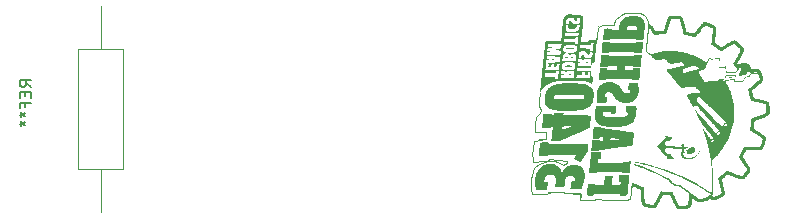
<source format=gbr>
%TF.GenerationSoftware,KiCad,Pcbnew,(6.0.2)*%
%TF.CreationDate,2022-05-16T22:42:21-04:00*%
%TF.ProjectId,Running MicroBug,52756e6e-696e-4672-904d-6963726f4275,0*%
%TF.SameCoordinates,Original*%
%TF.FileFunction,Legend,Bot*%
%TF.FilePolarity,Positive*%
%FSLAX46Y46*%
G04 Gerber Fmt 4.6, Leading zero omitted, Abs format (unit mm)*
G04 Created by KiCad (PCBNEW (6.0.2)) date 2022-05-16 22:42:21*
%MOMM*%
%LPD*%
G01*
G04 APERTURE LIST*
%ADD10C,0.150000*%
%ADD11C,0.120000*%
G04 APERTURE END LIST*
D10*
%TO.C,REF\u002A\u002A*%
X115852380Y-85466666D02*
X115376190Y-85133333D01*
X115852380Y-84895238D02*
X114852380Y-84895238D01*
X114852380Y-85276190D01*
X114900000Y-85371428D01*
X114947619Y-85419047D01*
X115042857Y-85466666D01*
X115185714Y-85466666D01*
X115280952Y-85419047D01*
X115328571Y-85371428D01*
X115376190Y-85276190D01*
X115376190Y-84895238D01*
X115328571Y-85895238D02*
X115328571Y-86228571D01*
X115852380Y-86371428D02*
X115852380Y-85895238D01*
X114852380Y-85895238D01*
X114852380Y-86371428D01*
X115328571Y-87133333D02*
X115328571Y-86800000D01*
X115852380Y-86800000D02*
X114852380Y-86800000D01*
X114852380Y-87276190D01*
X114852380Y-87800000D02*
X115090476Y-87800000D01*
X114995238Y-87561904D02*
X115090476Y-87800000D01*
X114995238Y-88038095D01*
X115280952Y-87657142D02*
X115090476Y-87800000D01*
X115280952Y-87942857D01*
X114852380Y-88561904D02*
X115090476Y-88561904D01*
X114995238Y-88323809D02*
X115090476Y-88561904D01*
X114995238Y-88800000D01*
X115280952Y-88419047D02*
X115090476Y-88561904D01*
X115280952Y-88704761D01*
D11*
%TO.C,G\u002A\u002A\u002A*%
X159439936Y-89319893D02*
X159387460Y-89909356D01*
X159323957Y-91780897D02*
X158853233Y-91980121D01*
X158200000Y-91200000D02*
X158300000Y-91500000D01*
X167672882Y-79362278D02*
X167382217Y-79222384D01*
X158300000Y-91800000D02*
X159157956Y-91734046D01*
X167863905Y-79509345D02*
X167672882Y-79362278D01*
X160391424Y-91827869D02*
X160108183Y-91737060D01*
X166700000Y-79200000D02*
X166113026Y-79237833D01*
X158225000Y-94550000D02*
X159497226Y-94553027D01*
X163980498Y-80328487D02*
X163811656Y-80469435D01*
X168040165Y-79975836D02*
X167863905Y-79509345D01*
X164650000Y-95000000D02*
X165100000Y-95008425D01*
X160946705Y-94316409D02*
X160965112Y-94480222D01*
X159157956Y-91734046D02*
X159556564Y-91708958D01*
X158517838Y-92226589D02*
X158400406Y-92350513D01*
X167382217Y-79222384D02*
X167239695Y-79193022D01*
X159497226Y-94553027D02*
X159584565Y-94411722D01*
X161170287Y-91706583D02*
X161191782Y-91920486D01*
X158175000Y-93250000D02*
X158175000Y-93625000D01*
X158853233Y-91980121D02*
X158517838Y-92226589D01*
X158907591Y-85957434D02*
X158800000Y-86600000D01*
X159734559Y-94407416D02*
X159786591Y-94323151D01*
X158175000Y-94075000D02*
X158225000Y-94550000D01*
X159643038Y-91603670D02*
X161170287Y-91706583D01*
X165250000Y-95075000D02*
X166328654Y-95067216D01*
X163811656Y-80469435D02*
X163688151Y-81757841D01*
X166113026Y-79237833D02*
X165800256Y-79370707D01*
X163575000Y-94963079D02*
X164650000Y-95000000D01*
X164216183Y-80216311D02*
X163980498Y-80328487D01*
X158800000Y-86600000D02*
X158800000Y-87100000D01*
X159387460Y-89909356D02*
X158767290Y-89933125D01*
X158175000Y-93625000D02*
X158175000Y-94075000D01*
X163521316Y-95051289D02*
X163575000Y-94963079D01*
X166543719Y-94949579D02*
X166735067Y-93675000D01*
X158300000Y-91500000D02*
X158300000Y-91800000D01*
X158800000Y-87100000D02*
X159011508Y-87411741D01*
X165275360Y-79831782D02*
X165130982Y-80210354D01*
X158908932Y-87660995D02*
X158600000Y-88000000D01*
X158767290Y-89933125D02*
X158613785Y-90060620D01*
X165130982Y-80210354D02*
X164216183Y-80216311D01*
X158793949Y-89307938D02*
X159439936Y-89319893D01*
X158400000Y-90000000D02*
X158200000Y-91200000D01*
X162291105Y-95059870D02*
X163521316Y-95051289D01*
X158613785Y-90060620D02*
X158400000Y-90000000D01*
X165100000Y-95008425D02*
X165250000Y-95075000D01*
X158200000Y-92900000D02*
X158175000Y-93250000D01*
X159584565Y-94411722D02*
X159734559Y-94407416D01*
X158500000Y-89300000D02*
X158793949Y-89307938D01*
X159011508Y-87411741D02*
X158908932Y-87660995D01*
X158500000Y-88600000D02*
X158500000Y-89300000D01*
X165800256Y-79370707D02*
X165275360Y-79831782D01*
X160108183Y-91737060D02*
X159618902Y-91703397D01*
X159786591Y-94323151D02*
X160946705Y-94316409D01*
X158400406Y-92350513D02*
X158200000Y-92900000D01*
X160854863Y-92090385D02*
X160391424Y-91827869D01*
X159618902Y-91703397D02*
X159323957Y-91780897D01*
X167239695Y-79193022D02*
X166700000Y-79200000D01*
X166398477Y-94962259D02*
X166543719Y-94949579D01*
X161191782Y-91920486D02*
X160854863Y-92090385D01*
X158600000Y-88000000D02*
X158500000Y-88600000D01*
X162347265Y-94488952D02*
X162291105Y-95059870D01*
X160965112Y-94480222D02*
X162347265Y-94488952D01*
X166328654Y-95067216D02*
X166398477Y-94962259D01*
X159556564Y-91708958D02*
X159643038Y-91603670D01*
G36*
X164819719Y-90699003D02*
G01*
X164752400Y-90708339D01*
X164629475Y-90725520D01*
X164512206Y-90742082D01*
X164401829Y-90757841D01*
X164299584Y-90772615D01*
X164206707Y-90786219D01*
X164124438Y-90798470D01*
X164054014Y-90809184D01*
X163996673Y-90818179D01*
X163953653Y-90825270D01*
X163926192Y-90830274D01*
X163915529Y-90833007D01*
X163906133Y-90843711D01*
X163894593Y-90864766D01*
X163882637Y-90881436D01*
X163861413Y-90895505D01*
X163857457Y-90896470D01*
X163836115Y-90898578D01*
X163800700Y-90900212D01*
X163753902Y-90901388D01*
X163698411Y-90902124D01*
X163636915Y-90902436D01*
X163572104Y-90902340D01*
X163506667Y-90901855D01*
X163443294Y-90900996D01*
X163384673Y-90899781D01*
X163333494Y-90898225D01*
X163292447Y-90896347D01*
X163264221Y-90894163D01*
X163251505Y-90891690D01*
X163250911Y-90891293D01*
X163246379Y-90886515D01*
X163243232Y-90878197D01*
X163241561Y-90864524D01*
X163241456Y-90843676D01*
X163243008Y-90813837D01*
X163246308Y-90773189D01*
X163251444Y-90719914D01*
X163258508Y-90652196D01*
X163267591Y-90568216D01*
X163269373Y-90551928D01*
X163284754Y-90414324D01*
X163298760Y-90294726D01*
X163311410Y-90193005D01*
X163322721Y-90109033D01*
X163332711Y-90042684D01*
X163341399Y-89993827D01*
X163348803Y-89962336D01*
X163354940Y-89948083D01*
X163355543Y-89947502D01*
X163362168Y-89943764D01*
X163374076Y-89940792D01*
X163393113Y-89938504D01*
X163421125Y-89936818D01*
X163459955Y-89935650D01*
X163511451Y-89934918D01*
X163577456Y-89934540D01*
X163659817Y-89934432D01*
X163688443Y-89934435D01*
X163763501Y-89934526D01*
X163822938Y-89934822D01*
X163868691Y-89935436D01*
X163902697Y-89936480D01*
X163926896Y-89938068D01*
X163943224Y-89940311D01*
X163953620Y-89943322D01*
X163960021Y-89947213D01*
X163964365Y-89952097D01*
X163966089Y-89954774D01*
X163974048Y-89977507D01*
X163977284Y-90005571D01*
X163977284Y-90041380D01*
X164082078Y-90037369D01*
X164120628Y-90035303D01*
X164157220Y-90032063D01*
X164183639Y-90028261D01*
X164195873Y-90024356D01*
X164196703Y-90022999D01*
X164200832Y-90007766D01*
X164206048Y-89979584D01*
X164208121Y-89966284D01*
X164849503Y-89966284D01*
X164907105Y-89966247D01*
X164912250Y-89966225D01*
X164962848Y-89964734D01*
X165030148Y-89960971D01*
X165112955Y-89955027D01*
X165210078Y-89946996D01*
X165320322Y-89936969D01*
X165442494Y-89925038D01*
X165481620Y-89921175D01*
X165546119Y-89915122D01*
X165606051Y-89909866D01*
X165658033Y-89905688D01*
X165698682Y-89902867D01*
X165724615Y-89901684D01*
X165755898Y-89900437D01*
X165788386Y-89897156D01*
X165811023Y-89892532D01*
X165821029Y-89887174D01*
X165815621Y-89881694D01*
X165803627Y-89879119D01*
X165774631Y-89875113D01*
X165731714Y-89870230D01*
X165677166Y-89864659D01*
X165613279Y-89858587D01*
X165542344Y-89852202D01*
X165466650Y-89845694D01*
X165388489Y-89839249D01*
X165310152Y-89833058D01*
X165233929Y-89827307D01*
X165162112Y-89822185D01*
X165096990Y-89817881D01*
X165040855Y-89814582D01*
X164995997Y-89812477D01*
X164964708Y-89811755D01*
X164956079Y-89811812D01*
X164921616Y-89812993D01*
X164895005Y-89815375D01*
X164881419Y-89818537D01*
X164877457Y-89823601D01*
X164870332Y-89843191D01*
X164864907Y-89870727D01*
X164862975Y-89884872D01*
X164858227Y-89917019D01*
X164854191Y-89941257D01*
X164849503Y-89966284D01*
X164208121Y-89966284D01*
X164211857Y-89942318D01*
X164217765Y-89899833D01*
X164223281Y-89855995D01*
X164227911Y-89814671D01*
X164231163Y-89779725D01*
X164232543Y-89755024D01*
X164231560Y-89744432D01*
X164219165Y-89740768D01*
X164189700Y-89738224D01*
X164144742Y-89737094D01*
X164085657Y-89737444D01*
X164007467Y-89738767D01*
X163996605Y-89775021D01*
X163994099Y-89782483D01*
X163982534Y-89805932D01*
X163970138Y-89819379D01*
X163957553Y-89822418D01*
X163928540Y-89825634D01*
X163886763Y-89828476D01*
X163835130Y-89830872D01*
X163776552Y-89832748D01*
X163713938Y-89834030D01*
X163650195Y-89834644D01*
X163588235Y-89834517D01*
X163530966Y-89833576D01*
X163481297Y-89831746D01*
X163353887Y-89825224D01*
X163356401Y-89752418D01*
X163358717Y-89709016D01*
X163362952Y-89654062D01*
X163368831Y-89589851D01*
X163376086Y-89518490D01*
X163384448Y-89442083D01*
X163393648Y-89362735D01*
X163403418Y-89282551D01*
X163413488Y-89203634D01*
X163423592Y-89128092D01*
X163433459Y-89058027D01*
X163442821Y-88995546D01*
X163451410Y-88942753D01*
X163458956Y-88901752D01*
X163465192Y-88874649D01*
X163469848Y-88863548D01*
X163473740Y-88862609D01*
X163493893Y-88860896D01*
X163528789Y-88859362D01*
X163576150Y-88858063D01*
X163633698Y-88857056D01*
X163699155Y-88856396D01*
X163770243Y-88856140D01*
X163798719Y-88856130D01*
X163873394Y-88856183D01*
X163932509Y-88856453D01*
X163978050Y-88857055D01*
X164012002Y-88858107D01*
X164036349Y-88859726D01*
X164053076Y-88862029D01*
X164064169Y-88865131D01*
X164071613Y-88869150D01*
X164077391Y-88874202D01*
X164089263Y-88891615D01*
X164095593Y-88915155D01*
X164097332Y-88930108D01*
X164102612Y-88937907D01*
X164112924Y-88938906D01*
X164140319Y-88942301D01*
X164183293Y-88947938D01*
X164240646Y-88955646D01*
X164311177Y-88965257D01*
X164393687Y-88976599D01*
X164486975Y-88989503D01*
X164589841Y-89003800D01*
X164701086Y-89019318D01*
X164819507Y-89035888D01*
X164943907Y-89053341D01*
X165073083Y-89071505D01*
X165205837Y-89090212D01*
X165340967Y-89109291D01*
X165477275Y-89128573D01*
X165613558Y-89147887D01*
X165748618Y-89167063D01*
X165881254Y-89185932D01*
X166010266Y-89204323D01*
X166134454Y-89222067D01*
X166252617Y-89238994D01*
X166363555Y-89254933D01*
X166466069Y-89269715D01*
X166558957Y-89283170D01*
X166641020Y-89295128D01*
X166711058Y-89305418D01*
X166767870Y-89313872D01*
X166810256Y-89320318D01*
X166837016Y-89324587D01*
X166846949Y-89326510D01*
X166849108Y-89329671D01*
X166851740Y-89347077D01*
X166851807Y-89379506D01*
X166849272Y-89427450D01*
X166844097Y-89491405D01*
X166836245Y-89571864D01*
X166825680Y-89669321D01*
X166812362Y-89784270D01*
X166797678Y-89906827D01*
X166782893Y-90027391D01*
X166769794Y-90130787D01*
X166758312Y-90217512D01*
X166748376Y-90288064D01*
X166739916Y-90342942D01*
X166732861Y-90382642D01*
X166727141Y-90407663D01*
X166722686Y-90418501D01*
X166721392Y-90419503D01*
X166714791Y-90422392D01*
X166702902Y-90425854D01*
X166685053Y-90429989D01*
X166660574Y-90434895D01*
X166628793Y-90440672D01*
X166589040Y-90447418D01*
X166540644Y-90455232D01*
X166482934Y-90464212D01*
X166415238Y-90474459D01*
X166336888Y-90486071D01*
X166247210Y-90499146D01*
X166145535Y-90513784D01*
X166031192Y-90530083D01*
X165903509Y-90548142D01*
X165761816Y-90568061D01*
X165605442Y-90589937D01*
X165433716Y-90613871D01*
X165245968Y-90639961D01*
X165041526Y-90668305D01*
X164849503Y-90694881D01*
X164819719Y-90699003D01*
G37*
G36*
X167505691Y-82883679D02*
G01*
X167504818Y-82900578D01*
X167501306Y-82953673D01*
X167496284Y-83016443D01*
X167489996Y-83086750D01*
X167482685Y-83162456D01*
X167474597Y-83241422D01*
X167465976Y-83321510D01*
X167457066Y-83400580D01*
X167448111Y-83476496D01*
X167439357Y-83547117D01*
X167431047Y-83610306D01*
X167423426Y-83663925D01*
X167416738Y-83705833D01*
X167411228Y-83733894D01*
X167407140Y-83745969D01*
X167395833Y-83748579D01*
X167367295Y-83750833D01*
X167322620Y-83752640D01*
X167262850Y-83753969D01*
X167189025Y-83754789D01*
X167102186Y-83755069D01*
X167066968Y-83755064D01*
X166992506Y-83754964D01*
X166933541Y-83754656D01*
X166888150Y-83754028D01*
X166854410Y-83752971D01*
X166830401Y-83751375D01*
X166814198Y-83749130D01*
X166803881Y-83746127D01*
X166797528Y-83742255D01*
X166793215Y-83737404D01*
X166784157Y-83716300D01*
X166780294Y-83689516D01*
X166780294Y-83659293D01*
X166093192Y-83664063D01*
X166082769Y-83745969D01*
X166082202Y-83750461D01*
X166076188Y-83801879D01*
X166070275Y-83858019D01*
X166065669Y-83907506D01*
X166058992Y-83987137D01*
X166752290Y-83987137D01*
X166761693Y-83952217D01*
X166762029Y-83950973D01*
X166766700Y-83935954D01*
X166772935Y-83923856D01*
X166782582Y-83914368D01*
X166797491Y-83907173D01*
X166819510Y-83901960D01*
X166850487Y-83898414D01*
X166892270Y-83896221D01*
X166946710Y-83895068D01*
X167015653Y-83894640D01*
X167100949Y-83894624D01*
X167130443Y-83894687D01*
X167198234Y-83895115D01*
X167259372Y-83895891D01*
X167311546Y-83896961D01*
X167352448Y-83898271D01*
X167379768Y-83899767D01*
X167391196Y-83901396D01*
X167393832Y-83904878D01*
X167396734Y-83918226D01*
X167397816Y-83942009D01*
X167397008Y-83977316D01*
X167394242Y-84025236D01*
X167389450Y-84086857D01*
X167382565Y-84163269D01*
X167373518Y-84255558D01*
X167362242Y-84364815D01*
X167359004Y-84395443D01*
X167345763Y-84516654D01*
X167333684Y-84620343D01*
X167322780Y-84706404D01*
X167313068Y-84774732D01*
X167304561Y-84825220D01*
X167297275Y-84857761D01*
X167291224Y-84872251D01*
X167286651Y-84874340D01*
X167265573Y-84878301D01*
X167230556Y-84882181D01*
X167184385Y-84885841D01*
X167129843Y-84889142D01*
X167069714Y-84891944D01*
X167006781Y-84894108D01*
X166943828Y-84895495D01*
X166883639Y-84895965D01*
X166828998Y-84895379D01*
X166817920Y-84895106D01*
X166763044Y-84892681D01*
X166723533Y-84888098D01*
X166696984Y-84880324D01*
X166680994Y-84868327D01*
X166673162Y-84851077D01*
X166671085Y-84827539D01*
X166671085Y-84797097D01*
X165596919Y-84797097D01*
X165529567Y-84797103D01*
X165367820Y-84797167D01*
X165223137Y-84797312D01*
X165094697Y-84797546D01*
X164981679Y-84797877D01*
X164883263Y-84798315D01*
X164798629Y-84798868D01*
X164726956Y-84799545D01*
X164667424Y-84800354D01*
X164619213Y-84801304D01*
X164581501Y-84802404D01*
X164553470Y-84803662D01*
X164534297Y-84805087D01*
X164523164Y-84806688D01*
X164519249Y-84808473D01*
X164515747Y-84821512D01*
X164510512Y-84843872D01*
X164503136Y-84861163D01*
X164489276Y-84874140D01*
X164487523Y-84874722D01*
X164467138Y-84878011D01*
X164432078Y-84880880D01*
X164385366Y-84883267D01*
X164330022Y-84885105D01*
X164269070Y-84886333D01*
X164205532Y-84886886D01*
X164142428Y-84886700D01*
X164082781Y-84885711D01*
X164029613Y-84883855D01*
X163886277Y-84877087D01*
X163886277Y-84822934D01*
X163886611Y-84807586D01*
X163888711Y-84769321D01*
X163892530Y-84718497D01*
X163897825Y-84657306D01*
X163904352Y-84587939D01*
X163911866Y-84512587D01*
X163920124Y-84433442D01*
X163928883Y-84352696D01*
X163937897Y-84272540D01*
X163946923Y-84195165D01*
X163955717Y-84122764D01*
X163964035Y-84057527D01*
X163971634Y-84001646D01*
X163978268Y-83957313D01*
X163983695Y-83926719D01*
X163987670Y-83912056D01*
X163989518Y-83909642D01*
X163999830Y-83904094D01*
X164019063Y-83899718D01*
X164048541Y-83896457D01*
X164089587Y-83894258D01*
X164143524Y-83893064D01*
X164211675Y-83892819D01*
X164295365Y-83893470D01*
X164395915Y-83894959D01*
X164463278Y-83896377D01*
X164516144Y-83898464D01*
X164555029Y-83901829D01*
X164582063Y-83907106D01*
X164599378Y-83914931D01*
X164609107Y-83925939D01*
X164613381Y-83940765D01*
X164614332Y-83960045D01*
X164614332Y-83996238D01*
X164996023Y-83996238D01*
X165036820Y-83996192D01*
X165116325Y-83995833D01*
X165188941Y-83995147D01*
X165252780Y-83994175D01*
X165305960Y-83992954D01*
X165346593Y-83991525D01*
X165372796Y-83989927D01*
X165382683Y-83988198D01*
X165384385Y-83981549D01*
X165387944Y-83959012D01*
X165392549Y-83923847D01*
X165397789Y-83879229D01*
X165403256Y-83828333D01*
X165403858Y-83822473D01*
X165409294Y-83767414D01*
X165412624Y-83727576D01*
X165413885Y-83700346D01*
X165413117Y-83683107D01*
X165410359Y-83673246D01*
X165405651Y-83668148D01*
X165403583Y-83667501D01*
X165385976Y-83665681D01*
X165352593Y-83664029D01*
X165305248Y-83662583D01*
X165245753Y-83661384D01*
X165175919Y-83660469D01*
X165097560Y-83659879D01*
X165012486Y-83659652D01*
X164632533Y-83659512D01*
X164632533Y-83694801D01*
X164628658Y-83723353D01*
X164617813Y-83742306D01*
X164614405Y-83744077D01*
X164593787Y-83748420D01*
X164558611Y-83752071D01*
X164511527Y-83754970D01*
X164455187Y-83757058D01*
X164392243Y-83758275D01*
X164325345Y-83758562D01*
X164257145Y-83757861D01*
X164190295Y-83756112D01*
X164127445Y-83753256D01*
X164000036Y-83745969D01*
X164002592Y-83668613D01*
X164003161Y-83655196D01*
X164005763Y-83613977D01*
X164009942Y-83561057D01*
X164015464Y-83498566D01*
X164022093Y-83428634D01*
X164029595Y-83353391D01*
X164037735Y-83274967D01*
X164046277Y-83195493D01*
X164054986Y-83117098D01*
X164063628Y-83041913D01*
X164071968Y-82972068D01*
X164079771Y-82909693D01*
X164086800Y-82856917D01*
X164092823Y-82815872D01*
X164097602Y-82788688D01*
X164100905Y-82777494D01*
X164106546Y-82776568D01*
X164128498Y-82775384D01*
X164164936Y-82774334D01*
X164213713Y-82773453D01*
X164272681Y-82772779D01*
X164339690Y-82772348D01*
X164412592Y-82772196D01*
X164718989Y-82772196D01*
X164723540Y-82817699D01*
X164728090Y-82863203D01*
X165798526Y-82865515D01*
X166868962Y-82867828D01*
X166874710Y-82831884D01*
X166876133Y-82823137D01*
X166879400Y-82808029D01*
X166884704Y-82795948D01*
X166893839Y-82786553D01*
X166908604Y-82779508D01*
X166930793Y-82774475D01*
X166962204Y-82771115D01*
X167004631Y-82769090D01*
X167059871Y-82768062D01*
X167129720Y-82767693D01*
X167215975Y-82767646D01*
X167511096Y-82767646D01*
X167505691Y-82883679D01*
G37*
G36*
X159934537Y-91967401D02*
G01*
X160012068Y-91974234D01*
X160076848Y-91984625D01*
X160082441Y-91985850D01*
X160184029Y-92016573D01*
X160283428Y-92061846D01*
X160377992Y-92119610D01*
X160465074Y-92187807D01*
X160542028Y-92264377D01*
X160606207Y-92347261D01*
X160654964Y-92434400D01*
X160656440Y-92437726D01*
X160669383Y-92470837D01*
X160684771Y-92515420D01*
X160700802Y-92566046D01*
X160715675Y-92617291D01*
X160720497Y-92634606D01*
X160732787Y-92676895D01*
X160743432Y-92710975D01*
X160751424Y-92733716D01*
X160755760Y-92741992D01*
X160759755Y-92737768D01*
X160770861Y-92720356D01*
X160786712Y-92692578D01*
X160805320Y-92657810D01*
X160830432Y-92611369D01*
X160877758Y-92531898D01*
X160927063Y-92458132D01*
X160975717Y-92393909D01*
X161021091Y-92343065D01*
X161051232Y-92314704D01*
X161131373Y-92251474D01*
X161222813Y-92193050D01*
X161320763Y-92142041D01*
X161420435Y-92101056D01*
X161517041Y-92072708D01*
X161538640Y-92068608D01*
X161589124Y-92062220D01*
X161650520Y-92057243D01*
X161718167Y-92053826D01*
X161787401Y-92052115D01*
X161853559Y-92052259D01*
X161911980Y-92054407D01*
X161958000Y-92058706D01*
X161989645Y-92063641D01*
X162066188Y-92078958D01*
X162140078Y-92098117D01*
X162206134Y-92119681D01*
X162259175Y-92142214D01*
X162296021Y-92162183D01*
X162344985Y-92191919D01*
X162394795Y-92224999D01*
X162441211Y-92258469D01*
X162479993Y-92289378D01*
X162506904Y-92314772D01*
X162514462Y-92323622D01*
X162545150Y-92368160D01*
X162576734Y-92426070D01*
X162607640Y-92493694D01*
X162636293Y-92567372D01*
X162661120Y-92643447D01*
X162680544Y-92718260D01*
X162680872Y-92719760D01*
X162687597Y-92765458D01*
X162691752Y-92825087D01*
X162693428Y-92894732D01*
X162692720Y-92970479D01*
X162689717Y-93048413D01*
X162684514Y-93124617D01*
X162677201Y-93195178D01*
X162667872Y-93256180D01*
X162657477Y-93307181D01*
X162640368Y-93380321D01*
X162619899Y-93458996D01*
X162596783Y-93541099D01*
X162571730Y-93624522D01*
X162545455Y-93707160D01*
X162518669Y-93786904D01*
X162492084Y-93861648D01*
X162466413Y-93929284D01*
X162442368Y-93987707D01*
X162420662Y-94034808D01*
X162402007Y-94068480D01*
X162387116Y-94086617D01*
X162381950Y-94088066D01*
X162360062Y-94090284D01*
X162323475Y-94092250D01*
X162274378Y-94093957D01*
X162214958Y-94095397D01*
X162147405Y-94096565D01*
X162073905Y-94097452D01*
X161996649Y-94098053D01*
X161917823Y-94098360D01*
X161839617Y-94098367D01*
X161764219Y-94098066D01*
X161693817Y-94097451D01*
X161630600Y-94096515D01*
X161576756Y-94095251D01*
X161534473Y-94093652D01*
X161505939Y-94091711D01*
X161493344Y-94089422D01*
X161489878Y-94086317D01*
X161486254Y-94077818D01*
X161484653Y-94062341D01*
X161485041Y-94037104D01*
X161487387Y-93999326D01*
X161491658Y-93946226D01*
X161493007Y-93930550D01*
X161502940Y-93826596D01*
X161514438Y-93722858D01*
X161526797Y-93625329D01*
X161539315Y-93540002D01*
X161543845Y-93513702D01*
X161549809Y-93493070D01*
X161559693Y-93478686D01*
X161576335Y-93468937D01*
X161602572Y-93462209D01*
X161641244Y-93456887D01*
X161695188Y-93451358D01*
X161711928Y-93449702D01*
X161765829Y-93444122D01*
X161804888Y-93439147D01*
X161831708Y-93433891D01*
X161848890Y-93427469D01*
X161859037Y-93418996D01*
X161864752Y-93407585D01*
X161868637Y-93392353D01*
X161869158Y-93389831D01*
X161872712Y-93356436D01*
X161873324Y-93312901D01*
X161871349Y-93264885D01*
X161867143Y-93218050D01*
X161861061Y-93178057D01*
X161853459Y-93150567D01*
X161846590Y-93137086D01*
X161818028Y-93100684D01*
X161778776Y-93067524D01*
X161734083Y-93042364D01*
X161730599Y-93040900D01*
X161670100Y-93021963D01*
X161598177Y-93008992D01*
X161520329Y-93002248D01*
X161442056Y-93001993D01*
X161368858Y-93008488D01*
X161306234Y-93021996D01*
X161261600Y-93037481D01*
X161197479Y-93068631D01*
X161148355Y-93106303D01*
X161112609Y-93151580D01*
X161109402Y-93157006D01*
X161093738Y-93186204D01*
X161080247Y-93217300D01*
X161068392Y-93252614D01*
X161057636Y-93294464D01*
X161047441Y-93345170D01*
X161037271Y-93407051D01*
X161026588Y-93482426D01*
X161014855Y-93573614D01*
X161014335Y-93577778D01*
X161005565Y-93646427D01*
X160996918Y-93711225D01*
X160988800Y-93769329D01*
X160981618Y-93817893D01*
X160975782Y-93854074D01*
X160971696Y-93875026D01*
X160960408Y-93920530D01*
X160837549Y-93927871D01*
X160809097Y-93929204D01*
X160755010Y-93930684D01*
X160689815Y-93931582D01*
X160617717Y-93931869D01*
X160542923Y-93931514D01*
X160469639Y-93930489D01*
X160458807Y-93930277D01*
X160385288Y-93928657D01*
X160327749Y-93926945D01*
X160284225Y-93925004D01*
X160252751Y-93922693D01*
X160231361Y-93919874D01*
X160218091Y-93916406D01*
X160210974Y-93912151D01*
X160210192Y-93911319D01*
X160206632Y-93905188D01*
X160204436Y-93894999D01*
X160203715Y-93878750D01*
X160204579Y-93854438D01*
X160207136Y-93820062D01*
X160211496Y-93773617D01*
X160217770Y-93713102D01*
X160226066Y-93636513D01*
X160227726Y-93621355D01*
X160237881Y-93527786D01*
X160246080Y-93450126D01*
X160252445Y-93386480D01*
X160257100Y-93334955D01*
X160260165Y-93293657D01*
X160261765Y-93260691D01*
X160262020Y-93234164D01*
X160261054Y-93212181D01*
X160258989Y-93192849D01*
X160255948Y-93174274D01*
X160246765Y-93137659D01*
X160217162Y-93073038D01*
X160173517Y-93018236D01*
X160117734Y-92975374D01*
X160051714Y-92946572D01*
X160014065Y-92936012D01*
X159924845Y-92917715D01*
X159839130Y-92911026D01*
X159750018Y-92915228D01*
X159718873Y-92918606D01*
X159646227Y-92929039D01*
X159586081Y-92942303D01*
X159534322Y-92959432D01*
X159486838Y-92981462D01*
X159472039Y-92989649D01*
X159411590Y-93031907D01*
X159363428Y-93082669D01*
X159326800Y-93143452D01*
X159300956Y-93215770D01*
X159285142Y-93301138D01*
X159278608Y-93401071D01*
X159276782Y-93492764D01*
X159410762Y-93506632D01*
X159428751Y-93508578D01*
X159476172Y-93514574D01*
X159515373Y-93520797D01*
X159543048Y-93526678D01*
X159555889Y-93531647D01*
X159559872Y-93539040D01*
X159562131Y-93554476D01*
X159562179Y-93580120D01*
X159560011Y-93618591D01*
X159555621Y-93672508D01*
X159555090Y-93678459D01*
X159550313Y-93727427D01*
X159544288Y-93783212D01*
X159537375Y-93843047D01*
X159529935Y-93904163D01*
X159522327Y-93963792D01*
X159514913Y-94019169D01*
X159508052Y-94067524D01*
X159502105Y-94106090D01*
X159497432Y-94132099D01*
X159494394Y-94142785D01*
X159491604Y-94144087D01*
X159472847Y-94147094D01*
X159438953Y-94149784D01*
X159392104Y-94152145D01*
X159334480Y-94154166D01*
X159268262Y-94155835D01*
X159195631Y-94157140D01*
X159118767Y-94158070D01*
X159039852Y-94158612D01*
X158961066Y-94158756D01*
X158884591Y-94158490D01*
X158812606Y-94157800D01*
X158747293Y-94156677D01*
X158690832Y-94155109D01*
X158645406Y-94153082D01*
X158613193Y-94150587D01*
X158596375Y-94147610D01*
X158590864Y-94143527D01*
X158578585Y-94125487D01*
X158567508Y-94099474D01*
X158563150Y-94084668D01*
X158553657Y-94044561D01*
X158543365Y-93992891D01*
X158533010Y-93933964D01*
X158523327Y-93872089D01*
X158515053Y-93811571D01*
X158508924Y-93756718D01*
X158508330Y-93750265D01*
X158503849Y-93682738D01*
X158501110Y-93603860D01*
X158500081Y-93518547D01*
X158500731Y-93431712D01*
X158503028Y-93348269D01*
X158506941Y-93273133D01*
X158512437Y-93211217D01*
X158515355Y-93187312D01*
X158544359Y-93014034D01*
X158585616Y-92853080D01*
X158638948Y-92704741D01*
X158704177Y-92569302D01*
X158781125Y-92447054D01*
X158869614Y-92338284D01*
X158969465Y-92243279D01*
X159080499Y-92162330D01*
X159202540Y-92095722D01*
X159301423Y-92054575D01*
X159418719Y-92015669D01*
X159538436Y-91985386D01*
X159598834Y-91975502D01*
X159676402Y-91968176D01*
X159761606Y-91964380D01*
X159849350Y-91964119D01*
X159934537Y-91967401D01*
G37*
G36*
X167250495Y-79194112D02*
G01*
X167251919Y-79196849D01*
X167244428Y-79200179D01*
X167239610Y-79199522D01*
X167238361Y-79194112D01*
X167239695Y-79193022D01*
X167250495Y-79194112D01*
G37*
G36*
X160034278Y-85042407D02*
G01*
X159962411Y-85064489D01*
X159896015Y-85088851D01*
X159833012Y-85115973D01*
X159828245Y-85118189D01*
X159763094Y-85150314D01*
X159688185Y-85190032D01*
X159608237Y-85234655D01*
X159527970Y-85281493D01*
X159452104Y-85327857D01*
X159385358Y-85371057D01*
X159363844Y-85386016D01*
X159274050Y-85459152D01*
X159185595Y-85548018D01*
X159100164Y-85650632D01*
X159019441Y-85765013D01*
X158945108Y-85889179D01*
X158907591Y-85957434D01*
X158913229Y-85889179D01*
X158913259Y-85888814D01*
X158915068Y-85869337D01*
X158918629Y-85832979D01*
X158923819Y-85780921D01*
X158930519Y-85714344D01*
X158938605Y-85634429D01*
X158947958Y-85542358D01*
X158958454Y-85439312D01*
X158969974Y-85326472D01*
X158982396Y-85205019D01*
X158995597Y-85076134D01*
X159009457Y-84941000D01*
X159023855Y-84800796D01*
X159038668Y-84656704D01*
X159046598Y-84579645D01*
X159299534Y-84579645D01*
X159308234Y-84581324D01*
X159333665Y-84582878D01*
X159374345Y-84584266D01*
X159428793Y-84585461D01*
X159495526Y-84586437D01*
X159573062Y-84587166D01*
X159659919Y-84587623D01*
X159754614Y-84587782D01*
X160209693Y-84587782D01*
X160203729Y-84678789D01*
X160197765Y-84769795D01*
X160427194Y-84769795D01*
X160431952Y-84740218D01*
X160432027Y-84739744D01*
X160432832Y-84733393D01*
X160643951Y-84733393D01*
X161774572Y-84733393D01*
X161778661Y-84715049D01*
X161975134Y-84715049D01*
X161978116Y-84717605D01*
X161997126Y-84721597D01*
X162032930Y-84725001D01*
X162084640Y-84727795D01*
X162151367Y-84729961D01*
X162232223Y-84731478D01*
X162326319Y-84732328D01*
X162432768Y-84732489D01*
X162550681Y-84731943D01*
X162679170Y-84730670D01*
X162681638Y-84730640D01*
X162768818Y-84729456D01*
X162850323Y-84728146D01*
X162924365Y-84726753D01*
X162989154Y-84725320D01*
X163042901Y-84723891D01*
X163083815Y-84722509D01*
X163110108Y-84721216D01*
X163119990Y-84720055D01*
X163121392Y-84714894D01*
X163124516Y-84693994D01*
X163128672Y-84659814D01*
X163133581Y-84615238D01*
X163138968Y-84563152D01*
X163144557Y-84506440D01*
X163150072Y-84447987D01*
X163155235Y-84390678D01*
X163159772Y-84337398D01*
X163163406Y-84291031D01*
X163165860Y-84254464D01*
X163166858Y-84230580D01*
X163167323Y-84187352D01*
X162958832Y-84187352D01*
X162954252Y-84216929D01*
X162952032Y-84232891D01*
X162948093Y-84265673D01*
X162944349Y-84301110D01*
X162941406Y-84329086D01*
X162933741Y-84383664D01*
X162924867Y-84422096D01*
X162914390Y-84445826D01*
X162901914Y-84456295D01*
X162899852Y-84456868D01*
X162877346Y-84459873D01*
X162843475Y-84461582D01*
X162804128Y-84462010D01*
X162765195Y-84461173D01*
X162732567Y-84459089D01*
X162712133Y-84455772D01*
X162704411Y-84452845D01*
X162697768Y-84446673D01*
X162694921Y-84434338D01*
X162695161Y-84411853D01*
X162697776Y-84375231D01*
X162698010Y-84372288D01*
X162701661Y-84329180D01*
X162705601Y-84286589D01*
X162709017Y-84253332D01*
X162714386Y-84205553D01*
X162604303Y-84205553D01*
X162566197Y-84205347D01*
X162530514Y-84205902D01*
X162507531Y-84209921D01*
X162494169Y-84220153D01*
X162487351Y-84239344D01*
X162484002Y-84270242D01*
X162481042Y-84315593D01*
X162481005Y-84316110D01*
X162476935Y-84355629D01*
X162471015Y-84393019D01*
X162464513Y-84420250D01*
X162452879Y-84455822D01*
X162241534Y-84460471D01*
X162204770Y-84461326D01*
X162142785Y-84463115D01*
X162095878Y-84465119D01*
X162061957Y-84467507D01*
X162057040Y-84468135D01*
X162038930Y-84470448D01*
X162024705Y-84474114D01*
X162017192Y-84478673D01*
X162012187Y-84488411D01*
X162004703Y-84514657D01*
X161996936Y-84552987D01*
X161989664Y-84599961D01*
X161984078Y-84641947D01*
X161979431Y-84677986D01*
X161976289Y-84703625D01*
X161975134Y-84715049D01*
X161778661Y-84715049D01*
X161779137Y-84712916D01*
X161785547Y-84676359D01*
X161791670Y-84626233D01*
X161797067Y-84567433D01*
X161801541Y-84503782D01*
X161804896Y-84439099D01*
X161806934Y-84377209D01*
X161807458Y-84321932D01*
X161806271Y-84277090D01*
X161803176Y-84246506D01*
X161801091Y-84235861D01*
X161789486Y-84195398D01*
X161771758Y-84165373D01*
X161744063Y-84140832D01*
X161702557Y-84116822D01*
X161662765Y-84096484D01*
X162057040Y-84096484D01*
X162619007Y-84094139D01*
X163180974Y-84091795D01*
X163187157Y-84018989D01*
X163187216Y-84018286D01*
X163191011Y-83974609D01*
X163195022Y-83929944D01*
X163198393Y-83893855D01*
X163203447Y-83841526D01*
X162077908Y-83841526D01*
X162067474Y-83944442D01*
X162063981Y-83980323D01*
X162060388Y-84020905D01*
X162057943Y-84053048D01*
X162057040Y-84071921D01*
X162057040Y-84096484D01*
X161662765Y-84096484D01*
X161644686Y-84087244D01*
X161496384Y-84087244D01*
X161449298Y-84087499D01*
X161386868Y-84089230D01*
X161337358Y-84093126D01*
X161297543Y-84099795D01*
X161294949Y-84100577D01*
X161264199Y-84109848D01*
X161234101Y-84123894D01*
X161204023Y-84142544D01*
X161203732Y-84142742D01*
X161175605Y-84160617D01*
X161152156Y-84173363D01*
X161138434Y-84178229D01*
X161136849Y-84178048D01*
X161120651Y-84173975D01*
X161090687Y-84165186D01*
X161049746Y-84152539D01*
X161000614Y-84136891D01*
X160946078Y-84119097D01*
X160896009Y-84102747D01*
X160837033Y-84084237D01*
X160792041Y-84071347D01*
X160759208Y-84063670D01*
X160736709Y-84060803D01*
X160722718Y-84062340D01*
X160715411Y-84067876D01*
X160714181Y-84070760D01*
X160709632Y-84089535D01*
X160704060Y-84120391D01*
X160698094Y-84158863D01*
X160692361Y-84200484D01*
X160687489Y-84240790D01*
X160684105Y-84275313D01*
X160682837Y-84299590D01*
X160682838Y-84302201D01*
X160683330Y-84317710D01*
X160686235Y-84329985D01*
X160693728Y-84340123D01*
X160707988Y-84349223D01*
X160731188Y-84358386D01*
X160765507Y-84368709D01*
X160813120Y-84381292D01*
X160876204Y-84397234D01*
X160897587Y-84402644D01*
X160959276Y-84418806D01*
X161004218Y-84431631D01*
X161033242Y-84441390D01*
X161047180Y-84448354D01*
X161046865Y-84452793D01*
X161045962Y-84452968D01*
X161031826Y-84453922D01*
X161002959Y-84455194D01*
X160962139Y-84456683D01*
X160912143Y-84458285D01*
X160855750Y-84459895D01*
X160669186Y-84464923D01*
X160663267Y-84505876D01*
X160661631Y-84518599D01*
X160658012Y-84552852D01*
X160654151Y-84595479D01*
X160650649Y-84640111D01*
X160643951Y-84733393D01*
X160432832Y-84733393D01*
X160434237Y-84722305D01*
X160437856Y-84690158D01*
X160442608Y-84646036D01*
X160448216Y-84592675D01*
X160454405Y-84532808D01*
X160460898Y-84469170D01*
X160467421Y-84404495D01*
X160473698Y-84341516D01*
X160479451Y-84282968D01*
X160484406Y-84231585D01*
X160488287Y-84190102D01*
X160490818Y-84161252D01*
X160491723Y-84147770D01*
X160491677Y-84146515D01*
X160488837Y-84140479D01*
X160479498Y-84136489D01*
X160460734Y-84134141D01*
X160429622Y-84133028D01*
X160383238Y-84132748D01*
X160274753Y-84132748D01*
X160269961Y-84157775D01*
X160268188Y-84167870D01*
X160263741Y-84197139D01*
X160259380Y-84229876D01*
X160258362Y-84239312D01*
X160256909Y-84255689D01*
X160254959Y-84269345D01*
X160251037Y-84280535D01*
X160243667Y-84289514D01*
X160231374Y-84296535D01*
X160212683Y-84301855D01*
X160186119Y-84305727D01*
X160150208Y-84308405D01*
X160103473Y-84310145D01*
X160044441Y-84311201D01*
X159971635Y-84311828D01*
X159933081Y-84312025D01*
X159883581Y-84312279D01*
X159778804Y-84312810D01*
X159328326Y-84315409D01*
X159323113Y-84349213D01*
X159321416Y-84361440D01*
X159317605Y-84393086D01*
X159313155Y-84433623D01*
X159308717Y-84477263D01*
X159305934Y-84506205D01*
X159302630Y-84541792D01*
X159300371Y-84567673D01*
X159299534Y-84579645D01*
X159046598Y-84579645D01*
X159053775Y-84509906D01*
X159069056Y-84361582D01*
X159084388Y-84212915D01*
X159099650Y-84065084D01*
X159103734Y-84025567D01*
X159363239Y-84025567D01*
X159366690Y-84042041D01*
X159377634Y-84054418D01*
X159379708Y-84054813D01*
X159397289Y-84055895D01*
X159430439Y-84056846D01*
X159477189Y-84057664D01*
X159535571Y-84058351D01*
X159603617Y-84058907D01*
X159679359Y-84059332D01*
X159760829Y-84059627D01*
X159846059Y-84059790D01*
X159933081Y-84059824D01*
X160019926Y-84059727D01*
X160104628Y-84059500D01*
X160185217Y-84059144D01*
X160259725Y-84058658D01*
X160326185Y-84058043D01*
X160382628Y-84057299D01*
X160427087Y-84056427D01*
X160457593Y-84055425D01*
X160472177Y-84054296D01*
X160481538Y-84052020D01*
X160497841Y-84041700D01*
X160504951Y-84020168D01*
X160506997Y-84006322D01*
X160511415Y-83972708D01*
X160516801Y-83928574D01*
X160522845Y-83876780D01*
X160529239Y-83820186D01*
X160530768Y-83806278D01*
X160730127Y-83806278D01*
X160732271Y-83843327D01*
X160737332Y-83866985D01*
X160757595Y-83902360D01*
X160793711Y-83943559D01*
X160836443Y-83975985D01*
X160839823Y-83977957D01*
X160853169Y-83985223D01*
X160866661Y-83990856D01*
X160882877Y-83995183D01*
X160904394Y-83998528D01*
X160933790Y-84001216D01*
X160973643Y-84003572D01*
X161026531Y-84005921D01*
X161095031Y-84008588D01*
X161185575Y-84011173D01*
X161294949Y-84012293D01*
X161400748Y-84011351D01*
X161495716Y-84008349D01*
X161679362Y-83999856D01*
X161744974Y-83965260D01*
X161747982Y-83963664D01*
X161795977Y-83934006D01*
X161831212Y-83901268D01*
X161857990Y-83860410D01*
X161880616Y-83806392D01*
X161892674Y-83766028D01*
X161899485Y-83723217D01*
X162085487Y-83723217D01*
X162649157Y-83723217D01*
X162693991Y-83723208D01*
X162807626Y-83723084D01*
X162904574Y-83722795D01*
X162985952Y-83722318D01*
X163052874Y-83721631D01*
X163106458Y-83720712D01*
X163147819Y-83719538D01*
X163178073Y-83718086D01*
X163198336Y-83716334D01*
X163209722Y-83714260D01*
X163213350Y-83711841D01*
X163214111Y-83701865D01*
X163216287Y-83675826D01*
X163219653Y-83636474D01*
X163223991Y-83586340D01*
X163229083Y-83527955D01*
X163234710Y-83463848D01*
X163241647Y-83380503D01*
X163246533Y-83310861D01*
X163249110Y-83258036D01*
X163249359Y-83222439D01*
X163247259Y-83204478D01*
X163244177Y-83196749D01*
X163219836Y-83159807D01*
X163181948Y-83130870D01*
X163129652Y-83109564D01*
X163062085Y-83095518D01*
X162978384Y-83088359D01*
X162962268Y-83087776D01*
X162868774Y-83088369D01*
X162787619Y-83096050D01*
X162720004Y-83110573D01*
X162667131Y-83131694D01*
X162630202Y-83159169D01*
X162625420Y-83164416D01*
X162617660Y-83172624D01*
X162609788Y-83178245D01*
X162599653Y-83180897D01*
X162585108Y-83180198D01*
X162564003Y-83175764D01*
X162534191Y-83167215D01*
X162493520Y-83154166D01*
X162439844Y-83136237D01*
X162408251Y-83125591D01*
X162371014Y-83113044D01*
X162303424Y-83090765D01*
X162249895Y-83074240D01*
X162211149Y-83063785D01*
X162186091Y-83059105D01*
X162173628Y-83059906D01*
X162171929Y-83060896D01*
X162164729Y-83068298D01*
X162158852Y-83081827D01*
X162153856Y-83103894D01*
X162149302Y-83136911D01*
X162144750Y-83183286D01*
X162139760Y-83245431D01*
X162138307Y-83266391D01*
X162136485Y-83310512D01*
X162137433Y-83339232D01*
X162141132Y-83351252D01*
X162142421Y-83351884D01*
X162157794Y-83356882D01*
X162186493Y-83364877D01*
X162224962Y-83374909D01*
X162269644Y-83386014D01*
X162334455Y-83401902D01*
X162388515Y-83415580D01*
X162428273Y-83426299D01*
X162455515Y-83434607D01*
X162472027Y-83441052D01*
X162479596Y-83446182D01*
X162480007Y-83450545D01*
X162471430Y-83453166D01*
X162446594Y-83455682D01*
X162407908Y-83457617D01*
X162357677Y-83458859D01*
X162298208Y-83459297D01*
X162292566Y-83459301D01*
X162238251Y-83459778D01*
X162190644Y-83460957D01*
X162152618Y-83462710D01*
X162127045Y-83464907D01*
X162116799Y-83467420D01*
X162114843Y-83474312D01*
X162111122Y-83496613D01*
X162106802Y-83529846D01*
X162102472Y-83569802D01*
X162099813Y-83596384D01*
X162095545Y-83637745D01*
X162091854Y-83671999D01*
X162089326Y-83693640D01*
X162085487Y-83723217D01*
X161899485Y-83723217D01*
X161899732Y-83721662D01*
X161901594Y-83668613D01*
X161901320Y-83642348D01*
X161899063Y-83588388D01*
X161893838Y-83547491D01*
X161884746Y-83516054D01*
X161870889Y-83490470D01*
X161851368Y-83467137D01*
X161833250Y-83449611D01*
X161810001Y-83431187D01*
X161784099Y-83416003D01*
X161753820Y-83403801D01*
X161717438Y-83394318D01*
X161673229Y-83387294D01*
X161619467Y-83382469D01*
X161554426Y-83379582D01*
X161476382Y-83378371D01*
X161417107Y-83378502D01*
X161383609Y-83378576D01*
X161274382Y-83379937D01*
X161243120Y-83380440D01*
X161157458Y-83382093D01*
X161087211Y-83384202D01*
X161030271Y-83387174D01*
X160984531Y-83391417D01*
X160947885Y-83397337D01*
X160918225Y-83405343D01*
X160893445Y-83415841D01*
X160871436Y-83429239D01*
X160850093Y-83445944D01*
X160827308Y-83466364D01*
X160804983Y-83487911D01*
X160782791Y-83513999D01*
X160767508Y-83541138D01*
X160754565Y-83576230D01*
X160753780Y-83578739D01*
X160745362Y-83614786D01*
X160738519Y-83660093D01*
X160733520Y-83710131D01*
X160730633Y-83760370D01*
X160730127Y-83806278D01*
X160530768Y-83806278D01*
X160535675Y-83761650D01*
X160541844Y-83704034D01*
X160547436Y-83650196D01*
X160552144Y-83602997D01*
X160555659Y-83565296D01*
X160557671Y-83539953D01*
X160557874Y-83529828D01*
X160550516Y-83527126D01*
X160528661Y-83524826D01*
X160496874Y-83523559D01*
X160459665Y-83523288D01*
X160421545Y-83523978D01*
X160387025Y-83525595D01*
X160360615Y-83528104D01*
X160346826Y-83531469D01*
X160342872Y-83536496D01*
X160334854Y-83559104D01*
X160326186Y-83597916D01*
X160317182Y-83651656D01*
X160311526Y-83686663D01*
X160302748Y-83730779D01*
X160294265Y-83761889D01*
X160286700Y-83777429D01*
X160284799Y-83779121D01*
X160268821Y-83786169D01*
X160240926Y-83790080D01*
X160198035Y-83791338D01*
X160183386Y-83791377D01*
X160142100Y-83790887D01*
X160115124Y-83787143D01*
X160099701Y-83777155D01*
X160093074Y-83757938D01*
X160092487Y-83726502D01*
X160095182Y-83679861D01*
X160097213Y-83649500D01*
X160100396Y-83609017D01*
X160103504Y-83576530D01*
X160106084Y-83557130D01*
X160110941Y-83532103D01*
X160012385Y-83532242D01*
X159980059Y-83532713D01*
X159942837Y-83534428D01*
X159915090Y-83537094D01*
X159901180Y-83540392D01*
X159899078Y-83542456D01*
X159891399Y-83560386D01*
X159883525Y-83593116D01*
X159876125Y-83638034D01*
X159872902Y-83660146D01*
X159866132Y-83701048D01*
X159859456Y-83735340D01*
X159853942Y-83757294D01*
X159844163Y-83786922D01*
X159616211Y-83786922D01*
X159621528Y-83725492D01*
X159621909Y-83721056D01*
X159625327Y-83679545D01*
X159629153Y-83630790D01*
X159632628Y-83584432D01*
X159638412Y-83504801D01*
X159574168Y-83504801D01*
X159572103Y-83504796D01*
X159539930Y-83503556D01*
X159515767Y-83500536D01*
X159504704Y-83496355D01*
X159503148Y-83493483D01*
X159502942Y-83490564D01*
X159505548Y-83487691D01*
X159512231Y-83484644D01*
X159524259Y-83481203D01*
X159542900Y-83477148D01*
X159569420Y-83472260D01*
X159605086Y-83466320D01*
X159651165Y-83459107D01*
X159708926Y-83450402D01*
X159779634Y-83439986D01*
X159864556Y-83427638D01*
X159964961Y-83413139D01*
X160082114Y-83396270D01*
X160135957Y-83388499D01*
X160225412Y-83375485D01*
X160308410Y-83363285D01*
X160383298Y-83352148D01*
X160448425Y-83342325D01*
X160502139Y-83334065D01*
X160542788Y-83327618D01*
X160568721Y-83323234D01*
X160578286Y-83321164D01*
X160581548Y-83315388D01*
X160587696Y-83292067D01*
X160593442Y-83256051D01*
X160792046Y-83256051D01*
X160794456Y-83258516D01*
X160811197Y-83263325D01*
X160841076Y-83267781D01*
X160880777Y-83271314D01*
X160886438Y-83271656D01*
X160920213Y-83273028D01*
X160967219Y-83274195D01*
X161025492Y-83275163D01*
X161093067Y-83275934D01*
X161167981Y-83276511D01*
X161248269Y-83276898D01*
X161331966Y-83277099D01*
X161417107Y-83277115D01*
X161501728Y-83276952D01*
X161583865Y-83276611D01*
X161661552Y-83276097D01*
X161732826Y-83275413D01*
X161795722Y-83274561D01*
X161848275Y-83273546D01*
X161888522Y-83272371D01*
X161914496Y-83271038D01*
X161924234Y-83269552D01*
X161927681Y-83257350D01*
X161932486Y-83230181D01*
X161938087Y-83191768D01*
X161944049Y-83145635D01*
X161949942Y-83095305D01*
X161955333Y-83044302D01*
X161959790Y-82996149D01*
X161962881Y-82954371D01*
X161964790Y-82892686D01*
X161964032Y-82880863D01*
X162176958Y-82880863D01*
X162178450Y-82938671D01*
X162181979Y-82988337D01*
X162185549Y-83022465D01*
X162294207Y-83022465D01*
X162336602Y-83022642D01*
X162372415Y-83023131D01*
X162397552Y-83023855D01*
X162408251Y-83024740D01*
X162408730Y-83024476D01*
X162410800Y-83013120D01*
X162412674Y-82987578D01*
X162414163Y-82951123D01*
X162415076Y-82907025D01*
X162415223Y-82894999D01*
X162415982Y-82849683D01*
X162417373Y-82818234D01*
X162420059Y-82797089D01*
X162424707Y-82782688D01*
X162431979Y-82771471D01*
X162442541Y-82759875D01*
X162450893Y-82751615D01*
X162480960Y-82731149D01*
X162511423Y-82727315D01*
X162546217Y-82739333D01*
X162559814Y-82746937D01*
X162583790Y-82764349D01*
X162608055Y-82788366D01*
X162635526Y-82822052D01*
X162669120Y-82868472D01*
X162672722Y-82873543D01*
X162726778Y-82934171D01*
X162790191Y-82979740D01*
X162861752Y-83009367D01*
X162880891Y-83013771D01*
X162932117Y-83019751D01*
X162991434Y-83021048D01*
X163052409Y-83017888D01*
X163108608Y-83010498D01*
X163153595Y-82999104D01*
X163157916Y-82997474D01*
X163201405Y-82973016D01*
X163244970Y-82935798D01*
X163284224Y-82890139D01*
X163314785Y-82840356D01*
X163323479Y-82820634D01*
X163341670Y-82760680D01*
X163352842Y-82693427D01*
X163356558Y-82624688D01*
X163352381Y-82560275D01*
X163339877Y-82506001D01*
X163329355Y-82476424D01*
X163104884Y-82476424D01*
X163109885Y-82574256D01*
X163110478Y-82586060D01*
X163112079Y-82626274D01*
X163111815Y-82653400D01*
X163109182Y-82671543D01*
X163103677Y-82684807D01*
X163094797Y-82697297D01*
X163086564Y-82706912D01*
X163056776Y-82731815D01*
X163027122Y-82743221D01*
X163001154Y-82739528D01*
X162994882Y-82736054D01*
X162958965Y-82708164D01*
X162919913Y-82665939D01*
X162880031Y-82611809D01*
X162841563Y-82561353D01*
X162781684Y-82505098D01*
X162714823Y-82465219D01*
X162701487Y-82460294D01*
X162661795Y-82451301D01*
X162611308Y-82444770D01*
X162555009Y-82440964D01*
X162497879Y-82440150D01*
X162444899Y-82442592D01*
X162401052Y-82448554D01*
X162353223Y-82463361D01*
X162295676Y-82496762D01*
X162248022Y-82543888D01*
X162211947Y-82602961D01*
X162189135Y-82672200D01*
X162188994Y-82672874D01*
X162183522Y-82710917D01*
X162179613Y-82761752D01*
X162177385Y-82820145D01*
X162176958Y-82880863D01*
X161964032Y-82880863D01*
X161960567Y-82826784D01*
X161948050Y-82773932D01*
X161926392Y-82731971D01*
X161894749Y-82698742D01*
X161852275Y-82672088D01*
X161852030Y-82671966D01*
X161825645Y-82659532D01*
X161802927Y-82651590D01*
X161778408Y-82647148D01*
X161746626Y-82645211D01*
X161702114Y-82644786D01*
X161664967Y-82645084D01*
X161630113Y-82646812D01*
X161603473Y-82650923D01*
X161579486Y-82658360D01*
X161552588Y-82670060D01*
X161527673Y-82682846D01*
X161490871Y-82704849D01*
X161461228Y-82725974D01*
X161428855Y-82752501D01*
X161423836Y-82756614D01*
X161403303Y-82720937D01*
X161401124Y-82717282D01*
X161368389Y-82678203D01*
X161322755Y-82643423D01*
X161269082Y-82616714D01*
X161256808Y-82612461D01*
X161228988Y-82606452D01*
X161195091Y-82604585D01*
X161149188Y-82606349D01*
X161085013Y-82613219D01*
X161029931Y-82626607D01*
X160983907Y-82647768D01*
X160942568Y-82678222D01*
X160923961Y-82695378D01*
X160900946Y-82720303D01*
X160881961Y-82747336D01*
X160866257Y-82778771D01*
X160853087Y-82816901D01*
X160841701Y-82864019D01*
X160831353Y-82922419D01*
X160821294Y-82994393D01*
X160810776Y-83082236D01*
X160805220Y-83131438D01*
X160799950Y-83179009D01*
X160795779Y-83217674D01*
X160793034Y-83244374D01*
X160792046Y-83256051D01*
X160593442Y-83256051D01*
X160593663Y-83254669D01*
X160599118Y-83205875D01*
X160603735Y-83148367D01*
X160607186Y-83084825D01*
X160612785Y-82951521D01*
X160563630Y-82941574D01*
X160548765Y-82938662D01*
X160502015Y-82930221D01*
X160442858Y-82920280D01*
X160373466Y-82909147D01*
X160296010Y-82897131D01*
X160212659Y-82884541D01*
X160125584Y-82871685D01*
X160036956Y-82858872D01*
X159948945Y-82846410D01*
X159914333Y-82841617D01*
X159863722Y-82834609D01*
X159783457Y-82823776D01*
X159710322Y-82814221D01*
X159646485Y-82806252D01*
X159594119Y-82800177D01*
X159555392Y-82796307D01*
X159532477Y-82794948D01*
X159492742Y-82794948D01*
X159482999Y-82865478D01*
X159477582Y-82906887D01*
X159471774Y-82955340D01*
X159467307Y-82996819D01*
X159461358Y-83057631D01*
X159496480Y-83066552D01*
X159518784Y-83071198D01*
X159555081Y-83076958D01*
X159593114Y-83081554D01*
X159631240Y-83087235D01*
X159661924Y-83098004D01*
X159676696Y-83113672D01*
X159676602Y-83134907D01*
X159676171Y-83136318D01*
X159663197Y-83158937D01*
X159639248Y-83173559D01*
X159600903Y-83182327D01*
X159581815Y-83185199D01*
X159542944Y-83191661D01*
X159504554Y-83198626D01*
X159496526Y-83200171D01*
X159469780Y-83206196D01*
X159455155Y-83213336D01*
X159447918Y-83225209D01*
X159443338Y-83245431D01*
X159442901Y-83248002D01*
X159440070Y-83269088D01*
X159435732Y-83305559D01*
X159430128Y-83355225D01*
X159423498Y-83415896D01*
X159416083Y-83485381D01*
X159408122Y-83561492D01*
X159399856Y-83642037D01*
X159397579Y-83664480D01*
X159389666Y-83743200D01*
X159382423Y-83816359D01*
X159376049Y-83881867D01*
X159370744Y-83937632D01*
X159366707Y-83981565D01*
X159364139Y-84011573D01*
X159363239Y-84025567D01*
X159103734Y-84025567D01*
X159114721Y-83919271D01*
X159129479Y-83776658D01*
X159143803Y-83638426D01*
X159157572Y-83505755D01*
X159170663Y-83379828D01*
X159182955Y-83261825D01*
X159194328Y-83152928D01*
X159204660Y-83054317D01*
X159209180Y-83011256D01*
X159221730Y-82891694D01*
X159234960Y-82765649D01*
X159241847Y-82700035D01*
X159499834Y-82700035D01*
X159502296Y-82717525D01*
X159509252Y-82727479D01*
X159521147Y-82732606D01*
X159538427Y-82735616D01*
X159549423Y-82736375D01*
X159578421Y-82737226D01*
X159622494Y-82737925D01*
X159679881Y-82738465D01*
X159748823Y-82738835D01*
X159827560Y-82739027D01*
X159914333Y-82739033D01*
X160007381Y-82738843D01*
X160104944Y-82738448D01*
X160632784Y-82735793D01*
X160647645Y-82631135D01*
X160652523Y-82596099D01*
X160658957Y-82547927D01*
X160664393Y-82505073D01*
X160668010Y-82473881D01*
X160668293Y-82471253D01*
X160670376Y-82453283D01*
X160670795Y-82439265D01*
X160667559Y-82428122D01*
X160658677Y-82418779D01*
X160642157Y-82410158D01*
X160616008Y-82401183D01*
X160578238Y-82390778D01*
X160526856Y-82377867D01*
X160459871Y-82361372D01*
X160422943Y-82352223D01*
X160361846Y-82336898D01*
X160315517Y-82324893D01*
X160281999Y-82315617D01*
X160259335Y-82308476D01*
X160245569Y-82302881D01*
X160238744Y-82298239D01*
X160236904Y-82293959D01*
X160242123Y-82288135D01*
X160262489Y-82279329D01*
X160298741Y-82268412D01*
X160351353Y-82255259D01*
X160876043Y-82255259D01*
X160876470Y-82322969D01*
X160884754Y-82384108D01*
X160900138Y-82421662D01*
X160931002Y-82461176D01*
X160972882Y-82495311D01*
X161022059Y-82520377D01*
X161037243Y-82525681D01*
X161077353Y-82536522D01*
X161124587Y-82544924D01*
X161181150Y-82551094D01*
X161249246Y-82555235D01*
X161331079Y-82557554D01*
X161428855Y-82558255D01*
X161506518Y-82557802D01*
X161605984Y-82555400D01*
X161690247Y-82550528D01*
X161761042Y-82542734D01*
X161820102Y-82531567D01*
X161869159Y-82516573D01*
X161909948Y-82497302D01*
X161944202Y-82473300D01*
X161973654Y-82444116D01*
X162000037Y-82409298D01*
X162000811Y-82408144D01*
X162021918Y-82372704D01*
X162036555Y-82337183D01*
X162045765Y-82297089D01*
X162050592Y-82247926D01*
X162052057Y-82186166D01*
X162248155Y-82186166D01*
X162248180Y-82187495D01*
X162249620Y-82193113D01*
X162254997Y-82197227D01*
X162266687Y-82200072D01*
X162287069Y-82201879D01*
X162318519Y-82202881D01*
X162363415Y-82203312D01*
X162424135Y-82203403D01*
X162475952Y-82203589D01*
X162546006Y-82204183D01*
X162625498Y-82205124D01*
X162709850Y-82206353D01*
X162794481Y-82207807D01*
X162874815Y-82209426D01*
X162930397Y-82210554D01*
X162999547Y-82211906D01*
X163053487Y-82213489D01*
X163093997Y-82216008D01*
X163122855Y-82220175D01*
X163141839Y-82226697D01*
X163152729Y-82236282D01*
X163157301Y-82249641D01*
X163157336Y-82267480D01*
X163154611Y-82290509D01*
X163150905Y-82319437D01*
X163143500Y-82385417D01*
X163255519Y-82385417D01*
X163292202Y-82385057D01*
X163333103Y-82383333D01*
X163358692Y-82380294D01*
X163367538Y-82376058D01*
X163367703Y-82371066D01*
X163369576Y-82346728D01*
X163373271Y-82308312D01*
X163378451Y-82258693D01*
X163384782Y-82200746D01*
X163391929Y-82137348D01*
X163399557Y-82071374D01*
X163407332Y-82005701D01*
X163414917Y-81943205D01*
X163421979Y-81886760D01*
X163428182Y-81839243D01*
X163433191Y-81803530D01*
X163436671Y-81782497D01*
X163441790Y-81757470D01*
X163327482Y-81757470D01*
X163281260Y-81757105D01*
X163248316Y-81757538D01*
X163227151Y-81761202D01*
X163214535Y-81770531D01*
X163207242Y-81787961D01*
X163202043Y-81815926D01*
X163195712Y-81856860D01*
X163189964Y-81885687D01*
X163182739Y-81911488D01*
X163176239Y-81925115D01*
X163175395Y-81925650D01*
X163161336Y-81928227D01*
X163130801Y-81930515D01*
X163083505Y-81932521D01*
X163019158Y-81934254D01*
X162937474Y-81935722D01*
X162838165Y-81936932D01*
X162720944Y-81937893D01*
X162275460Y-81940852D01*
X162270998Y-81960644D01*
X162269343Y-81970217D01*
X162265831Y-81996654D01*
X162261637Y-82033107D01*
X162257345Y-82074683D01*
X162254683Y-82102725D01*
X162251316Y-82140764D01*
X162249010Y-82170154D01*
X162248155Y-82186166D01*
X162052057Y-82186166D01*
X162052080Y-82185202D01*
X162051841Y-82142008D01*
X162050353Y-82106990D01*
X162046971Y-82081695D01*
X162041068Y-82061652D01*
X162032015Y-82042394D01*
X162030035Y-82038746D01*
X162008765Y-82007174D01*
X161981916Y-81980831D01*
X161947923Y-81959321D01*
X161905225Y-81942250D01*
X161852259Y-81929223D01*
X161848745Y-81928714D01*
X161787461Y-81919846D01*
X161709269Y-81913724D01*
X161616119Y-81910462D01*
X161506449Y-81909665D01*
X161401785Y-81910573D01*
X161312432Y-81912945D01*
X161237523Y-81917094D01*
X161175190Y-81923332D01*
X161123563Y-81931972D01*
X161080775Y-81943328D01*
X161044958Y-81957714D01*
X161014241Y-81975443D01*
X160986758Y-81996827D01*
X160957284Y-82028975D01*
X160925185Y-82078907D01*
X160899375Y-82135722D01*
X160883100Y-82193270D01*
X160876043Y-82255259D01*
X160351353Y-82255259D01*
X160351409Y-82255245D01*
X160421022Y-82239685D01*
X160508109Y-82221592D01*
X160560511Y-82210649D01*
X160607653Y-82200127D01*
X160645829Y-82190894D01*
X160672071Y-82183670D01*
X160683408Y-82179171D01*
X160684720Y-82177536D01*
X160692031Y-82159433D01*
X160700001Y-82127616D01*
X160707984Y-82085786D01*
X160715336Y-82037641D01*
X160721412Y-81986882D01*
X160725568Y-81937208D01*
X160731090Y-81848477D01*
X159591103Y-81848477D01*
X159586469Y-81868953D01*
X159586274Y-81869856D01*
X159583242Y-81889475D01*
X159579295Y-81921800D01*
X159574935Y-81961810D01*
X159570668Y-82004485D01*
X159566996Y-82044804D01*
X159564423Y-82077749D01*
X159563454Y-82098298D01*
X159563454Y-82118674D01*
X159722716Y-82114293D01*
X159765630Y-82113285D01*
X159818168Y-82112826D01*
X159854345Y-82113751D01*
X159875251Y-82116097D01*
X159881978Y-82119904D01*
X159881636Y-82122039D01*
X159877219Y-82127143D01*
X159865955Y-82132642D01*
X159845647Y-82139192D01*
X159814100Y-82147447D01*
X159769118Y-82158064D01*
X159708505Y-82171699D01*
X159670412Y-82180438D01*
X159630122Y-82190309D01*
X159598261Y-82198799D01*
X159579519Y-82204709D01*
X159567858Y-82211449D01*
X159550089Y-82235797D01*
X159539665Y-82275292D01*
X159536284Y-82330813D01*
X159536315Y-82380867D01*
X159663643Y-82415993D01*
X159683211Y-82421473D01*
X159725710Y-82434001D01*
X159759901Y-82444956D01*
X159782687Y-82453315D01*
X159790971Y-82458054D01*
X159789887Y-82459014D01*
X159775756Y-82462115D01*
X159747825Y-82465469D01*
X159709347Y-82468730D01*
X159663575Y-82471554D01*
X159647666Y-82472427D01*
X159603331Y-82475464D01*
X159566972Y-82478841D01*
X159541994Y-82482205D01*
X159531799Y-82485204D01*
X159529902Y-82491356D01*
X159525479Y-82512760D01*
X159519785Y-82545166D01*
X159513584Y-82584405D01*
X159506612Y-82631601D01*
X159501422Y-82672296D01*
X159499834Y-82700035D01*
X159241847Y-82700035D01*
X159248502Y-82636633D01*
X159261986Y-82508158D01*
X159275045Y-82383735D01*
X159287309Y-82266878D01*
X159298410Y-82161098D01*
X159307980Y-82069908D01*
X159309687Y-82053635D01*
X159320049Y-81955258D01*
X159328886Y-81873135D01*
X159336529Y-81805659D01*
X159343307Y-81751224D01*
X159349550Y-81708223D01*
X159355588Y-81675049D01*
X159361750Y-81650096D01*
X159367006Y-81635527D01*
X160956607Y-81635527D01*
X160957783Y-81650115D01*
X160961317Y-81658473D01*
X160967234Y-81663651D01*
X160967405Y-81663741D01*
X160979562Y-81665275D01*
X161008000Y-81666828D01*
X161050906Y-81668357D01*
X161106469Y-81669821D01*
X161172876Y-81671176D01*
X161248314Y-81672381D01*
X161330973Y-81673393D01*
X161419039Y-81674171D01*
X161859468Y-81677328D01*
X161854106Y-81772003D01*
X161848745Y-81866678D01*
X162072890Y-81866678D01*
X162079194Y-81800698D01*
X162081290Y-81779742D01*
X162085416Y-81740212D01*
X162090922Y-81688546D01*
X162097457Y-81628027D01*
X162104668Y-81561935D01*
X162112202Y-81493550D01*
X162119029Y-81431370D01*
X162125479Y-81371546D01*
X162130959Y-81319587D01*
X162135204Y-81278048D01*
X162137948Y-81249486D01*
X162138926Y-81236456D01*
X162138797Y-81234063D01*
X162135761Y-81228020D01*
X162126433Y-81224085D01*
X162107836Y-81221817D01*
X162076993Y-81220779D01*
X162030929Y-81220530D01*
X161922911Y-81220530D01*
X161912132Y-81304711D01*
X161909424Y-81324311D01*
X161903522Y-81359226D01*
X161897698Y-81385092D01*
X161892893Y-81397385D01*
X161892875Y-81397402D01*
X161882104Y-81399311D01*
X161854797Y-81401407D01*
X161812604Y-81403629D01*
X161757174Y-81405914D01*
X161690157Y-81408200D01*
X161613201Y-81410427D01*
X161527956Y-81412533D01*
X161436071Y-81414456D01*
X161371331Y-81415764D01*
X161276138Y-81417972D01*
X161192213Y-81420286D01*
X161120714Y-81422661D01*
X161062795Y-81425054D01*
X161019610Y-81427419D01*
X161010462Y-81428188D01*
X160992316Y-81429712D01*
X160982068Y-81431889D01*
X160980108Y-81437864D01*
X160975928Y-81459414D01*
X160971040Y-81491970D01*
X160966141Y-81531178D01*
X160961228Y-81575452D01*
X160957764Y-81611657D01*
X160956607Y-81635527D01*
X159367006Y-81635527D01*
X159368367Y-81631756D01*
X159375767Y-81618425D01*
X159384280Y-81608494D01*
X159394237Y-81600357D01*
X159405966Y-81592408D01*
X159409063Y-81590501D01*
X159415541Y-81587472D01*
X159424386Y-81584881D01*
X159436916Y-81582695D01*
X159454452Y-81580879D01*
X159478313Y-81579399D01*
X159509819Y-81578219D01*
X159550289Y-81577307D01*
X159601043Y-81576627D01*
X159663400Y-81576146D01*
X159738680Y-81575828D01*
X159828203Y-81575641D01*
X159933288Y-81575548D01*
X160055254Y-81575516D01*
X160679015Y-81575456D01*
X160693793Y-81467060D01*
X160699168Y-81432081D01*
X160708469Y-81383947D01*
X160718556Y-81342966D01*
X160728193Y-81314623D01*
X160735676Y-81296999D01*
X160742416Y-81273773D01*
X160742592Y-81250784D01*
X160737025Y-81219151D01*
X160735263Y-81210012D01*
X160731713Y-81180689D01*
X160731108Y-81156962D01*
X161010462Y-81156962D01*
X161581376Y-81154618D01*
X162152290Y-81152275D01*
X162158379Y-81115872D01*
X162160110Y-81103794D01*
X162163748Y-81071325D01*
X162167573Y-81030108D01*
X162170996Y-80986187D01*
X162177523Y-80892905D01*
X161031330Y-80892905D01*
X161020896Y-80995821D01*
X161017465Y-81031286D01*
X161013842Y-81073105D01*
X161011374Y-81106986D01*
X161010462Y-81127850D01*
X161010462Y-81156962D01*
X160731108Y-81156962D01*
X160730817Y-81145576D01*
X160732573Y-81100599D01*
X160736980Y-81041688D01*
X160744916Y-80962163D01*
X160754732Y-80893295D01*
X160766507Y-80837879D01*
X160780765Y-80793484D01*
X160798029Y-80757680D01*
X160806182Y-80743461D01*
X160814350Y-80725589D01*
X160817250Y-80708131D01*
X160815559Y-80684978D01*
X160809954Y-80650023D01*
X160808974Y-80643827D01*
X160804804Y-80601510D01*
X160802524Y-80547524D01*
X160802147Y-80503190D01*
X161084333Y-80503190D01*
X161084676Y-80553578D01*
X161086629Y-80591835D01*
X161090767Y-80620794D01*
X161097667Y-80643288D01*
X161107905Y-80662150D01*
X161122058Y-80680215D01*
X161140700Y-80700313D01*
X161142951Y-80702644D01*
X161175244Y-80730867D01*
X161212653Y-80753368D01*
X161257780Y-80770968D01*
X161313227Y-80784486D01*
X161381599Y-80794741D01*
X161465496Y-80802551D01*
X161540989Y-80806773D01*
X161643864Y-80808223D01*
X161742832Y-80804846D01*
X161835101Y-80796903D01*
X161917882Y-80784657D01*
X161988385Y-80768369D01*
X162043820Y-80748301D01*
X162079079Y-80730302D01*
X162121789Y-80701874D01*
X162156482Y-80668302D01*
X162184264Y-80627419D01*
X162206241Y-80577055D01*
X162223520Y-80515046D01*
X162237205Y-80439222D01*
X162248405Y-80347416D01*
X162252221Y-80309491D01*
X162254448Y-80270809D01*
X162250928Y-80245172D01*
X162239169Y-80229899D01*
X162216682Y-80222310D01*
X162180978Y-80219722D01*
X162129565Y-80219455D01*
X162032656Y-80219455D01*
X162021952Y-80306558D01*
X162021913Y-80306871D01*
X162011330Y-80370363D01*
X161996388Y-80419237D01*
X161975721Y-80456815D01*
X161947963Y-80486418D01*
X161944418Y-80489339D01*
X161929544Y-80499844D01*
X161912599Y-80508032D01*
X161891279Y-80514187D01*
X161863278Y-80518590D01*
X161826295Y-80521524D01*
X161778025Y-80523270D01*
X161716164Y-80524110D01*
X161638409Y-80524328D01*
X161631753Y-80524327D01*
X161563130Y-80524137D01*
X161509843Y-80523499D01*
X161469254Y-80522241D01*
X161438725Y-80520192D01*
X161415619Y-80517179D01*
X161397297Y-80513030D01*
X161381121Y-80507575D01*
X161360245Y-80498484D01*
X161337242Y-80483042D01*
X161322375Y-80462336D01*
X161314403Y-80433202D01*
X161312084Y-80392475D01*
X161314175Y-80336989D01*
X161315584Y-80312065D01*
X161316836Y-80275167D01*
X161315889Y-80251241D01*
X161312497Y-80236889D01*
X161306418Y-80228708D01*
X161301377Y-80226425D01*
X161280088Y-80222945D01*
X161261954Y-80221843D01*
X161248042Y-80220997D01*
X161210061Y-80220511D01*
X161170965Y-80221417D01*
X161135574Y-80223645D01*
X161108710Y-80227125D01*
X161095192Y-80231785D01*
X161094589Y-80232987D01*
X161092249Y-80248185D01*
X161089992Y-80278031D01*
X161087964Y-80319703D01*
X161086309Y-80370380D01*
X161085171Y-80427240D01*
X161085023Y-80437838D01*
X161084333Y-80503190D01*
X160802147Y-80503190D01*
X160801997Y-80485602D01*
X160803088Y-80419474D01*
X160805659Y-80352871D01*
X160809574Y-80289527D01*
X160814696Y-80233171D01*
X160820890Y-80187537D01*
X160828017Y-80156354D01*
X160833284Y-80138032D01*
X160839169Y-80107356D01*
X160843562Y-80068090D01*
X160846791Y-80017034D01*
X160846962Y-80012328D01*
X161122228Y-80012328D01*
X161124550Y-80062970D01*
X161129297Y-80106520D01*
X161136257Y-80139304D01*
X161145218Y-80157648D01*
X161151429Y-80161312D01*
X161172799Y-80165913D01*
X161209109Y-80168556D01*
X161261954Y-80169401D01*
X161366948Y-80169401D01*
X161368443Y-80049769D01*
X161368714Y-80031612D01*
X161370492Y-79980739D01*
X161374541Y-79944194D01*
X161382099Y-79918995D01*
X161394402Y-79902160D01*
X161412690Y-79890707D01*
X161438198Y-79881653D01*
X161443161Y-79880265D01*
X161465868Y-79877278D01*
X161487752Y-79881699D01*
X161510990Y-79895077D01*
X161537762Y-79918966D01*
X161570244Y-79954915D01*
X161610615Y-80004477D01*
X161631610Y-80030852D01*
X161663462Y-80069585D01*
X161688864Y-80097534D01*
X161710723Y-80117144D01*
X161731945Y-80130859D01*
X161755436Y-80141123D01*
X161784102Y-80150381D01*
X161806023Y-80155236D01*
X161849121Y-80160548D01*
X161900985Y-80163802D01*
X161956255Y-80164921D01*
X162009570Y-80163831D01*
X162055569Y-80160454D01*
X162088893Y-80154713D01*
X162104797Y-80149522D01*
X162156812Y-80121504D01*
X162204883Y-80079450D01*
X162245823Y-80026564D01*
X162276450Y-79966049D01*
X162278718Y-79960038D01*
X162286288Y-79936358D01*
X162291452Y-79911075D01*
X162294686Y-79880043D01*
X162296463Y-79839111D01*
X162297257Y-79784134D01*
X162297462Y-79753902D01*
X162296916Y-79703272D01*
X162293301Y-79667194D01*
X162284498Y-79643203D01*
X162268385Y-79628834D01*
X162242839Y-79621622D01*
X162205741Y-79619102D01*
X162154967Y-79618810D01*
X162054696Y-79618810D01*
X162061100Y-79709142D01*
X162061906Y-79720912D01*
X162063836Y-79765337D01*
X162062003Y-79797439D01*
X162055251Y-79821917D01*
X162042426Y-79843472D01*
X162022373Y-79866804D01*
X161997864Y-79886263D01*
X161970883Y-79891459D01*
X161940798Y-79880509D01*
X161905478Y-79853165D01*
X161883011Y-79830257D01*
X161852946Y-79794940D01*
X161827024Y-79759883D01*
X161826158Y-79758587D01*
X161798267Y-79718329D01*
X161775004Y-79689464D01*
X161751917Y-79667797D01*
X161724554Y-79649129D01*
X161688463Y-79629265D01*
X161624758Y-79596058D01*
X161483697Y-79596117D01*
X161475737Y-79596123D01*
X161423028Y-79596421D01*
X161384469Y-79597461D01*
X161356472Y-79599659D01*
X161335447Y-79603428D01*
X161317805Y-79609182D01*
X161299958Y-79617338D01*
X161258773Y-79644240D01*
X161216978Y-79682494D01*
X161180562Y-79725982D01*
X161155250Y-79768713D01*
X161145626Y-79796323D01*
X161135862Y-79835362D01*
X161128872Y-79875348D01*
X161125713Y-79904462D01*
X161122545Y-79958268D01*
X161122228Y-80012328D01*
X160846962Y-80012328D01*
X160849187Y-79950985D01*
X160852428Y-79875443D01*
X160858683Y-79805890D01*
X160868561Y-79747320D01*
X160882903Y-79696007D01*
X160902550Y-79648219D01*
X160928345Y-79600228D01*
X160935811Y-79588273D01*
X160971120Y-79541414D01*
X161015923Y-79492269D01*
X161065552Y-79445339D01*
X161115340Y-79405127D01*
X161160623Y-79376133D01*
X161175616Y-79368422D01*
X161215405Y-79350481D01*
X161255140Y-79337246D01*
X161298462Y-79328073D01*
X161349008Y-79322319D01*
X161410417Y-79319338D01*
X161486328Y-79318488D01*
X161515312Y-79318595D01*
X161583951Y-79320243D01*
X161640146Y-79324512D01*
X161688068Y-79332212D01*
X161731889Y-79344150D01*
X161775781Y-79361137D01*
X161823913Y-79383982D01*
X161877458Y-79410984D01*
X161937197Y-79380662D01*
X161996935Y-79350340D01*
X162165773Y-79350340D01*
X162186128Y-79350344D01*
X162240631Y-79350519D01*
X162281134Y-79351223D01*
X162310843Y-79352821D01*
X162332959Y-79355679D01*
X162350689Y-79360164D01*
X162367234Y-79366642D01*
X162385798Y-79375478D01*
X162414128Y-79391760D01*
X162466287Y-79433878D01*
X162512156Y-79486339D01*
X162546838Y-79544020D01*
X162552758Y-79556854D01*
X162559490Y-79573353D01*
X162564344Y-79590123D01*
X162567626Y-79610151D01*
X162569638Y-79636427D01*
X162570685Y-79671938D01*
X162571070Y-79719674D01*
X162571097Y-79782622D01*
X162570966Y-79969186D01*
X162541364Y-80054351D01*
X162534236Y-80075166D01*
X162523272Y-80110337D01*
X162517931Y-80135268D01*
X162517425Y-80154522D01*
X162520968Y-80172660D01*
X162521547Y-80174808D01*
X162528557Y-80220046D01*
X162530411Y-80278518D01*
X162527636Y-80346400D01*
X162520758Y-80419865D01*
X162510305Y-80495089D01*
X162496801Y-80568247D01*
X162480775Y-80635515D01*
X162462753Y-80693067D01*
X162443261Y-80737079D01*
X162432422Y-80757425D01*
X162426179Y-80776036D01*
X162427223Y-80795045D01*
X162434711Y-80822912D01*
X162436378Y-80829049D01*
X162443161Y-80869894D01*
X162446941Y-80922925D01*
X162447637Y-80983307D01*
X162445167Y-81046201D01*
X162439452Y-81106771D01*
X162434276Y-81147429D01*
X162426116Y-81211879D01*
X162419358Y-81265927D01*
X162413398Y-81314547D01*
X162407626Y-81362715D01*
X162401438Y-81415407D01*
X162394226Y-81477597D01*
X162388964Y-81523694D01*
X162383612Y-81571900D01*
X162379368Y-81611613D01*
X162376572Y-81639640D01*
X162375564Y-81652785D01*
X162375690Y-81653920D01*
X162378812Y-81657576D01*
X162387488Y-81660460D01*
X162403522Y-81662660D01*
X162428723Y-81664263D01*
X162464897Y-81665357D01*
X162513851Y-81666030D01*
X162577392Y-81666370D01*
X162657326Y-81666463D01*
X162733887Y-81666317D01*
X162803106Y-81665777D01*
X162856965Y-81664782D01*
X162896960Y-81663274D01*
X162924586Y-81661194D01*
X162941337Y-81658485D01*
X162948709Y-81655087D01*
X162953604Y-81648909D01*
X162967974Y-81629566D01*
X162985503Y-81605067D01*
X162994195Y-81593149D01*
X163027451Y-81555781D01*
X163065037Y-81527441D01*
X163109634Y-81507140D01*
X163163925Y-81493889D01*
X163230590Y-81486700D01*
X163312311Y-81484584D01*
X163342060Y-81484819D01*
X163424200Y-81488393D01*
X163491515Y-81496811D01*
X163546239Y-81510776D01*
X163590608Y-81530990D01*
X163626856Y-81558156D01*
X163657219Y-81592975D01*
X163682840Y-81628344D01*
X163753527Y-80985407D01*
X163762750Y-80901794D01*
X163774112Y-80799538D01*
X163784852Y-80703717D01*
X163794802Y-80615787D01*
X163803792Y-80537208D01*
X163811656Y-80469435D01*
X163818225Y-80413927D01*
X163823331Y-80372142D01*
X163826805Y-80345536D01*
X163828481Y-80335567D01*
X163835544Y-80333270D01*
X163857660Y-80330886D01*
X163890899Y-80329263D01*
X163931344Y-80328663D01*
X163937676Y-80328666D01*
X163980498Y-80328487D01*
X164008899Y-80326580D01*
X164026246Y-80321011D01*
X164035905Y-80309844D01*
X164041244Y-80291145D01*
X164045629Y-80262978D01*
X164051734Y-80222268D01*
X164216183Y-80216311D01*
X164219603Y-80216190D01*
X164267899Y-80214853D01*
X164330935Y-80213624D01*
X164405528Y-80212541D01*
X164488494Y-80211637D01*
X164576651Y-80210948D01*
X164666816Y-80210509D01*
X164755807Y-80210354D01*
X165130982Y-80210354D01*
X165168296Y-80096929D01*
X165173412Y-80081564D01*
X165205746Y-79991843D01*
X165240204Y-79907547D01*
X165275360Y-79831782D01*
X165309789Y-79767653D01*
X165342067Y-79718266D01*
X165345731Y-79713430D01*
X165396821Y-79653254D01*
X165457483Y-79592268D01*
X165521724Y-79536125D01*
X165583554Y-79490475D01*
X165595534Y-79482754D01*
X165653833Y-79448018D01*
X165723564Y-79409945D01*
X165800256Y-79370707D01*
X165879438Y-79332479D01*
X165956637Y-79297436D01*
X166027382Y-79267751D01*
X166087201Y-79245598D01*
X166113026Y-79237833D01*
X166155760Y-79227145D01*
X166203957Y-79216837D01*
X166253759Y-79207564D01*
X166301309Y-79199981D01*
X166342748Y-79194741D01*
X166374219Y-79192500D01*
X166391863Y-79193912D01*
X166394650Y-79195585D01*
X166391820Y-79197943D01*
X166379755Y-79200933D01*
X166356251Y-79204975D01*
X166319103Y-79210488D01*
X166266105Y-79217894D01*
X166236802Y-79222897D01*
X166173168Y-79238132D01*
X166101468Y-79259702D01*
X166026747Y-79285904D01*
X165954052Y-79315034D01*
X165888427Y-79345389D01*
X165869050Y-79355107D01*
X165820966Y-79379015D01*
X165773204Y-79402527D01*
X165733715Y-79421718D01*
X165693462Y-79442372D01*
X165628767Y-79480051D01*
X165565126Y-79521878D01*
X165507849Y-79564291D01*
X165462249Y-79603730D01*
X165440429Y-79626322D01*
X165411945Y-79658512D01*
X165381737Y-79694723D01*
X165352584Y-79731444D01*
X165327265Y-79765164D01*
X165308561Y-79792374D01*
X165299251Y-79809563D01*
X165296172Y-79817486D01*
X165286580Y-79840257D01*
X165272574Y-79872514D01*
X165255974Y-79910032D01*
X165248685Y-79926696D01*
X165227812Y-79977243D01*
X165207760Y-80029281D01*
X165192027Y-80073844D01*
X165188474Y-80084576D01*
X165174420Y-80125424D01*
X165160821Y-80162847D01*
X165150190Y-80189878D01*
X165133717Y-80228556D01*
X164069406Y-80228556D01*
X164063326Y-80269098D01*
X164058870Y-80294611D01*
X164051468Y-80316673D01*
X164038829Y-80330826D01*
X164017712Y-80339028D01*
X163984876Y-80343239D01*
X163937079Y-80345418D01*
X163917221Y-80346128D01*
X163879552Y-80348252D01*
X163856131Y-80351280D01*
X163844144Y-80355698D01*
X163840774Y-80361989D01*
X163839910Y-80372899D01*
X163837214Y-80399761D01*
X163832954Y-80439811D01*
X163827404Y-80490511D01*
X163820840Y-80549321D01*
X163813536Y-80613705D01*
X163810303Y-80642044D01*
X163795539Y-80772770D01*
X163779352Y-80917966D01*
X163762057Y-81074685D01*
X163743974Y-81239979D01*
X163725417Y-81410901D01*
X163706703Y-81584505D01*
X163688151Y-81757841D01*
X163670076Y-81927965D01*
X163652795Y-82091927D01*
X163636625Y-82246781D01*
X163621883Y-82389580D01*
X163608887Y-82517377D01*
X163608102Y-82525161D01*
X163592245Y-82682169D01*
X163578043Y-82821940D01*
X163565403Y-82945314D01*
X163554232Y-83053132D01*
X163544437Y-83146236D01*
X163535927Y-83225464D01*
X163528607Y-83291658D01*
X163522384Y-83345658D01*
X163517167Y-83388306D01*
X163512862Y-83420440D01*
X163509375Y-83442903D01*
X163506616Y-83456533D01*
X163504489Y-83462173D01*
X163501980Y-83463296D01*
X163484800Y-83464273D01*
X163455952Y-83462718D01*
X163419976Y-83459132D01*
X163381414Y-83454017D01*
X163344807Y-83447875D01*
X163314697Y-83441208D01*
X163312254Y-83440572D01*
X163290189Y-83437654D01*
X163280978Y-83443963D01*
X163280494Y-83446807D01*
X163278385Y-83465436D01*
X163274963Y-83499702D01*
X163270383Y-83547891D01*
X163264805Y-83608290D01*
X163258384Y-83679186D01*
X163251279Y-83758866D01*
X163243646Y-83845615D01*
X163235643Y-83937721D01*
X163193937Y-84420695D01*
X163289838Y-84515067D01*
X163312484Y-84537390D01*
X163343015Y-84568046D01*
X163363611Y-84590363D01*
X163376225Y-84607135D01*
X163382815Y-84621156D01*
X163385334Y-84635223D01*
X163385740Y-84652128D01*
X163385322Y-84664449D01*
X163383299Y-84695273D01*
X163379864Y-84738359D01*
X163375315Y-84790668D01*
X163369948Y-84849159D01*
X163364061Y-84910794D01*
X163357952Y-84972532D01*
X163351917Y-85031334D01*
X163346254Y-85084160D01*
X163341260Y-85127971D01*
X163337232Y-85159727D01*
X163334468Y-85176388D01*
X163334054Y-85177950D01*
X163326684Y-85191511D01*
X163313147Y-85196164D01*
X163291289Y-85191481D01*
X163258958Y-85177033D01*
X163213999Y-85152391D01*
X163196730Y-85142657D01*
X163123548Y-85105589D01*
X163045098Y-85072725D01*
X162959225Y-85043455D01*
X162863775Y-85017171D01*
X162756594Y-84993264D01*
X162635528Y-84971124D01*
X162498423Y-84950144D01*
X162492344Y-84949291D01*
X162468028Y-84946024D01*
X162444009Y-84943153D01*
X162432768Y-84942027D01*
X162418967Y-84940644D01*
X162391580Y-84938466D01*
X162360527Y-84936585D01*
X162324486Y-84934969D01*
X162282136Y-84933586D01*
X162232156Y-84932403D01*
X162173224Y-84931387D01*
X162104019Y-84930506D01*
X162023220Y-84929728D01*
X161929504Y-84929020D01*
X161821552Y-84928349D01*
X161698041Y-84927683D01*
X161557650Y-84926989D01*
X160753387Y-84923119D01*
X160643951Y-84937179D01*
X160565676Y-84947235D01*
X160548365Y-84949472D01*
X160417990Y-84967324D01*
X160303471Y-84985065D01*
X160202730Y-85003174D01*
X160197765Y-85004231D01*
X160113692Y-85022129D01*
X160034278Y-85042407D01*
G37*
G36*
X161214188Y-82886707D02*
G01*
X161248304Y-82903081D01*
X161274835Y-82934314D01*
X161279716Y-82942699D01*
X161291046Y-82971565D01*
X161287598Y-82991615D01*
X161269239Y-83004489D01*
X161265000Y-83005841D01*
X161240405Y-83009950D01*
X161205918Y-83012456D01*
X161166212Y-83013401D01*
X161125962Y-83012829D01*
X161089841Y-83010783D01*
X161062524Y-83007307D01*
X161048685Y-83002443D01*
X161041160Y-82993920D01*
X161039179Y-82984635D01*
X161045337Y-82970837D01*
X161060777Y-82947320D01*
X161087760Y-82916702D01*
X161129848Y-82891610D01*
X161178864Y-82882968D01*
X161214188Y-82886707D01*
G37*
G36*
X161512779Y-82179266D02*
G01*
X161581957Y-82181877D01*
X161646819Y-82186183D01*
X161704600Y-82192135D01*
X161752535Y-82199686D01*
X161787857Y-82208785D01*
X161807802Y-82219385D01*
X161814381Y-82226837D01*
X161815646Y-82237158D01*
X161803809Y-82251364D01*
X161798011Y-82256035D01*
X161777234Y-82265265D01*
X161744989Y-82272501D01*
X161699940Y-82277877D01*
X161640750Y-82281525D01*
X161566081Y-82283579D01*
X161474597Y-82284172D01*
X161394050Y-82283539D01*
X161310644Y-82281362D01*
X161242090Y-82277699D01*
X161189214Y-82272610D01*
X161152844Y-82266160D01*
X161133806Y-82258410D01*
X161121160Y-82241635D01*
X161125164Y-82224323D01*
X161147326Y-82207771D01*
X161161963Y-82201918D01*
X161198956Y-82193338D01*
X161248227Y-82186744D01*
X161307010Y-82182089D01*
X161372540Y-82179323D01*
X161442052Y-82178398D01*
X161512779Y-82179266D01*
G37*
G36*
X164838363Y-85063294D02*
G01*
X164876053Y-85064259D01*
X164946321Y-85066983D01*
X165004387Y-85071211D01*
X165054350Y-85077715D01*
X165100311Y-85087271D01*
X165146373Y-85100652D01*
X165196635Y-85118634D01*
X165255200Y-85141989D01*
X165345974Y-85182771D01*
X165428890Y-85228445D01*
X165504414Y-85280357D01*
X165575138Y-85340726D01*
X165643654Y-85411770D01*
X165712555Y-85495706D01*
X165784434Y-85594753D01*
X165850452Y-85687878D01*
X165920044Y-85779970D01*
X165982514Y-85855488D01*
X166037924Y-85914499D01*
X166086332Y-85957072D01*
X166127799Y-85983274D01*
X166168462Y-85996376D01*
X166220123Y-86003875D01*
X166275751Y-86005097D01*
X166328582Y-85999497D01*
X166337914Y-85997651D01*
X166407201Y-85976044D01*
X166462506Y-85942869D01*
X166504209Y-85897731D01*
X166532690Y-85840232D01*
X166548328Y-85769976D01*
X166554529Y-85719028D01*
X166465776Y-85708946D01*
X166441996Y-85705983D01*
X166406748Y-85700512D01*
X166380875Y-85695107D01*
X166368751Y-85690592D01*
X166367105Y-85682270D01*
X166367251Y-85657995D01*
X166369462Y-85620838D01*
X166373422Y-85573612D01*
X166378819Y-85519131D01*
X166385337Y-85460212D01*
X166392664Y-85399667D01*
X166400485Y-85340312D01*
X166408486Y-85284960D01*
X166416353Y-85236427D01*
X166423771Y-85197527D01*
X166430584Y-85165675D01*
X166493955Y-85159980D01*
X166501754Y-85159375D01*
X166537083Y-85157685D01*
X166586091Y-85156342D01*
X166645589Y-85155346D01*
X166712390Y-85154697D01*
X166783306Y-85154396D01*
X166855150Y-85154444D01*
X166924734Y-85154839D01*
X166988871Y-85155584D01*
X167044372Y-85156677D01*
X167088050Y-85158120D01*
X167116719Y-85159913D01*
X167141561Y-85162749D01*
X167164702Y-85167719D01*
X167178043Y-85175607D01*
X167186508Y-85188427D01*
X167190827Y-85200568D01*
X167198811Y-85229169D01*
X167208876Y-85269315D01*
X167220217Y-85317486D01*
X167232030Y-85370160D01*
X167243512Y-85423817D01*
X167253856Y-85474937D01*
X167262260Y-85519998D01*
X167269636Y-85589388D01*
X167269815Y-85675210D01*
X167262468Y-85770780D01*
X167247861Y-85872720D01*
X167226259Y-85977655D01*
X167207777Y-86048647D01*
X167164143Y-86177608D01*
X167109672Y-86294352D01*
X167042895Y-86401406D01*
X166962342Y-86501297D01*
X166866543Y-86596555D01*
X166799554Y-86648177D01*
X166716330Y-86696928D01*
X166621151Y-86740315D01*
X166517076Y-86776947D01*
X166407166Y-86805431D01*
X166364305Y-86812162D01*
X166307993Y-86817305D01*
X166243238Y-86820693D01*
X166174460Y-86822283D01*
X166106084Y-86822033D01*
X166042530Y-86819901D01*
X165988222Y-86815844D01*
X165947581Y-86809821D01*
X165817230Y-86775371D01*
X165687285Y-86726196D01*
X165569842Y-86664614D01*
X165464098Y-86590202D01*
X165369255Y-86502533D01*
X165366872Y-86500014D01*
X165328515Y-86456842D01*
X165289021Y-86407137D01*
X165246631Y-86348469D01*
X165199581Y-86278405D01*
X165146111Y-86194514D01*
X165121273Y-86156318D01*
X165070432Y-86086805D01*
X165019328Y-86027671D01*
X164970020Y-85981196D01*
X164924570Y-85949656D01*
X164868589Y-85925115D01*
X164797473Y-85906822D01*
X164723729Y-85899493D01*
X164651598Y-85903189D01*
X164585323Y-85917974D01*
X164529145Y-85943908D01*
X164503848Y-85962032D01*
X164463105Y-86004352D01*
X164432811Y-86057548D01*
X164412031Y-86123501D01*
X164399830Y-86204092D01*
X164393827Y-86268735D01*
X164472852Y-86275147D01*
X164486869Y-86276345D01*
X164522579Y-86279965D01*
X164550282Y-86283579D01*
X164564903Y-86286558D01*
X164566113Y-86287153D01*
X164573604Y-86300589D01*
X164577208Y-86329803D01*
X164576925Y-86375297D01*
X164572755Y-86437571D01*
X164564696Y-86517126D01*
X164560590Y-86553160D01*
X164551755Y-86628366D01*
X164544258Y-86687953D01*
X164537814Y-86733690D01*
X164532137Y-86767347D01*
X164526942Y-86790691D01*
X164521943Y-86805492D01*
X164516854Y-86813518D01*
X164516528Y-86813793D01*
X164502919Y-86817224D01*
X164473789Y-86820186D01*
X164431545Y-86822674D01*
X164378596Y-86824687D01*
X164317351Y-86826220D01*
X164250217Y-86827270D01*
X164179603Y-86827835D01*
X164107917Y-86827911D01*
X164037567Y-86827496D01*
X163970961Y-86826585D01*
X163910509Y-86825176D01*
X163858617Y-86823265D01*
X163817695Y-86820849D01*
X163790150Y-86817926D01*
X163778392Y-86814492D01*
X163772598Y-86802546D01*
X163763407Y-86776188D01*
X163752395Y-86740034D01*
X163740724Y-86698254D01*
X163729554Y-86655016D01*
X163720044Y-86614488D01*
X163713356Y-86580840D01*
X163712116Y-86571988D01*
X163709326Y-86536677D01*
X163707367Y-86487046D01*
X163706241Y-86425919D01*
X163705948Y-86356116D01*
X163706490Y-86280460D01*
X163707868Y-86201773D01*
X163710083Y-86122876D01*
X163713136Y-86046592D01*
X163714003Y-86028230D01*
X163716919Y-85971102D01*
X163719892Y-85927070D01*
X163723550Y-85892135D01*
X163728522Y-85862297D01*
X163735436Y-85833556D01*
X163744918Y-85801913D01*
X163757598Y-85763367D01*
X163779455Y-85701719D01*
X163827020Y-85590293D01*
X163881041Y-85492887D01*
X163943214Y-85406995D01*
X164015238Y-85330113D01*
X164098809Y-85259734D01*
X164131391Y-85235961D01*
X164173414Y-85208650D01*
X164216834Y-85185109D01*
X164265739Y-85163387D01*
X164324217Y-85141529D01*
X164396354Y-85117584D01*
X164421966Y-85109512D01*
X164479827Y-85092479D01*
X164531456Y-85079755D01*
X164580916Y-85070840D01*
X164632273Y-85065236D01*
X164689590Y-85062443D01*
X164756932Y-85061962D01*
X164838363Y-85063294D01*
G37*
G36*
X160008466Y-83117940D02*
G01*
X160010579Y-83118129D01*
X160052435Y-83122944D01*
X160076199Y-83128236D01*
X160081853Y-83134045D01*
X160069375Y-83140408D01*
X160038748Y-83147366D01*
X159989951Y-83154957D01*
X159953683Y-83156291D01*
X159927460Y-83149863D01*
X159918730Y-83144817D01*
X159912688Y-83136442D01*
X159920948Y-83125205D01*
X159929232Y-83119323D01*
X159944594Y-83115542D01*
X159969616Y-83115196D01*
X160008466Y-83117940D01*
G37*
G36*
X161279682Y-87477115D02*
G01*
X161154172Y-87476976D01*
X161029214Y-87476209D01*
X160907013Y-87474824D01*
X160789774Y-87472834D01*
X160679703Y-87470252D01*
X160579005Y-87467087D01*
X160489884Y-87463354D01*
X160414547Y-87459063D01*
X160355198Y-87454225D01*
X160315716Y-87449855D01*
X160197947Y-87432412D01*
X160081769Y-87408963D01*
X159969947Y-87380350D01*
X159865243Y-87347414D01*
X159770423Y-87310995D01*
X159688251Y-87271933D01*
X159621490Y-87231071D01*
X159611417Y-87223735D01*
X159565656Y-87187272D01*
X159519350Y-87146023D01*
X159476384Y-87103762D01*
X159440643Y-87064267D01*
X159416011Y-87031315D01*
X159405745Y-87013284D01*
X159385533Y-86971484D01*
X159363708Y-86920235D01*
X159342294Y-86864647D01*
X159323319Y-86809831D01*
X159308808Y-86760896D01*
X159302925Y-86734179D01*
X159294476Y-86668867D01*
X159290493Y-86591295D01*
X159290836Y-86505025D01*
X159295369Y-86413624D01*
X159303086Y-86330033D01*
X160091293Y-86330033D01*
X160091439Y-86346218D01*
X160093634Y-86379623D01*
X160099324Y-86402307D01*
X160109610Y-86419649D01*
X160115507Y-86426229D01*
X160139270Y-86443294D01*
X160174351Y-86458027D01*
X160222122Y-86470750D01*
X160283958Y-86481780D01*
X160361233Y-86491439D01*
X160455320Y-86500045D01*
X160489549Y-86502009D01*
X160540367Y-86503810D01*
X160605574Y-86505410D01*
X160683456Y-86506808D01*
X160772297Y-86508004D01*
X160870382Y-86508999D01*
X160975996Y-86509793D01*
X161087423Y-86510387D01*
X161202949Y-86510779D01*
X161320857Y-86510971D01*
X161439433Y-86510962D01*
X161556962Y-86510753D01*
X161671728Y-86510343D01*
X161782015Y-86509734D01*
X161886109Y-86508925D01*
X161982295Y-86507916D01*
X162068856Y-86506707D01*
X162144078Y-86505299D01*
X162206246Y-86503692D01*
X162253644Y-86501885D01*
X162284557Y-86499880D01*
X162292081Y-86499158D01*
X162386493Y-86488952D01*
X162464347Y-86477770D01*
X162527172Y-86464864D01*
X162576499Y-86449487D01*
X162613860Y-86430888D01*
X162640786Y-86408321D01*
X162658806Y-86381036D01*
X162669453Y-86348284D01*
X162674256Y-86309318D01*
X162675455Y-86275201D01*
X162673327Y-86252857D01*
X162666416Y-86236089D01*
X162653272Y-86218627D01*
X162645844Y-86210632D01*
X162627781Y-86196397D01*
X162604067Y-86184199D01*
X162573132Y-86173774D01*
X162533408Y-86164858D01*
X162483326Y-86157188D01*
X162421318Y-86150499D01*
X162345814Y-86144528D01*
X162255247Y-86139011D01*
X162148047Y-86133685D01*
X162085045Y-86131244D01*
X162005722Y-86128985D01*
X161914975Y-86127043D01*
X161814778Y-86125419D01*
X161707107Y-86124113D01*
X161593936Y-86123126D01*
X161477240Y-86122458D01*
X161358993Y-86122110D01*
X161241172Y-86122080D01*
X161125751Y-86122371D01*
X161014704Y-86122983D01*
X160910006Y-86123915D01*
X160813632Y-86125168D01*
X160727558Y-86126742D01*
X160653757Y-86128639D01*
X160594206Y-86130857D01*
X160550878Y-86133398D01*
X160473066Y-86140242D01*
X160388976Y-86149537D01*
X160314508Y-86159890D01*
X160251807Y-86170960D01*
X160203017Y-86182406D01*
X160170281Y-86193887D01*
X160167015Y-86195508D01*
X160138075Y-86214436D01*
X160113939Y-86236790D01*
X160103247Y-86251225D01*
X160095659Y-86269080D01*
X160092148Y-86293400D01*
X160091293Y-86330033D01*
X159303086Y-86330033D01*
X159303952Y-86320656D01*
X159316447Y-86229684D01*
X159332717Y-86144274D01*
X159349900Y-86077685D01*
X159387431Y-85967067D01*
X159435099Y-85855968D01*
X159490142Y-85750584D01*
X159549800Y-85657112D01*
X159558839Y-85644786D01*
X159615802Y-85577520D01*
X159683244Y-85511808D01*
X159756668Y-85451407D01*
X159831579Y-85400074D01*
X159903481Y-85361566D01*
X159942294Y-85344949D01*
X160055656Y-85303270D01*
X160181118Y-85265756D01*
X160314398Y-85233488D01*
X160451214Y-85207548D01*
X160587280Y-85189017D01*
X160689604Y-85179613D01*
X160812584Y-85171397D01*
X160948478Y-85164913D01*
X161094615Y-85160154D01*
X161248325Y-85157112D01*
X161406937Y-85155782D01*
X161567780Y-85156155D01*
X161728185Y-85158226D01*
X161885481Y-85161986D01*
X162036998Y-85167430D01*
X162180065Y-85174551D01*
X162312012Y-85183341D01*
X162430168Y-85193793D01*
X162586249Y-85213926D01*
X162734174Y-85242532D01*
X162866679Y-85279091D01*
X162984381Y-85323877D01*
X163087895Y-85377165D01*
X163177836Y-85439230D01*
X163254820Y-85510347D01*
X163319463Y-85590791D01*
X163327836Y-85603073D01*
X163365888Y-85663614D01*
X163395528Y-85721335D01*
X163418854Y-85781492D01*
X163437965Y-85849339D01*
X163454958Y-85930132D01*
X163464280Y-85993340D01*
X163470905Y-86107107D01*
X163467002Y-86228356D01*
X163453265Y-86353549D01*
X163430391Y-86479144D01*
X163399076Y-86601602D01*
X163360015Y-86717381D01*
X163313904Y-86822941D01*
X163261440Y-86914742D01*
X163251080Y-86929825D01*
X163198638Y-86995110D01*
X163133754Y-87062389D01*
X163060240Y-87128408D01*
X162981910Y-87189912D01*
X162902575Y-87243649D01*
X162826048Y-87286364D01*
X162756130Y-87317421D01*
X162655400Y-87353140D01*
X162542189Y-87383977D01*
X162415436Y-87410144D01*
X162274075Y-87431854D01*
X162117045Y-87449319D01*
X161943282Y-87462751D01*
X161920838Y-87464085D01*
X161838326Y-87467966D01*
X161743135Y-87471148D01*
X161637470Y-87473642D01*
X161523536Y-87475460D01*
X161403538Y-87476614D01*
X161320857Y-87476948D01*
X161279682Y-87477115D01*
G37*
G36*
X158979153Y-87341818D02*
G01*
X158982862Y-87347845D01*
X158997564Y-87368475D01*
X159019143Y-87396702D01*
X159044372Y-87428251D01*
X159057968Y-87445210D01*
X159079214Y-87473251D01*
X159093852Y-87494678D01*
X159099308Y-87505851D01*
X159098792Y-87509621D01*
X159088389Y-87519745D01*
X159063371Y-87525488D01*
X159022112Y-87527302D01*
X158973697Y-87527302D01*
X158967327Y-87582181D01*
X158965547Y-87595393D01*
X158955573Y-87634354D01*
X158940160Y-87656599D01*
X158918931Y-87662756D01*
X158915799Y-87662526D01*
X158908932Y-87660995D01*
X158919581Y-87657539D01*
X158928166Y-87655069D01*
X158936078Y-87651769D01*
X158936187Y-87651279D01*
X158938235Y-87639256D01*
X158942235Y-87614629D01*
X158947454Y-87581906D01*
X158958258Y-87513651D01*
X159015283Y-87508197D01*
X159042530Y-87505039D01*
X159066380Y-87501047D01*
X159077538Y-87497512D01*
X159076178Y-87491159D01*
X159065369Y-87474763D01*
X159047157Y-87452913D01*
X159011508Y-87411741D01*
X158984177Y-87376078D01*
X158968334Y-87349761D01*
X158964978Y-87334230D01*
X158969968Y-87330202D01*
X158979153Y-87341818D01*
G37*
G36*
X158903668Y-89307671D02*
G01*
X158980624Y-89308206D01*
X159074292Y-89309143D01*
X159139710Y-89309962D01*
X159228452Y-89311460D01*
X159303809Y-89313236D01*
X159364817Y-89315256D01*
X159410514Y-89317486D01*
X159439936Y-89319893D01*
X159452120Y-89322442D01*
X159452393Y-89322669D01*
X159459645Y-89340280D01*
X159459150Y-89373703D01*
X159456964Y-89395168D01*
X159453355Y-89432404D01*
X159449108Y-89477494D01*
X159444750Y-89524901D01*
X159439341Y-89580515D01*
X159431854Y-89648181D01*
X159423749Y-89713268D01*
X159415411Y-89773186D01*
X159407228Y-89825345D01*
X159399584Y-89867153D01*
X159392866Y-89896020D01*
X159387460Y-89909356D01*
X159386135Y-89910311D01*
X159375079Y-89913449D01*
X159353191Y-89916222D01*
X159319244Y-89918691D01*
X159272009Y-89920916D01*
X159210258Y-89922960D01*
X159132761Y-89924882D01*
X159038292Y-89926746D01*
X159002537Y-89927389D01*
X158921815Y-89928894D01*
X158856866Y-89930266D01*
X158805941Y-89931634D01*
X158767290Y-89933125D01*
X158739163Y-89934867D01*
X158719810Y-89936988D01*
X158707481Y-89939616D01*
X158700427Y-89942880D01*
X158696897Y-89946905D01*
X158695142Y-89951822D01*
X158694959Y-89952524D01*
X158691438Y-89975374D01*
X158689913Y-90003223D01*
X158689827Y-90008037D01*
X158683336Y-90040370D01*
X158664761Y-90060586D01*
X158631594Y-90071629D01*
X158619193Y-90073588D01*
X158603586Y-90073649D01*
X158602553Y-90067651D01*
X158613785Y-90060620D01*
X158634735Y-90057291D01*
X158637102Y-90057275D01*
X158650364Y-90055590D01*
X158659441Y-90048823D01*
X158665811Y-90033714D01*
X158670950Y-90007005D01*
X158676333Y-89965435D01*
X158682429Y-89914533D01*
X159029375Y-89908146D01*
X159076840Y-89907216D01*
X159164963Y-89905129D01*
X159239381Y-89902844D01*
X159299197Y-89900401D01*
X159343510Y-89897840D01*
X159371421Y-89895201D01*
X159382030Y-89892524D01*
X159384096Y-89883556D01*
X159387874Y-89858501D01*
X159392873Y-89820053D01*
X159398780Y-89770727D01*
X159405285Y-89713035D01*
X159412077Y-89649491D01*
X159417480Y-89597760D01*
X159424128Y-89534547D01*
X159430189Y-89477401D01*
X159435341Y-89429333D01*
X159439263Y-89393351D01*
X159441635Y-89372465D01*
X159446853Y-89329236D01*
X159077421Y-89329236D01*
X159005622Y-89329184D01*
X158923905Y-89328926D01*
X158857835Y-89328409D01*
X158805947Y-89327584D01*
X158766777Y-89326404D01*
X158738861Y-89324820D01*
X158720734Y-89322787D01*
X158710932Y-89320254D01*
X158707990Y-89317175D01*
X158709682Y-89314734D01*
X158717567Y-89312171D01*
X158733249Y-89310205D01*
X158758215Y-89308805D01*
X158793949Y-89307938D01*
X158841939Y-89307570D01*
X158903668Y-89307671D01*
G37*
G36*
X164585267Y-81639469D02*
G01*
X164647230Y-81639856D01*
X164703611Y-81640603D01*
X164751256Y-81641709D01*
X164787010Y-81643176D01*
X164807721Y-81645002D01*
X164825078Y-81648311D01*
X164836842Y-81654612D01*
X164841209Y-81668370D01*
X164841849Y-81694956D01*
X164841849Y-81739269D01*
X165914755Y-81739269D01*
X165981392Y-81739273D01*
X166138060Y-81739306D01*
X166277860Y-81739337D01*
X166401745Y-81739322D01*
X166510672Y-81739217D01*
X166605595Y-81738978D01*
X166687471Y-81738562D01*
X166757255Y-81737925D01*
X166815901Y-81737023D01*
X166864366Y-81735812D01*
X166903604Y-81734248D01*
X166934571Y-81732288D01*
X166958223Y-81729888D01*
X166975514Y-81727003D01*
X166987400Y-81723591D01*
X166994836Y-81719608D01*
X166998778Y-81715009D01*
X167000181Y-81709751D01*
X167000001Y-81703790D01*
X166999192Y-81697083D01*
X166998710Y-81689585D01*
X166998710Y-81689021D01*
X166999330Y-81677045D01*
X167002313Y-81667390D01*
X167009419Y-81659804D01*
X167022408Y-81654038D01*
X167043040Y-81649844D01*
X167073075Y-81646971D01*
X167114271Y-81645171D01*
X167168390Y-81644194D01*
X167237191Y-81643791D01*
X167322433Y-81643712D01*
X167364607Y-81643783D01*
X167432883Y-81644216D01*
X167494021Y-81645000D01*
X167545809Y-81646082D01*
X167586035Y-81647412D01*
X167612484Y-81648940D01*
X167622945Y-81650614D01*
X167623540Y-81651664D01*
X167625151Y-81666957D01*
X167624959Y-81697814D01*
X167623155Y-81742155D01*
X167619928Y-81797901D01*
X167615468Y-81862971D01*
X167609965Y-81935286D01*
X167603609Y-82012766D01*
X167596591Y-82093331D01*
X167589100Y-82174902D01*
X167581325Y-82255399D01*
X167573458Y-82332741D01*
X167565688Y-82404850D01*
X167558205Y-82469644D01*
X167551198Y-82525046D01*
X167544859Y-82568974D01*
X167539377Y-82599349D01*
X167534941Y-82614091D01*
X167533502Y-82615645D01*
X167525366Y-82619068D01*
X167509398Y-82621851D01*
X167483869Y-82624085D01*
X167447053Y-82625866D01*
X167397220Y-82627286D01*
X167332643Y-82628440D01*
X167251592Y-82629419D01*
X167230004Y-82629617D01*
X167160119Y-82629918D01*
X167095330Y-82629703D01*
X167038259Y-82629013D01*
X166991527Y-82627889D01*
X166957752Y-82626373D01*
X166939555Y-82624505D01*
X166923205Y-82620690D01*
X166909041Y-82613710D01*
X166902913Y-82600023D01*
X166900379Y-82573892D01*
X166897605Y-82531028D01*
X165876552Y-82531928D01*
X165843635Y-82531960D01*
X165708736Y-82532155D01*
X165578545Y-82532444D01*
X165454289Y-82532818D01*
X165337194Y-82533271D01*
X165228488Y-82533793D01*
X165129396Y-82534377D01*
X165041145Y-82535016D01*
X164964962Y-82535702D01*
X164902075Y-82536426D01*
X164853708Y-82537181D01*
X164821090Y-82537960D01*
X164805446Y-82538753D01*
X164778820Y-82542399D01*
X164762491Y-82547562D01*
X164755316Y-82556921D01*
X164752591Y-82573578D01*
X164752242Y-82577135D01*
X164750394Y-82590472D01*
X164746606Y-82601174D01*
X164739071Y-82609552D01*
X164725982Y-82615918D01*
X164705533Y-82620584D01*
X164675917Y-82623863D01*
X164635327Y-82626066D01*
X164581956Y-82627505D01*
X164513999Y-82628492D01*
X164429647Y-82629340D01*
X164390474Y-82629666D01*
X164321799Y-82630018D01*
X164259937Y-82630055D01*
X164207164Y-82629792D01*
X164165758Y-82629243D01*
X164137996Y-82628424D01*
X164126157Y-82627350D01*
X164121245Y-82623001D01*
X164115605Y-82603459D01*
X164113794Y-82567566D01*
X164113909Y-82560418D01*
X164115538Y-82528709D01*
X164118902Y-82483091D01*
X164123756Y-82425853D01*
X164129859Y-82359283D01*
X164136967Y-82285669D01*
X164144835Y-82207298D01*
X164153222Y-82126459D01*
X164161883Y-82045440D01*
X164170575Y-81966530D01*
X164179055Y-81892015D01*
X164187079Y-81824184D01*
X164194404Y-81765325D01*
X164200787Y-81717727D01*
X164205984Y-81683677D01*
X164209751Y-81665463D01*
X164215472Y-81658057D01*
X164234931Y-81650401D01*
X164270049Y-81644986D01*
X164272874Y-81644711D01*
X164302100Y-81642936D01*
X164344668Y-81641522D01*
X164397422Y-81640468D01*
X164457209Y-81639775D01*
X164520875Y-81639442D01*
X164585267Y-81639469D01*
G37*
G36*
X158417929Y-92334736D02*
G01*
X158409599Y-92344443D01*
X158402003Y-92350662D01*
X158400406Y-92350513D01*
X158400344Y-92344584D01*
X158414493Y-92331300D01*
X158421087Y-92326216D01*
X158425800Y-92323957D01*
X158417929Y-92334736D01*
G37*
G36*
X173661269Y-95049012D02*
G01*
X173619394Y-95048486D01*
X173588981Y-95046186D01*
X173563949Y-95040875D01*
X173538214Y-95031317D01*
X173505697Y-95016274D01*
X173502809Y-95014878D01*
X173463264Y-94994043D01*
X173424362Y-94970932D01*
X173394135Y-94950294D01*
X173374146Y-94935641D01*
X173353512Y-94922228D01*
X173342123Y-94917054D01*
X173336601Y-94919042D01*
X173317872Y-94929042D01*
X173290050Y-94945562D01*
X173256836Y-94966458D01*
X173175991Y-95015312D01*
X173031157Y-95086991D01*
X172881019Y-95141480D01*
X172724550Y-95179124D01*
X172560722Y-95200268D01*
X172501845Y-95204230D01*
X172406015Y-95207367D01*
X172327505Y-95205034D01*
X172266329Y-95197232D01*
X172222501Y-95183963D01*
X172200966Y-95172281D01*
X172165854Y-95150124D01*
X172122065Y-95120463D01*
X172072497Y-95085391D01*
X172020051Y-95046998D01*
X171967625Y-95007378D01*
X171918121Y-94968623D01*
X171874437Y-94932824D01*
X171849207Y-94912009D01*
X171820460Y-94890506D01*
X171802619Y-94880867D01*
X171794584Y-94882396D01*
X171791923Y-94892167D01*
X171787530Y-94917247D01*
X171782512Y-94952744D01*
X171777516Y-94994410D01*
X171763371Y-95117814D01*
X171748191Y-95237904D01*
X171733555Y-95340160D01*
X171719432Y-95424770D01*
X171705789Y-95491923D01*
X171692596Y-95541805D01*
X171679820Y-95574605D01*
X171679706Y-95574825D01*
X171657101Y-95608678D01*
X171624709Y-95645586D01*
X171588420Y-95679474D01*
X171554124Y-95704267D01*
X171542475Y-95710396D01*
X171498999Y-95727520D01*
X171440213Y-95744701D01*
X171368222Y-95761371D01*
X171285131Y-95776960D01*
X171272567Y-95779151D01*
X171222979Y-95788781D01*
X171173193Y-95799695D01*
X171132312Y-95809929D01*
X171121084Y-95812944D01*
X171098903Y-95818074D01*
X171075797Y-95821830D01*
X171048887Y-95824367D01*
X171015295Y-95825839D01*
X170972142Y-95826403D01*
X170916550Y-95826215D01*
X170845641Y-95825430D01*
X170809451Y-95824955D01*
X170748558Y-95824032D01*
X170701925Y-95822931D01*
X170666917Y-95821381D01*
X170640897Y-95819110D01*
X170621231Y-95815844D01*
X170605281Y-95811312D01*
X170590413Y-95805241D01*
X170573990Y-95797359D01*
X170569375Y-95795070D01*
X170545066Y-95781885D01*
X170523229Y-95767204D01*
X170502734Y-95749360D01*
X170482452Y-95726687D01*
X170461254Y-95697518D01*
X170438012Y-95660187D01*
X170411594Y-95613026D01*
X170380874Y-95554368D01*
X170344720Y-95482548D01*
X170302005Y-95395898D01*
X170279691Y-95350274D01*
X170204586Y-95195133D01*
X170137668Y-95054280D01*
X170079122Y-94928109D01*
X170029130Y-94817014D01*
X169987876Y-94721390D01*
X169978618Y-94699578D01*
X169964524Y-94667408D01*
X169953769Y-94644164D01*
X169948144Y-94633799D01*
X169943371Y-94632746D01*
X169922443Y-94630754D01*
X169886932Y-94628383D01*
X169839008Y-94625747D01*
X169780841Y-94622964D01*
X169714601Y-94620149D01*
X169642458Y-94617419D01*
X169596936Y-94615750D01*
X169526503Y-94612974D01*
X169462482Y-94610217D01*
X169407228Y-94607593D01*
X169363098Y-94605218D01*
X169332449Y-94603204D01*
X169317635Y-94601667D01*
X169312039Y-94600787D01*
X169305538Y-94601525D01*
X169298612Y-94605782D01*
X169290302Y-94615154D01*
X169279649Y-94631241D01*
X169265694Y-94655640D01*
X169247478Y-94689948D01*
X169224045Y-94735765D01*
X169194433Y-94794688D01*
X169157686Y-94868316D01*
X169144637Y-94894409D01*
X169108025Y-94966839D01*
X169071139Y-95038788D01*
X169035634Y-95107085D01*
X169003168Y-95168556D01*
X168975398Y-95220029D01*
X168953981Y-95258330D01*
X168952133Y-95261534D01*
X168921624Y-95314932D01*
X168888856Y-95373024D01*
X168857645Y-95429009D01*
X168831809Y-95476084D01*
X168820700Y-95496174D01*
X168775890Y-95568431D01*
X168731617Y-95624822D01*
X168686350Y-95667094D01*
X168638562Y-95696997D01*
X168618441Y-95706305D01*
X168594274Y-95714893D01*
X168567785Y-95720269D01*
X168533682Y-95723420D01*
X168486671Y-95725335D01*
X168463958Y-95725878D01*
X168433539Y-95725871D01*
X168404488Y-95724499D01*
X168373616Y-95721327D01*
X168337734Y-95715922D01*
X168293654Y-95707848D01*
X168238188Y-95696672D01*
X168168147Y-95681960D01*
X168059271Y-95658013D01*
X167954576Y-95633004D01*
X167864117Y-95609124D01*
X167788853Y-95586645D01*
X167729740Y-95565834D01*
X167687737Y-95546960D01*
X167674090Y-95539172D01*
X167617275Y-95494548D01*
X167571720Y-95436110D01*
X167537222Y-95363543D01*
X167513580Y-95276531D01*
X167513490Y-95276069D01*
X167505078Y-95224983D01*
X167496335Y-95158085D01*
X167487452Y-95077728D01*
X167478620Y-94986267D01*
X167470029Y-94886058D01*
X167461870Y-94779455D01*
X167454335Y-94668813D01*
X167447613Y-94556486D01*
X167441897Y-94444830D01*
X167437376Y-94336199D01*
X167430992Y-94160324D01*
X167335435Y-94121718D01*
X167324910Y-94117424D01*
X167277496Y-94097460D01*
X167218287Y-94071819D01*
X167150943Y-94042134D01*
X167079123Y-94010036D01*
X167006487Y-93977159D01*
X166936694Y-93945135D01*
X166873403Y-93915595D01*
X166842944Y-93902103D01*
X166817410Y-93892386D01*
X166802613Y-93888677D01*
X166789378Y-93885324D01*
X166764783Y-93875517D01*
X166735067Y-93861515D01*
X166681259Y-93834353D01*
X166676033Y-93872891D01*
X166675500Y-93877134D01*
X166672885Y-93899937D01*
X166668654Y-93938286D01*
X166663006Y-93990332D01*
X166656139Y-94054229D01*
X166648250Y-94128131D01*
X166639538Y-94210189D01*
X166630200Y-94298558D01*
X166620435Y-94391389D01*
X166616640Y-94427487D01*
X166606971Y-94518831D01*
X166597759Y-94605005D01*
X166589208Y-94684162D01*
X166581520Y-94754453D01*
X166574899Y-94814032D01*
X166569547Y-94861050D01*
X166565667Y-94893659D01*
X166563463Y-94910011D01*
X166561640Y-94920128D01*
X166555486Y-94939909D01*
X166543719Y-94949579D01*
X166520692Y-94955091D01*
X166495090Y-94958247D01*
X166457776Y-94960842D01*
X166418715Y-94962033D01*
X166398477Y-94962259D01*
X166372421Y-94963513D01*
X166358033Y-94967138D01*
X166351057Y-94974655D01*
X166347240Y-94987585D01*
X166341986Y-95010489D01*
X166335113Y-95039914D01*
X166328654Y-95067216D01*
X165727369Y-95069555D01*
X165126083Y-95071895D01*
X165113559Y-94971659D01*
X164333831Y-94970249D01*
X164232873Y-94970008D01*
X164123531Y-94969604D01*
X164022062Y-94969078D01*
X163929614Y-94968442D01*
X163847335Y-94967710D01*
X163776371Y-94966895D01*
X163717871Y-94966012D01*
X163672982Y-94965072D01*
X163642852Y-94964090D01*
X163628628Y-94963079D01*
X163631458Y-94962052D01*
X163648704Y-94961076D01*
X163684036Y-94959994D01*
X163733541Y-94959024D01*
X163795515Y-94958168D01*
X163868254Y-94957427D01*
X163950054Y-94956799D01*
X164039212Y-94956288D01*
X164134023Y-94955892D01*
X164232784Y-94955612D01*
X164333790Y-94955450D01*
X164435339Y-94955405D01*
X164535725Y-94955479D01*
X164633246Y-94955671D01*
X164726196Y-94955983D01*
X164812873Y-94956414D01*
X164891572Y-94956966D01*
X164960590Y-94957639D01*
X165018222Y-94958434D01*
X165062765Y-94959351D01*
X165092515Y-94960391D01*
X165105768Y-94961554D01*
X165119758Y-94967985D01*
X165128339Y-94981899D01*
X165133070Y-95008425D01*
X165137621Y-95049014D01*
X165759717Y-95049014D01*
X165873629Y-95048985D01*
X165971115Y-95048832D01*
X166053453Y-95048455D01*
X166121924Y-95047755D01*
X166177806Y-95046631D01*
X166222380Y-95044983D01*
X166256924Y-95042711D01*
X166282719Y-95039714D01*
X166301044Y-95035893D01*
X166313178Y-95031148D01*
X166320401Y-95025377D01*
X166323992Y-95018482D01*
X166325232Y-95010361D01*
X166325399Y-95000916D01*
X166327358Y-94982008D01*
X166333391Y-94963814D01*
X166334321Y-94962534D01*
X166351939Y-94952033D01*
X166383977Y-94943616D01*
X166427079Y-94937938D01*
X166477891Y-94935652D01*
X166498136Y-94935413D01*
X166516941Y-94933586D01*
X166530752Y-94927849D01*
X166540735Y-94915839D01*
X166548058Y-94895191D01*
X166553888Y-94863543D01*
X166559393Y-94818531D01*
X166565739Y-94757793D01*
X166566507Y-94750353D01*
X166570662Y-94710202D01*
X166576400Y-94654865D01*
X166583479Y-94586671D01*
X166591657Y-94507951D01*
X166600692Y-94421033D01*
X166610341Y-94328248D01*
X166620364Y-94231925D01*
X166630517Y-94134396D01*
X166681215Y-93647509D01*
X166723587Y-93604281D01*
X166727997Y-93599820D01*
X166752658Y-93577300D01*
X166770361Y-93567000D01*
X166784502Y-93566835D01*
X166794056Y-93570684D01*
X166818895Y-93581516D01*
X166856511Y-93598296D01*
X166904881Y-93620112D01*
X166961979Y-93646049D01*
X167025783Y-93675193D01*
X167094267Y-93706633D01*
X167146965Y-93730813D01*
X167215861Y-93762215D01*
X167280243Y-93791330D01*
X167337713Y-93817084D01*
X167385869Y-93838403D01*
X167422312Y-93854212D01*
X167444643Y-93863439D01*
X167457796Y-93868503D01*
X167498384Y-93884107D01*
X167545102Y-93902045D01*
X167590254Y-93919361D01*
X167614764Y-93928890D01*
X167649694Y-93942974D01*
X167676319Y-93954336D01*
X167690268Y-93961148D01*
X167693407Y-93964449D01*
X167697353Y-93974556D01*
X167700620Y-93992704D01*
X167703390Y-94020924D01*
X167705847Y-94061248D01*
X167708173Y-94115707D01*
X167710552Y-94186335D01*
X167711094Y-94203335D01*
X167716484Y-94342999D01*
X167723595Y-94487644D01*
X167732136Y-94632635D01*
X167741813Y-94773335D01*
X167752334Y-94905108D01*
X167763406Y-95023318D01*
X167766634Y-95054373D01*
X167775069Y-95129989D01*
X167782767Y-95189518D01*
X167789996Y-95234495D01*
X167797027Y-95266453D01*
X167804129Y-95286929D01*
X167811572Y-95297456D01*
X167816960Y-95300743D01*
X167841387Y-95310681D01*
X167880738Y-95323343D01*
X167932954Y-95338182D01*
X167995979Y-95354653D01*
X168067755Y-95372208D01*
X168146226Y-95390302D01*
X168229334Y-95408388D01*
X168303804Y-95423927D01*
X168365796Y-95436290D01*
X168414061Y-95445023D01*
X168450641Y-95450366D01*
X168477578Y-95452556D01*
X168496914Y-95451836D01*
X168510691Y-95448443D01*
X168520951Y-95442619D01*
X168529863Y-95431472D01*
X168545848Y-95406997D01*
X168567201Y-95371956D01*
X168592259Y-95329074D01*
X168619362Y-95281082D01*
X168640225Y-95243617D01*
X168672741Y-95185538D01*
X168704919Y-95128382D01*
X168733940Y-95077153D01*
X168756985Y-95036855D01*
X168776341Y-95002057D01*
X168802935Y-94952042D01*
X168832661Y-94894415D01*
X168863117Y-94833838D01*
X168891902Y-94774972D01*
X168913644Y-94730283D01*
X168948347Y-94660452D01*
X168984945Y-94588234D01*
X169020238Y-94519921D01*
X169051029Y-94461807D01*
X169076955Y-94413932D01*
X169100814Y-94371708D01*
X169120239Y-94341866D01*
X169137533Y-94322478D01*
X169155004Y-94311616D01*
X169174956Y-94307354D01*
X169199694Y-94307764D01*
X169231523Y-94310919D01*
X169244461Y-94312303D01*
X169284569Y-94316554D01*
X169331827Y-94321522D01*
X169378538Y-94326398D01*
X169395548Y-94327872D01*
X169436480Y-94330441D01*
X169490868Y-94333080D01*
X169555761Y-94335675D01*
X169628204Y-94338113D01*
X169705245Y-94340279D01*
X169783931Y-94342059D01*
X169842038Y-94343244D01*
X169916733Y-94344959D01*
X169976328Y-94346672D01*
X170022696Y-94348502D01*
X170057710Y-94350567D01*
X170083242Y-94352987D01*
X170101164Y-94355882D01*
X170113350Y-94359370D01*
X170121670Y-94363571D01*
X170138359Y-94381344D01*
X170159389Y-94416609D01*
X170183667Y-94468229D01*
X170193380Y-94490669D01*
X170251944Y-94625045D01*
X170305267Y-94745634D01*
X170354586Y-94855159D01*
X170401138Y-94956342D01*
X170446159Y-95051905D01*
X170490886Y-95144571D01*
X170510071Y-95183863D01*
X170542153Y-95249601D01*
X170573598Y-95314074D01*
X170602568Y-95373508D01*
X170627224Y-95424133D01*
X170645727Y-95462177D01*
X170696119Y-95565917D01*
X170838456Y-95560623D01*
X170873018Y-95559118D01*
X170949993Y-95553602D01*
X171017210Y-95545073D01*
X171080633Y-95532847D01*
X171113512Y-95525650D01*
X171172890Y-95513301D01*
X171235209Y-95500948D01*
X171291394Y-95490419D01*
X171292413Y-95490236D01*
X171336326Y-95481678D01*
X171374438Y-95473077D01*
X171402695Y-95465422D01*
X171417042Y-95459706D01*
X171419794Y-95457208D01*
X171431129Y-95438601D01*
X171439739Y-95412788D01*
X171440621Y-95408533D01*
X171445419Y-95380428D01*
X171451782Y-95337510D01*
X171459428Y-95282126D01*
X171468078Y-95216622D01*
X171477449Y-95143346D01*
X171487260Y-95064645D01*
X171497232Y-94982866D01*
X171507083Y-94900357D01*
X171516531Y-94819464D01*
X171525297Y-94742534D01*
X171533099Y-94671916D01*
X171539656Y-94609955D01*
X171544688Y-94559000D01*
X171547913Y-94521397D01*
X171549050Y-94499493D01*
X171549049Y-94498404D01*
X171548259Y-94484160D01*
X171544420Y-94471995D01*
X171535197Y-94459353D01*
X171518258Y-94443675D01*
X171491269Y-94422404D01*
X171451896Y-94392980D01*
X171449279Y-94391040D01*
X171379588Y-94339955D01*
X171303153Y-94284846D01*
X171223023Y-94227845D01*
X171142245Y-94171079D01*
X171063866Y-94116678D01*
X170990934Y-94066771D01*
X170926497Y-94023488D01*
X170873603Y-93988958D01*
X170869744Y-93986497D01*
X170812147Y-93950918D01*
X170763744Y-93924240D01*
X170719514Y-93904506D01*
X170674433Y-93889760D01*
X170623478Y-93878044D01*
X170561626Y-93867400D01*
X170508547Y-93857677D01*
X170424872Y-93836968D01*
X170346385Y-93811305D01*
X170279579Y-93782640D01*
X170242301Y-93761923D01*
X170174016Y-93715765D01*
X170097949Y-93655328D01*
X170015067Y-93581447D01*
X169926338Y-93494959D01*
X169832730Y-93396700D01*
X169825849Y-93389494D01*
X169815628Y-93379892D01*
X169803209Y-93369775D01*
X169787423Y-93358497D01*
X169767102Y-93345413D01*
X169741079Y-93329875D01*
X169708184Y-93311238D01*
X169667250Y-93288856D01*
X169617110Y-93262082D01*
X169556595Y-93230271D01*
X169484536Y-93192776D01*
X169399767Y-93148951D01*
X169301119Y-93098151D01*
X169187424Y-93039728D01*
X169009019Y-92949701D01*
X168670843Y-92787756D01*
X168326968Y-92634517D01*
X167974356Y-92488703D01*
X167609971Y-92349032D01*
X167230777Y-92214224D01*
X167162905Y-92190889D01*
X167080976Y-92162376D01*
X167013952Y-92138483D01*
X166960427Y-92118614D01*
X166918993Y-92102176D01*
X166888246Y-92088573D01*
X166866778Y-92077210D01*
X166853185Y-92067493D01*
X166846061Y-92058828D01*
X166843998Y-92050618D01*
X166844427Y-92043136D01*
X166850049Y-92018425D01*
X166860041Y-91994681D01*
X166871663Y-91977512D01*
X166882173Y-91972524D01*
X166882593Y-91972662D01*
X166895703Y-91976967D01*
X166923528Y-91986102D01*
X166963731Y-91999299D01*
X167013972Y-92015791D01*
X167071915Y-92034811D01*
X167135220Y-92055591D01*
X167309486Y-92113837D01*
X167509524Y-92183702D01*
X167692640Y-92251248D01*
X167859427Y-92316691D01*
X167892398Y-92329972D01*
X167943728Y-92350270D01*
X167990580Y-92368368D01*
X168028839Y-92382685D01*
X168054389Y-92391639D01*
X168065512Y-92395542D01*
X168096696Y-92407564D01*
X168140966Y-92425406D01*
X168196055Y-92448104D01*
X168259695Y-92474695D01*
X168329620Y-92504216D01*
X168403561Y-92535704D01*
X168479251Y-92568195D01*
X168554423Y-92600726D01*
X168626809Y-92632333D01*
X168694142Y-92662054D01*
X168754155Y-92688925D01*
X168768955Y-92695744D01*
X168809432Y-92715020D01*
X168862904Y-92741042D01*
X168927278Y-92772751D01*
X169000460Y-92809089D01*
X169080357Y-92848998D01*
X169164875Y-92891419D01*
X169251921Y-92935294D01*
X169339401Y-92979564D01*
X169425222Y-93023171D01*
X169507290Y-93065057D01*
X169583513Y-93104163D01*
X169651795Y-93139431D01*
X169710044Y-93169803D01*
X169756166Y-93194220D01*
X169788069Y-93211623D01*
X169807504Y-93222695D01*
X169834897Y-93239605D01*
X169857280Y-93256443D01*
X169878698Y-93276821D01*
X169903195Y-93304348D01*
X169934816Y-93342637D01*
X169937189Y-93345530D01*
X169966571Y-93379333D01*
X170004254Y-93420104D01*
X170045636Y-93462966D01*
X170086118Y-93503042D01*
X170120820Y-93536018D01*
X170153884Y-93565527D01*
X170183745Y-93588768D01*
X170215341Y-93609203D01*
X170253608Y-93630295D01*
X170303484Y-93655507D01*
X170363523Y-93683998D01*
X170435545Y-93713393D01*
X170504468Y-93734826D01*
X170576672Y-93750199D01*
X170658534Y-93761417D01*
X170752049Y-93771707D01*
X170911657Y-93876897D01*
X170936210Y-93893126D01*
X171016827Y-93947004D01*
X171099813Y-94003275D01*
X171182650Y-94060179D01*
X171262819Y-94115954D01*
X171337804Y-94168843D01*
X171405085Y-94217085D01*
X171462146Y-94258921D01*
X171506468Y-94292590D01*
X171521048Y-94303931D01*
X171558905Y-94333138D01*
X171606265Y-94369453D01*
X171659792Y-94410328D01*
X171716154Y-94453215D01*
X171772017Y-94495566D01*
X171800334Y-94517072D01*
X171856588Y-94560230D01*
X171911419Y-94602816D01*
X171961538Y-94642251D01*
X172003653Y-94675954D01*
X172034475Y-94701346D01*
X172036677Y-94703206D01*
X172076538Y-94735856D01*
X172124947Y-94774108D01*
X172175995Y-94813351D01*
X172223769Y-94848976D01*
X172332620Y-94928529D01*
X172475500Y-94923436D01*
X172610261Y-94912953D01*
X172742013Y-94889552D01*
X172865194Y-94852881D01*
X172982408Y-94802320D01*
X172999391Y-94793256D01*
X173034012Y-94773121D01*
X173076371Y-94747170D01*
X173123558Y-94717315D01*
X173172666Y-94685472D01*
X173220788Y-94653555D01*
X173265015Y-94623479D01*
X173302439Y-94597158D01*
X173330153Y-94576507D01*
X173345248Y-94563439D01*
X173355008Y-94551369D01*
X173355326Y-94540962D01*
X173342875Y-94526715D01*
X173328522Y-94513867D01*
X173297957Y-94489597D01*
X173257151Y-94459145D01*
X173209051Y-94424544D01*
X173156605Y-94387828D01*
X173102760Y-94351028D01*
X173050465Y-94316178D01*
X173002667Y-94285309D01*
X172962314Y-94260455D01*
X172932354Y-94243649D01*
X172925563Y-94240021D01*
X172900121Y-94225459D01*
X172863377Y-94203664D01*
X172818192Y-94176358D01*
X172767425Y-94145264D01*
X172713937Y-94112104D01*
X172686343Y-94094933D01*
X172616621Y-94052013D01*
X172550206Y-94011941D01*
X172483857Y-93972846D01*
X172414329Y-93932852D01*
X172338380Y-93890086D01*
X172252767Y-93842674D01*
X172154246Y-93788744D01*
X172102021Y-93760113D01*
X172033812Y-93722407D01*
X171960976Y-93681882D01*
X171889412Y-93641822D01*
X171825018Y-93605508D01*
X171795286Y-93588897D01*
X171729039Y-93553012D01*
X171653870Y-93513440D01*
X171574755Y-93472756D01*
X171496669Y-93433534D01*
X171424588Y-93398348D01*
X171389807Y-93381666D01*
X171312239Y-93344383D01*
X171229941Y-93304739D01*
X171148204Y-93265285D01*
X171072314Y-93228572D01*
X171007560Y-93197153D01*
X170986573Y-93186967D01*
X170854857Y-93123874D01*
X170722403Y-93061792D01*
X170591321Y-93001647D01*
X170463721Y-92944368D01*
X170341710Y-92890878D01*
X170227398Y-92842106D01*
X170122894Y-92798977D01*
X170030308Y-92762419D01*
X169951747Y-92733357D01*
X169941849Y-92729814D01*
X169901150Y-92714387D01*
X169863615Y-92698972D01*
X169836299Y-92686436D01*
X169818231Y-92678122D01*
X169783693Y-92664004D01*
X169741494Y-92648003D01*
X169697062Y-92632232D01*
X169670166Y-92622964D01*
X169613308Y-92603036D01*
X169555541Y-92582438D01*
X169505947Y-92564396D01*
X169435458Y-92538522D01*
X169363911Y-92512702D01*
X169294342Y-92488154D01*
X169223521Y-92463780D01*
X169148216Y-92438484D01*
X169065196Y-92411168D01*
X168971229Y-92380735D01*
X168863085Y-92346088D01*
X168793998Y-92324142D01*
X168717584Y-92300102D01*
X168645188Y-92277558D01*
X168579472Y-92257329D01*
X168523095Y-92240233D01*
X168478719Y-92227090D01*
X168449004Y-92218717D01*
X168434310Y-92214798D01*
X168387473Y-92202214D01*
X168331208Y-92187001D01*
X168271329Y-92170734D01*
X168213651Y-92154988D01*
X168168724Y-92142721D01*
X168054142Y-92111847D01*
X167949412Y-92084370D01*
X167850568Y-92059341D01*
X167753643Y-92035810D01*
X167654673Y-92012829D01*
X167549691Y-91989448D01*
X167434732Y-91964718D01*
X167305829Y-91937689D01*
X167235226Y-91922958D01*
X167156214Y-91906302D01*
X167084239Y-91890947D01*
X167021101Y-91877286D01*
X166968598Y-91865712D01*
X166928528Y-91856618D01*
X166902692Y-91850397D01*
X166892886Y-91847442D01*
X166889861Y-91842246D01*
X166887286Y-91822676D01*
X166889969Y-91800067D01*
X166897241Y-91784142D01*
X166897785Y-91783681D01*
X166908489Y-91781433D01*
X166930811Y-91782644D01*
X166966268Y-91787519D01*
X167016381Y-91796261D01*
X167082667Y-91809075D01*
X167085138Y-91809568D01*
X167141477Y-91821041D01*
X167193519Y-91832065D01*
X167237872Y-91841888D01*
X167271140Y-91849759D01*
X167289932Y-91854929D01*
X167298637Y-91857599D01*
X167327998Y-91865043D01*
X167366538Y-91873552D01*
X167408241Y-91881760D01*
X167434600Y-91886681D01*
X167564214Y-91912484D01*
X167703414Y-91942515D01*
X167846672Y-91975472D01*
X167988459Y-92010054D01*
X168123245Y-92044958D01*
X168245503Y-92078884D01*
X168246348Y-92079128D01*
X168298374Y-92094096D01*
X168363706Y-92112781D01*
X168438206Y-92134006D01*
X168517734Y-92156593D01*
X168598152Y-92179366D01*
X168675320Y-92201147D01*
X168846710Y-92250948D01*
X169038968Y-92309882D01*
X169238142Y-92373834D01*
X169439399Y-92441249D01*
X169637907Y-92510574D01*
X169647399Y-92513960D01*
X169714101Y-92537730D01*
X169783253Y-92562332D01*
X169849957Y-92586027D01*
X169909315Y-92607076D01*
X169956431Y-92623738D01*
X169964600Y-92626632D01*
X170014722Y-92644809D01*
X170063080Y-92662987D01*
X170104521Y-92679199D01*
X170133894Y-92691479D01*
X170140812Y-92694524D01*
X170170649Y-92707273D01*
X170212817Y-92724943D01*
X170263945Y-92746136D01*
X170320667Y-92769451D01*
X170379613Y-92793492D01*
X170706967Y-92930212D01*
X171064582Y-93088787D01*
X171416512Y-93254995D01*
X171766659Y-93430741D01*
X172118924Y-93617931D01*
X172477211Y-93818474D01*
X172538789Y-93854449D01*
X172615880Y-93900851D01*
X172700019Y-93952651D01*
X172788682Y-94008217D01*
X172879346Y-94065920D01*
X172969488Y-94124129D01*
X173056584Y-94181213D01*
X173138113Y-94235543D01*
X173211550Y-94285488D01*
X173274373Y-94329418D01*
X173324059Y-94365702D01*
X173335815Y-94374379D01*
X173368297Y-94396144D01*
X173394150Y-94410188D01*
X173409769Y-94414458D01*
X173415955Y-94412970D01*
X173422023Y-94408743D01*
X173427246Y-94399979D01*
X173431994Y-94384740D01*
X173436639Y-94361084D01*
X173441551Y-94327072D01*
X173447103Y-94280764D01*
X173453666Y-94220218D01*
X173461610Y-94143497D01*
X173465232Y-94107514D01*
X173468968Y-94067897D01*
X173472128Y-94030000D01*
X173474760Y-93992012D01*
X173476912Y-93952121D01*
X173478632Y-93908517D01*
X173479966Y-93859388D01*
X173480963Y-93802924D01*
X173481670Y-93737313D01*
X173482135Y-93660745D01*
X173482406Y-93571409D01*
X173482530Y-93467493D01*
X173482555Y-93347187D01*
X173482551Y-93329351D01*
X173482264Y-93173055D01*
X173481522Y-93034815D01*
X173480324Y-92914505D01*
X173478667Y-92811998D01*
X173476550Y-92727167D01*
X173473969Y-92659887D01*
X173470924Y-92610032D01*
X173461741Y-92498394D01*
X173449762Y-92362422D01*
X173437287Y-92230464D01*
X173424537Y-92104542D01*
X173411733Y-91986679D01*
X173399097Y-91878896D01*
X173386849Y-91783217D01*
X173377129Y-91715096D01*
X173448545Y-91715096D01*
X173450937Y-91736366D01*
X173454184Y-91749576D01*
X173459454Y-91780707D01*
X173465965Y-91826585D01*
X173473510Y-91885352D01*
X173481884Y-91955149D01*
X173490879Y-92034115D01*
X173500289Y-92120393D01*
X173509909Y-92212123D01*
X173519532Y-92307446D01*
X173528952Y-92404503D01*
X173537962Y-92501434D01*
X173546357Y-92596381D01*
X173553311Y-92684581D01*
X173565496Y-92894556D01*
X173572869Y-93116751D01*
X173575482Y-93347481D01*
X173573389Y-93583066D01*
X173566642Y-93819823D01*
X173555293Y-94054070D01*
X173539397Y-94282124D01*
X173519006Y-94500305D01*
X173517835Y-94511363D01*
X173513080Y-94558214D01*
X173509225Y-94599246D01*
X173506640Y-94630369D01*
X173505697Y-94647493D01*
X173508567Y-94663878D01*
X173526927Y-94694007D01*
X173561035Y-94724591D01*
X173609461Y-94754161D01*
X173667817Y-94784417D01*
X173834891Y-94700621D01*
X173888398Y-94673629D01*
X173986381Y-94623150D01*
X174068767Y-94579043D01*
X174136335Y-94540817D01*
X174189868Y-94507980D01*
X174230146Y-94480040D01*
X174257949Y-94456506D01*
X174274058Y-94436885D01*
X174279255Y-94420686D01*
X174278557Y-94415286D01*
X174274550Y-94393512D01*
X174267437Y-94357839D01*
X174257737Y-94310680D01*
X174245969Y-94254449D01*
X174232651Y-94191562D01*
X174218303Y-94124431D01*
X174203444Y-94055472D01*
X174188593Y-93987099D01*
X174174268Y-93921726D01*
X174160989Y-93861767D01*
X174149275Y-93809636D01*
X174139644Y-93767748D01*
X174132615Y-93738516D01*
X174123614Y-93703603D01*
X174108941Y-93648711D01*
X174091623Y-93585485D01*
X174072710Y-93517629D01*
X174053251Y-93448845D01*
X174034295Y-93382835D01*
X174016891Y-93323301D01*
X174002088Y-93273948D01*
X173990935Y-93238476D01*
X173967152Y-93166167D01*
X173998069Y-93139986D01*
X174007544Y-93132339D01*
X174038374Y-93110061D01*
X174069939Y-93089961D01*
X174069963Y-93089947D01*
X174101613Y-93069412D01*
X174144556Y-93038438D01*
X174196608Y-92998816D01*
X174255582Y-92952334D01*
X174319293Y-92900781D01*
X174385556Y-92845945D01*
X174452184Y-92789617D01*
X174516992Y-92733585D01*
X174577796Y-92679637D01*
X174632408Y-92629563D01*
X174652185Y-92611152D01*
X174685510Y-92581064D01*
X174709987Y-92561000D01*
X174728354Y-92549042D01*
X174743345Y-92543274D01*
X174757698Y-92541777D01*
X174767446Y-92543430D01*
X174794057Y-92551426D01*
X174832900Y-92565099D01*
X174881369Y-92583385D01*
X174936857Y-92605221D01*
X174996758Y-92629544D01*
X175058466Y-92655290D01*
X175119373Y-92681397D01*
X175176874Y-92706800D01*
X175228361Y-92730438D01*
X175271229Y-92751246D01*
X175308350Y-92768916D01*
X175368389Y-92795008D01*
X175441059Y-92824576D01*
X175523708Y-92856595D01*
X175613682Y-92890041D01*
X175708325Y-92923891D01*
X175804985Y-92957121D01*
X175811185Y-92959207D01*
X175870020Y-92978830D01*
X175914449Y-92993110D01*
X175947019Y-93002649D01*
X175970277Y-93008046D01*
X175986766Y-93009903D01*
X175999035Y-93008819D01*
X176009628Y-93005396D01*
X176014975Y-93002525D01*
X176036169Y-92985902D01*
X176065523Y-92958208D01*
X176100824Y-92921836D01*
X176139860Y-92879180D01*
X176180420Y-92832633D01*
X176220291Y-92784589D01*
X176257260Y-92737441D01*
X176267190Y-92724409D01*
X176298851Y-92683550D01*
X176330875Y-92643050D01*
X176357650Y-92610032D01*
X176383836Y-92577159D01*
X176409100Y-92543365D01*
X176427930Y-92516014D01*
X176437657Y-92500253D01*
X176446671Y-92480890D01*
X176447374Y-92464396D01*
X176441137Y-92443209D01*
X176431481Y-92420474D01*
X176415119Y-92387629D01*
X176396402Y-92353861D01*
X176384517Y-92334747D01*
X176361236Y-92299328D01*
X176329485Y-92252295D01*
X176290478Y-92195369D01*
X176245430Y-92130273D01*
X176195553Y-92058728D01*
X176142063Y-91982454D01*
X176086174Y-91903175D01*
X176029100Y-91822611D01*
X175972055Y-91742484D01*
X175916252Y-91664515D01*
X175862908Y-91590426D01*
X175813234Y-91521938D01*
X175768447Y-91460773D01*
X175729759Y-91408653D01*
X175709236Y-91381262D01*
X175797380Y-91231109D01*
X175821463Y-91190259D01*
X175854496Y-91134697D01*
X175886516Y-91081308D01*
X175914811Y-91034613D01*
X175936666Y-90999131D01*
X175960379Y-90960841D01*
X175990094Y-90911577D01*
X176019548Y-90860996D01*
X176050865Y-90805368D01*
X176086170Y-90740966D01*
X176127586Y-90664061D01*
X176140323Y-90640194D01*
X176166684Y-90591046D01*
X176187449Y-90554984D01*
X176205132Y-90530107D01*
X176222246Y-90514513D01*
X176241306Y-90506301D01*
X176264826Y-90503570D01*
X176295318Y-90504417D01*
X176335297Y-90506941D01*
X176341102Y-90507287D01*
X176433737Y-90512298D01*
X176531820Y-90516745D01*
X176633662Y-90520614D01*
X176737576Y-90523891D01*
X176841874Y-90526561D01*
X176944867Y-90528611D01*
X177044867Y-90530028D01*
X177140187Y-90530796D01*
X177229138Y-90530902D01*
X177310032Y-90530332D01*
X177381181Y-90529073D01*
X177440896Y-90527109D01*
X177487491Y-90524428D01*
X177519276Y-90521015D01*
X177534564Y-90516856D01*
X177540492Y-90510889D01*
X177555367Y-90486892D01*
X177573935Y-90448191D01*
X177595462Y-90396674D01*
X177619213Y-90334231D01*
X177644454Y-90262749D01*
X177670451Y-90184118D01*
X177696471Y-90100227D01*
X177696991Y-90098493D01*
X177713755Y-90043342D01*
X177729658Y-89992212D01*
X177743626Y-89948462D01*
X177754589Y-89915450D01*
X177761475Y-89896537D01*
X177767798Y-89880466D01*
X177769832Y-89865579D01*
X177762826Y-89851818D01*
X177744962Y-89832090D01*
X177744472Y-89831580D01*
X177724352Y-89813060D01*
X177692201Y-89786213D01*
X177650742Y-89753149D01*
X177602699Y-89715975D01*
X177550794Y-89676800D01*
X177497750Y-89637732D01*
X177446291Y-89600879D01*
X177433694Y-89592130D01*
X177390140Y-89562937D01*
X177333767Y-89526274D01*
X177266646Y-89483447D01*
X177190848Y-89435761D01*
X177108444Y-89384524D01*
X177021505Y-89331040D01*
X176932103Y-89276616D01*
X176870414Y-89239239D01*
X176813503Y-89204554D01*
X176769256Y-89177101D01*
X176736126Y-89155713D01*
X176712566Y-89139221D01*
X176697031Y-89126457D01*
X176687973Y-89116251D01*
X176683846Y-89107436D01*
X176683104Y-89098844D01*
X176684200Y-89089305D01*
X176685546Y-89080233D01*
X176689581Y-89053488D01*
X176695769Y-89012705D01*
X176703755Y-88960219D01*
X176713184Y-88898365D01*
X176723700Y-88829478D01*
X176734949Y-88755894D01*
X176739525Y-88725685D01*
X176751593Y-88643409D01*
X176763229Y-88560558D01*
X176773941Y-88480841D01*
X176783238Y-88407969D01*
X176790630Y-88345649D01*
X176795625Y-88297591D01*
X176799315Y-88259624D01*
X176804667Y-88211372D01*
X176809901Y-88171134D01*
X176814564Y-88142285D01*
X176818208Y-88128201D01*
X176822626Y-88121842D01*
X176840701Y-88108274D01*
X176871791Y-88095392D01*
X176918452Y-88082020D01*
X176926679Y-88079902D01*
X176986367Y-88063143D01*
X177059612Y-88040696D01*
X177143572Y-88013568D01*
X177235406Y-87982764D01*
X177332271Y-87949291D01*
X177431328Y-87914154D01*
X177529733Y-87878359D01*
X177624645Y-87842912D01*
X177713223Y-87808819D01*
X177792625Y-87777085D01*
X177860009Y-87748718D01*
X177876890Y-87741354D01*
X177936941Y-87715025D01*
X177982756Y-87694508D01*
X178016332Y-87678683D01*
X178039664Y-87666433D01*
X178054751Y-87656637D01*
X178063589Y-87648179D01*
X178068175Y-87639938D01*
X178070506Y-87630797D01*
X178071628Y-87618095D01*
X178072614Y-87588417D01*
X178073185Y-87545660D01*
X178073323Y-87492620D01*
X178073009Y-87432094D01*
X178072225Y-87366877D01*
X178071647Y-87332914D01*
X178069588Y-87249733D01*
X178066724Y-87180781D01*
X178062874Y-87123140D01*
X178057860Y-87073895D01*
X178051501Y-87030130D01*
X178034399Y-86928838D01*
X177824527Y-86873475D01*
X177762102Y-86857495D01*
X177651979Y-86831075D01*
X177528388Y-86803251D01*
X177394114Y-86774612D01*
X177251945Y-86745747D01*
X177104664Y-86717244D01*
X176955059Y-86689694D01*
X176910696Y-86681518D01*
X176862506Y-86672102D01*
X176822528Y-86663702D01*
X176794005Y-86657004D01*
X176780180Y-86652694D01*
X176776932Y-86650361D01*
X176764609Y-86633053D01*
X176754949Y-86607978D01*
X176754218Y-86605161D01*
X176745290Y-86570598D01*
X176736822Y-86537603D01*
X176733591Y-86523283D01*
X176727216Y-86491765D01*
X176718995Y-86448933D01*
X176709642Y-86398509D01*
X176699865Y-86344213D01*
X176693056Y-86306618D01*
X176640880Y-86057970D01*
X176577883Y-85816283D01*
X176576548Y-85811630D01*
X176564373Y-85767556D01*
X176554450Y-85728787D01*
X176547771Y-85699367D01*
X176545324Y-85683339D01*
X176545394Y-85681728D01*
X176548776Y-85671024D01*
X176558113Y-85657044D01*
X176574615Y-85638671D01*
X176599492Y-85614787D01*
X176633955Y-85584275D01*
X176679215Y-85546018D01*
X176736481Y-85498898D01*
X176806964Y-85441799D01*
X177038111Y-85248405D01*
X177319675Y-84992762D01*
X177335700Y-84977604D01*
X177377053Y-84938932D01*
X177416908Y-84902222D01*
X177451388Y-84871025D01*
X177476622Y-84848892D01*
X177478428Y-84847346D01*
X177504391Y-84822590D01*
X177524285Y-84799173D01*
X177533931Y-84781974D01*
X177533277Y-84764214D01*
X177524542Y-84729405D01*
X177507456Y-84678829D01*
X177482085Y-84612665D01*
X177448494Y-84531092D01*
X177406750Y-84434290D01*
X177361353Y-84330852D01*
X177278688Y-84336860D01*
X177261096Y-84338163D01*
X177196519Y-84343303D01*
X177128959Y-84349156D01*
X177061055Y-84355451D01*
X176995448Y-84361912D01*
X176934779Y-84368266D01*
X176881688Y-84374239D01*
X176838817Y-84379556D01*
X176808805Y-84383943D01*
X176794294Y-84387127D01*
X176784965Y-84394191D01*
X176766306Y-84414179D01*
X176742979Y-84443135D01*
X176717971Y-84477522D01*
X176661147Y-84559658D01*
X176587309Y-84586121D01*
X176583848Y-84587360D01*
X176539052Y-84603142D01*
X176492121Y-84619317D01*
X176452673Y-84632568D01*
X176421025Y-84644548D01*
X176383978Y-84661914D01*
X176355679Y-84678770D01*
X176345794Y-84687027D01*
X176322586Y-84709086D01*
X176290925Y-84741001D01*
X176252973Y-84780543D01*
X176210891Y-84825483D01*
X176166838Y-84873592D01*
X176165576Y-84874986D01*
X176118323Y-84927001D01*
X176081369Y-84967074D01*
X176052950Y-84996816D01*
X176031303Y-85017840D01*
X176014664Y-85031759D01*
X176001270Y-85040184D01*
X175989356Y-85044728D01*
X175977160Y-85047004D01*
X175967641Y-85048149D01*
X175933428Y-85051563D01*
X175887594Y-85055485D01*
X175832845Y-85059742D01*
X175771887Y-85064162D01*
X175707427Y-85068574D01*
X175642171Y-85072803D01*
X175578825Y-85076678D01*
X175520096Y-85080026D01*
X175468690Y-85082675D01*
X175427313Y-85084453D01*
X175398672Y-85085187D01*
X175385473Y-85084704D01*
X175371211Y-85078806D01*
X175356276Y-85061917D01*
X175348971Y-85033740D01*
X175348916Y-84992369D01*
X175355729Y-84935897D01*
X175359250Y-84911401D01*
X175363034Y-84876663D01*
X175364241Y-84851346D01*
X175362570Y-84839699D01*
X175358841Y-84839229D01*
X175339532Y-84840824D01*
X175305957Y-84845176D01*
X175260430Y-84851886D01*
X175205263Y-84860551D01*
X175142768Y-84870770D01*
X175075258Y-84882142D01*
X175005044Y-84894266D01*
X174934439Y-84906740D01*
X174865756Y-84919163D01*
X174801307Y-84931134D01*
X174743403Y-84942251D01*
X174694358Y-84952114D01*
X174656484Y-84960320D01*
X174632093Y-84966469D01*
X174626654Y-84969406D01*
X174624681Y-84977018D01*
X174628708Y-84991812D01*
X174639610Y-85016739D01*
X174658261Y-85054746D01*
X174667087Y-85072093D01*
X174693777Y-85122628D01*
X174723090Y-85176074D01*
X174750116Y-85223411D01*
X174753194Y-85228677D01*
X174799321Y-85312842D01*
X174848069Y-85410725D01*
X174897794Y-85518633D01*
X174946849Y-85632874D01*
X174993590Y-85749757D01*
X175036370Y-85865591D01*
X175041363Y-85879856D01*
X175067707Y-85958477D01*
X175095063Y-86045195D01*
X175122889Y-86137887D01*
X175150642Y-86234434D01*
X175177780Y-86332716D01*
X175203762Y-86430610D01*
X175228045Y-86525997D01*
X175250086Y-86616756D01*
X175269344Y-86700766D01*
X175285277Y-86775907D01*
X175297342Y-86840057D01*
X175304997Y-86891097D01*
X175307700Y-86926905D01*
X175308346Y-86945876D01*
X175311526Y-86984105D01*
X175316454Y-87022214D01*
X175321521Y-87056613D01*
X175331868Y-87144598D01*
X175340766Y-87244942D01*
X175348041Y-87353639D01*
X175353517Y-87466684D01*
X175357020Y-87580071D01*
X175358376Y-87689795D01*
X175357410Y-87791849D01*
X175353947Y-87882228D01*
X175338411Y-88086041D01*
X175303566Y-88369728D01*
X175253193Y-88651470D01*
X175186930Y-88932758D01*
X175104411Y-89215085D01*
X175005274Y-89499942D01*
X174889155Y-89788821D01*
X174881346Y-89806846D01*
X174826192Y-89924938D01*
X174760296Y-90052779D01*
X174685363Y-90187562D01*
X174603098Y-90326477D01*
X174515205Y-90466713D01*
X174511010Y-90473052D01*
X174423390Y-90605460D01*
X174344793Y-90717839D01*
X174329357Y-90739910D01*
X174234811Y-90867251D01*
X174188160Y-90927345D01*
X174142248Y-90984670D01*
X174096707Y-91039303D01*
X174049579Y-91093396D01*
X173998903Y-91149103D01*
X173949604Y-91201288D01*
X173942720Y-91208575D01*
X173879070Y-91273966D01*
X173805994Y-91347429D01*
X173721532Y-91431115D01*
X173700280Y-91452087D01*
X173644199Y-91507648D01*
X173592596Y-91559085D01*
X173546893Y-91604960D01*
X173508509Y-91643838D01*
X173478864Y-91674284D01*
X173472654Y-91680842D01*
X173459379Y-91694862D01*
X173451473Y-91704136D01*
X173448545Y-91715096D01*
X173377129Y-91715096D01*
X173375212Y-91701664D01*
X173364405Y-91636259D01*
X173360976Y-91616583D01*
X173353968Y-91573613D01*
X173345718Y-91520615D01*
X173336986Y-91462503D01*
X173328532Y-91404192D01*
X173327523Y-91397162D01*
X173318129Y-91336070D01*
X173306129Y-91263650D01*
X173292518Y-91185621D01*
X173278291Y-91107703D01*
X173264441Y-91035614D01*
X173262808Y-91027427D01*
X173247282Y-90953217D01*
X173227732Y-90864796D01*
X173204877Y-90765073D01*
X173179435Y-90656956D01*
X173152123Y-90543353D01*
X173123661Y-90427174D01*
X173094767Y-90311327D01*
X173066158Y-90198721D01*
X173038553Y-90092264D01*
X173025303Y-90042403D01*
X173413859Y-90042403D01*
X173420818Y-90068651D01*
X173440976Y-90084808D01*
X173472654Y-90089230D01*
X173514172Y-90080272D01*
X173551776Y-90063508D01*
X173592460Y-90035143D01*
X173621790Y-90001823D01*
X173637569Y-89966207D01*
X173637597Y-89930955D01*
X173628423Y-89908877D01*
X173611173Y-89896985D01*
X173581370Y-89893618D01*
X173543245Y-89899335D01*
X173498074Y-89920099D01*
X173457974Y-89953143D01*
X173427564Y-89995409D01*
X173421779Y-90007711D01*
X173413859Y-90042403D01*
X173025303Y-90042403D01*
X173012670Y-89994865D01*
X172989227Y-89909432D01*
X172968943Y-89838875D01*
X172952662Y-89783852D01*
X172929683Y-89705631D01*
X172905922Y-89624235D01*
X172883383Y-89546534D01*
X172864070Y-89479398D01*
X172850496Y-89433002D01*
X172829687Y-89364841D01*
X172808010Y-89296646D01*
X172787339Y-89234285D01*
X172769551Y-89183626D01*
X172764384Y-89169485D01*
X172747979Y-89123780D01*
X172733843Y-89083232D01*
X172723343Y-89051805D01*
X172717843Y-89033464D01*
X172711212Y-89006162D01*
X172731819Y-89024364D01*
X172731915Y-89024450D01*
X172741372Y-89035333D01*
X172760481Y-89059219D01*
X172788060Y-89094547D01*
X172822926Y-89139753D01*
X172863896Y-89193273D01*
X172909787Y-89253546D01*
X172959416Y-89319007D01*
X173011601Y-89388094D01*
X173065159Y-89459244D01*
X173118906Y-89530893D01*
X173171661Y-89601478D01*
X173222239Y-89669437D01*
X173269459Y-89733207D01*
X173312137Y-89791223D01*
X173321127Y-89803408D01*
X173348033Y-89838809D01*
X173370941Y-89867401D01*
X173387662Y-89886514D01*
X173396005Y-89893479D01*
X173396390Y-89893456D01*
X173409260Y-89888774D01*
X173432805Y-89877530D01*
X173462225Y-89862003D01*
X173493840Y-89846419D01*
X173533509Y-89830406D01*
X173567197Y-89820296D01*
X173586014Y-89815690D01*
X173606817Y-89808691D01*
X173614905Y-89803075D01*
X173610369Y-89794898D01*
X173595232Y-89773474D01*
X173570384Y-89740219D01*
X173536775Y-89696325D01*
X173495356Y-89642986D01*
X173447075Y-89581395D01*
X173392882Y-89512745D01*
X173372958Y-89487647D01*
X173888866Y-89487647D01*
X173898846Y-89509430D01*
X173918197Y-89519529D01*
X173949604Y-89520635D01*
X173987265Y-89511853D01*
X174027388Y-89494502D01*
X174066185Y-89469905D01*
X174099863Y-89439381D01*
X174108627Y-89429326D01*
X174131836Y-89395084D01*
X174141255Y-89362051D01*
X174138783Y-89324626D01*
X174132819Y-89292834D01*
X174080187Y-89292834D01*
X174077589Y-89292840D01*
X174042565Y-89295170D01*
X174014682Y-89303817D01*
X173983759Y-89321843D01*
X173968057Y-89333550D01*
X173937502Y-89362354D01*
X173913944Y-89391880D01*
X173899235Y-89420591D01*
X173889210Y-89456360D01*
X173888866Y-89487647D01*
X173372958Y-89487647D01*
X173333727Y-89438229D01*
X173270560Y-89359040D01*
X173204330Y-89276371D01*
X173135987Y-89191415D01*
X173066482Y-89105366D01*
X172996762Y-89019416D01*
X172927779Y-88934759D01*
X172860482Y-88852588D01*
X172795821Y-88774095D01*
X172771523Y-88744651D01*
X172704559Y-88662875D01*
X172647863Y-88592458D01*
X172600127Y-88531644D01*
X172560044Y-88478681D01*
X172526307Y-88431815D01*
X172497609Y-88389291D01*
X172472643Y-88349356D01*
X172450101Y-88310257D01*
X172434818Y-88282842D01*
X172415263Y-88248220D01*
X172399622Y-88221057D01*
X172390322Y-88205599D01*
X172389174Y-88203715D01*
X172379631Y-88184060D01*
X172367043Y-88153865D01*
X172353815Y-88118846D01*
X172349540Y-88107413D01*
X172334049Y-88069364D01*
X172313498Y-88021923D01*
X172290058Y-87970031D01*
X172265897Y-87918631D01*
X172257044Y-87899991D01*
X172232586Y-87846424D01*
X172209559Y-87793267D01*
X172190212Y-87745803D01*
X172176795Y-87709315D01*
X172174112Y-87701472D01*
X172158838Y-87661047D01*
X172138371Y-87611279D01*
X172115061Y-87557747D01*
X172091256Y-87506033D01*
X172079907Y-87482084D01*
X172060703Y-87441163D01*
X172045315Y-87407854D01*
X172035093Y-87385092D01*
X172031386Y-87375811D01*
X172032234Y-87374609D01*
X172041390Y-87377699D01*
X172042291Y-87378426D01*
X172053515Y-87389936D01*
X172076594Y-87414958D01*
X172111407Y-87453357D01*
X172157832Y-87504995D01*
X172215749Y-87569735D01*
X172285036Y-87647442D01*
X172365570Y-87737979D01*
X172457232Y-87841208D01*
X172559899Y-87956994D01*
X172673451Y-88085200D01*
X172797765Y-88225689D01*
X172932720Y-88378325D01*
X173078196Y-88542971D01*
X173234069Y-88719491D01*
X173312394Y-88808157D01*
X173389747Y-88895608D01*
X173463179Y-88978511D01*
X173531786Y-89055853D01*
X173594669Y-89126623D01*
X173650926Y-89189808D01*
X173699656Y-89244395D01*
X173739958Y-89289375D01*
X173770932Y-89323733D01*
X173791675Y-89346458D01*
X173801287Y-89356538D01*
X173826202Y-89379290D01*
X173841138Y-89356620D01*
X173857815Y-89333347D01*
X173913489Y-89276475D01*
X173981669Y-89232688D01*
X174061992Y-89202240D01*
X174084391Y-89195579D01*
X174106644Y-89187585D01*
X174116596Y-89182059D01*
X174113442Y-89176496D01*
X174099533Y-89159100D01*
X174076079Y-89131815D01*
X174044709Y-89096491D01*
X174007049Y-89054984D01*
X173964727Y-89009146D01*
X173941245Y-88983872D01*
X173892832Y-88931498D01*
X173845359Y-88879822D01*
X173801705Y-88831991D01*
X173764744Y-88791149D01*
X173737352Y-88760444D01*
X173723232Y-88744549D01*
X173692583Y-88710481D01*
X173652988Y-88666816D01*
X173606524Y-88615831D01*
X173555267Y-88559803D01*
X173501295Y-88501009D01*
X173446684Y-88441727D01*
X173333576Y-88318769D01*
X173215198Y-88189260D01*
X173097735Y-88059950D01*
X172982640Y-87932465D01*
X172871365Y-87808429D01*
X172765363Y-87689467D01*
X172666086Y-87577204D01*
X172574987Y-87473263D01*
X172493518Y-87379271D01*
X172423132Y-87296850D01*
X172422955Y-87296642D01*
X172383306Y-87250783D01*
X172338956Y-87201103D01*
X172295313Y-87153574D01*
X172257780Y-87114167D01*
X172178469Y-87033207D01*
X172100310Y-87038084D01*
X172069683Y-87040521D01*
X172029325Y-87047230D01*
X171998278Y-87059384D01*
X171971000Y-87079505D01*
X171941946Y-87110114D01*
X171930686Y-87122583D01*
X171914178Y-87138747D01*
X171904739Y-87145073D01*
X171900196Y-87140825D01*
X171886648Y-87121677D01*
X171864957Y-87087702D01*
X171835502Y-87039535D01*
X171798663Y-86977815D01*
X171754819Y-86903178D01*
X171704349Y-86816260D01*
X171647633Y-86717700D01*
X171585049Y-86608133D01*
X171570706Y-86582982D01*
X171569840Y-86581473D01*
X172161853Y-86581473D01*
X172162710Y-86625061D01*
X172169316Y-86658187D01*
X172176816Y-86675938D01*
X172187894Y-86695340D01*
X172203392Y-86715183D01*
X172225365Y-86737528D01*
X172255865Y-86764436D01*
X172296947Y-86797969D01*
X172350665Y-86840188D01*
X172371257Y-86856229D01*
X172404752Y-86882501D01*
X172435262Y-86906872D01*
X172463985Y-86930499D01*
X172492118Y-86954541D01*
X172520857Y-86980156D01*
X172551401Y-87008502D01*
X172584946Y-87040738D01*
X172622691Y-87078021D01*
X172665831Y-87121510D01*
X172715564Y-87172362D01*
X172773088Y-87231737D01*
X172839599Y-87300792D01*
X172916296Y-87380686D01*
X173004374Y-87472576D01*
X173041069Y-87510816D01*
X173122648Y-87595483D01*
X173207952Y-87683587D01*
X173296071Y-87774213D01*
X173386093Y-87866446D01*
X173477105Y-87959367D01*
X173568197Y-88052062D01*
X173658457Y-88143614D01*
X173746973Y-88233107D01*
X173832833Y-88319625D01*
X173915126Y-88402251D01*
X173992939Y-88480070D01*
X174065362Y-88552165D01*
X174131482Y-88617619D01*
X174190388Y-88675518D01*
X174241167Y-88724943D01*
X174282909Y-88764981D01*
X174314702Y-88794713D01*
X174335634Y-88813224D01*
X174344793Y-88819598D01*
X174353690Y-88814693D01*
X174365236Y-88794599D01*
X174366420Y-88791227D01*
X174466014Y-88791227D01*
X174469206Y-88808617D01*
X174483521Y-88819481D01*
X174511010Y-88824323D01*
X174546078Y-88821778D01*
X174584266Y-88812607D01*
X174621118Y-88797568D01*
X174652176Y-88777422D01*
X174674631Y-88754914D01*
X174697929Y-88719771D01*
X174711403Y-88683391D01*
X174714359Y-88649366D01*
X174706102Y-88621288D01*
X174685938Y-88602751D01*
X174662612Y-88596535D01*
X174624149Y-88598858D01*
X174582621Y-88611846D01*
X174542730Y-88633360D01*
X174509181Y-88661260D01*
X174486676Y-88693406D01*
X174483742Y-88700290D01*
X174474252Y-88730666D01*
X174468019Y-88763111D01*
X174466014Y-88791227D01*
X174366420Y-88791227D01*
X174378173Y-88757751D01*
X174394652Y-88715234D01*
X174421603Y-88664376D01*
X174454036Y-88615557D01*
X174488481Y-88573936D01*
X174521466Y-88544675D01*
X174538328Y-88534276D01*
X174573231Y-88516276D01*
X174608981Y-88501042D01*
X174632923Y-88491444D01*
X174655658Y-88480576D01*
X174666521Y-88472983D01*
X174666215Y-88467879D01*
X174658387Y-88454965D01*
X174641505Y-88434448D01*
X174614929Y-88405677D01*
X174578018Y-88368001D01*
X174530130Y-88320769D01*
X174470623Y-88263329D01*
X174398857Y-88195030D01*
X174314190Y-88115221D01*
X174307842Y-88109255D01*
X174257733Y-88061944D01*
X174196730Y-88004042D01*
X174126727Y-87937364D01*
X174049618Y-87863722D01*
X173967297Y-87784928D01*
X173881659Y-87702796D01*
X173794597Y-87619138D01*
X173708007Y-87535767D01*
X173623783Y-87454496D01*
X173596330Y-87427982D01*
X173514836Y-87349361D01*
X173433791Y-87271295D01*
X173354773Y-87195297D01*
X173279361Y-87122882D01*
X173209133Y-87055562D01*
X173145667Y-86994851D01*
X173090541Y-86942261D01*
X173045334Y-86899307D01*
X173011624Y-86867502D01*
X173001575Y-86858068D01*
X172944583Y-86804246D01*
X172880336Y-86743145D01*
X172867656Y-86731018D01*
X172813613Y-86679333D01*
X172749193Y-86617378D01*
X172691855Y-86561848D01*
X172679016Y-86549363D01*
X172620534Y-86492834D01*
X172572884Y-86447685D01*
X172534380Y-86412654D01*
X172503333Y-86386479D01*
X172478055Y-86367898D01*
X172456859Y-86355648D01*
X172438055Y-86348467D01*
X172419956Y-86345093D01*
X172400874Y-86344264D01*
X172379629Y-86345001D01*
X172316721Y-86356128D01*
X172261681Y-86379456D01*
X172217391Y-86413474D01*
X172186728Y-86456670D01*
X172175105Y-86489332D01*
X172166175Y-86534028D01*
X172161853Y-86581473D01*
X171569840Y-86581473D01*
X171531654Y-86514906D01*
X171493156Y-86448328D01*
X171456891Y-86386120D01*
X171424536Y-86331152D01*
X171397770Y-86286294D01*
X171378271Y-86254418D01*
X171378019Y-86254015D01*
X171355066Y-86216333D01*
X171336117Y-86183267D01*
X171323132Y-86158374D01*
X171318070Y-86145210D01*
X171318052Y-86144122D01*
X171324578Y-86133913D01*
X171344735Y-86123140D01*
X171380688Y-86110606D01*
X171406425Y-86102600D01*
X171447922Y-86089642D01*
X171498910Y-86073686D01*
X171555237Y-86056032D01*
X171612755Y-86037979D01*
X171781118Y-85985092D01*
X172137877Y-85980364D01*
X172208159Y-85979338D01*
X172298646Y-85977636D01*
X172371927Y-85975715D01*
X172428598Y-85973550D01*
X172469256Y-85971116D01*
X172494495Y-85968390D01*
X172504913Y-85965346D01*
X172507103Y-85959660D01*
X172502207Y-85945789D01*
X172486726Y-85923339D01*
X172459423Y-85890261D01*
X172446367Y-85875438D01*
X172416253Y-85842604D01*
X172378709Y-85802843D01*
X172335736Y-85758164D01*
X172289331Y-85710578D01*
X172241495Y-85662095D01*
X172194226Y-85614724D01*
X172149523Y-85570476D01*
X172109386Y-85531360D01*
X172075813Y-85499386D01*
X172050804Y-85476564D01*
X172036357Y-85464904D01*
X172027222Y-85459916D01*
X172015283Y-85455765D01*
X171998708Y-85452558D01*
X171975238Y-85450126D01*
X171942611Y-85448300D01*
X171898566Y-85446911D01*
X171840842Y-85445789D01*
X171767178Y-85444766D01*
X171734246Y-85444390D01*
X171659086Y-85443928D01*
X171598301Y-85444304D01*
X171549130Y-85445618D01*
X171508812Y-85447965D01*
X171474584Y-85451444D01*
X171443684Y-85456150D01*
X171405271Y-85462855D01*
X171354949Y-85471444D01*
X171296980Y-85481197D01*
X171233922Y-85491697D01*
X171168338Y-85502526D01*
X171102785Y-85513266D01*
X171064661Y-85519463D01*
X171039823Y-85523500D01*
X170982014Y-85532809D01*
X170931915Y-85540777D01*
X170892088Y-85546986D01*
X170865091Y-85551017D01*
X170853485Y-85552454D01*
X170848361Y-85549540D01*
X170833960Y-85534398D01*
X170814241Y-85509244D01*
X170791909Y-85477373D01*
X170790496Y-85475255D01*
X170740129Y-85402475D01*
X170679077Y-85318686D01*
X170609063Y-85226075D01*
X170531810Y-85126827D01*
X170449040Y-85023129D01*
X170362479Y-84917166D01*
X170273847Y-84811125D01*
X170184869Y-84707193D01*
X170184544Y-84706818D01*
X170112145Y-84623372D01*
X170050073Y-84551948D01*
X169996774Y-84490788D01*
X169950696Y-84438136D01*
X169910287Y-84392234D01*
X169873994Y-84351326D01*
X169840265Y-84313655D01*
X169807547Y-84277463D01*
X169774289Y-84240994D01*
X169738938Y-84202492D01*
X169722548Y-84184692D01*
X169717413Y-84179111D01*
X171023317Y-84179111D01*
X171024367Y-84217130D01*
X171026919Y-84244658D01*
X171031104Y-84257882D01*
X171043643Y-84264621D01*
X171064661Y-84267505D01*
X171094989Y-84266016D01*
X171135751Y-84259920D01*
X171188071Y-84248979D01*
X171253072Y-84232958D01*
X171331878Y-84211621D01*
X171425612Y-84184732D01*
X171467397Y-84172296D01*
X172342028Y-84172296D01*
X172350714Y-84221375D01*
X172370794Y-84279169D01*
X172401994Y-84344106D01*
X172418718Y-84373554D01*
X172443652Y-84415030D01*
X172474734Y-84465150D01*
X172510641Y-84521911D01*
X172550051Y-84583311D01*
X172591643Y-84647346D01*
X172634094Y-84712014D01*
X172676082Y-84775311D01*
X172716286Y-84835235D01*
X172753383Y-84889783D01*
X172786050Y-84936952D01*
X172812968Y-84974739D01*
X172832812Y-85001142D01*
X172844261Y-85014156D01*
X172845138Y-85014892D01*
X172848075Y-85017166D01*
X172851925Y-85018980D01*
X172858011Y-85020238D01*
X172867656Y-85020842D01*
X172882185Y-85020694D01*
X172902921Y-85019698D01*
X172931188Y-85017756D01*
X172968309Y-85014771D01*
X173015607Y-85010645D01*
X173074407Y-85005280D01*
X173146032Y-84998579D01*
X173231805Y-84990445D01*
X173333051Y-84980781D01*
X173451093Y-84969488D01*
X173546942Y-84960317D01*
X173646772Y-84950694D01*
X173731028Y-84942360D01*
X173801097Y-84935056D01*
X173858366Y-84928519D01*
X173904223Y-84922488D01*
X173940055Y-84916704D01*
X173967250Y-84910904D01*
X173987195Y-84904827D01*
X174001278Y-84898212D01*
X174010886Y-84890799D01*
X174017407Y-84882326D01*
X174022227Y-84872532D01*
X174026735Y-84861155D01*
X174030121Y-84851774D01*
X174033500Y-84843208D01*
X174038341Y-84836409D01*
X174046713Y-84830826D01*
X174060684Y-84825914D01*
X174082324Y-84821123D01*
X174113700Y-84815904D01*
X174156883Y-84809711D01*
X174213940Y-84801995D01*
X174286940Y-84792208D01*
X174293742Y-84791295D01*
X174347612Y-84784357D01*
X174394772Y-84778782D01*
X174432394Y-84774867D01*
X174457649Y-84772909D01*
X174467711Y-84773205D01*
X174467966Y-84773615D01*
X174467222Y-84785699D01*
X174461965Y-84809819D01*
X174453201Y-84841255D01*
X174452352Y-84844058D01*
X174443057Y-84876160D01*
X174436469Y-84901406D01*
X174433966Y-84914544D01*
X174434746Y-84918378D01*
X174438294Y-84921680D01*
X174445882Y-84923641D01*
X174458769Y-84924079D01*
X174478214Y-84922811D01*
X174505476Y-84919655D01*
X174541814Y-84914427D01*
X174588488Y-84906944D01*
X174646757Y-84897024D01*
X174717879Y-84884484D01*
X174803115Y-84869141D01*
X174903722Y-84850813D01*
X175020960Y-84829316D01*
X175083728Y-84817821D01*
X175156473Y-84804590D01*
X175223294Y-84792534D01*
X175281795Y-84782080D01*
X175329582Y-84773656D01*
X175364260Y-84767688D01*
X175383436Y-84764606D01*
X175427388Y-84758411D01*
X175424389Y-84873634D01*
X175423507Y-84918527D01*
X175423775Y-84954282D01*
X175425618Y-84977470D01*
X175429289Y-84991051D01*
X175435041Y-84997986D01*
X175436967Y-84998877D01*
X175455339Y-85001508D01*
X175488228Y-85002521D01*
X175532739Y-85002098D01*
X175585976Y-85000420D01*
X175645043Y-84997672D01*
X175707045Y-84994034D01*
X175769085Y-84989690D01*
X175828267Y-84984822D01*
X175881697Y-84979612D01*
X175926477Y-84974242D01*
X175959713Y-84968896D01*
X175978507Y-84963755D01*
X175979446Y-84963291D01*
X175997450Y-84950446D01*
X176023713Y-84927213D01*
X176054854Y-84896742D01*
X176087496Y-84862182D01*
X176089201Y-84860303D01*
X176153408Y-84790351D01*
X176210400Y-84729817D01*
X176259279Y-84679603D01*
X176299145Y-84640614D01*
X176329101Y-84613754D01*
X176348247Y-84599925D01*
X176350896Y-84598622D01*
X176372241Y-84589664D01*
X176405894Y-84576818D01*
X176447788Y-84561605D01*
X176493857Y-84545542D01*
X176505053Y-84541692D01*
X176549729Y-84525795D01*
X176588695Y-84511121D01*
X176618092Y-84499160D01*
X176634062Y-84491404D01*
X176637725Y-84488451D01*
X176653022Y-84470132D01*
X176671760Y-84441663D01*
X176690697Y-84407830D01*
X176700992Y-84387666D01*
X176717567Y-84356080D01*
X176731992Y-84333740D01*
X176747630Y-84318697D01*
X176767846Y-84308999D01*
X176796003Y-84302694D01*
X176835467Y-84297831D01*
X176889601Y-84292459D01*
X176891691Y-84292251D01*
X176955308Y-84286459D01*
X177026479Y-84280849D01*
X177096658Y-84276052D01*
X177157300Y-84272699D01*
X177173387Y-84271908D01*
X177219859Y-84268970D01*
X177259460Y-84265529D01*
X177288417Y-84261949D01*
X177302956Y-84258595D01*
X177313662Y-84249535D01*
X177318549Y-84233044D01*
X177309995Y-84219336D01*
X177298904Y-84218614D01*
X177272138Y-84219373D01*
X177232153Y-84221466D01*
X177181407Y-84224749D01*
X177122354Y-84229076D01*
X177057451Y-84234301D01*
X177045124Y-84235334D01*
X176972794Y-84241262D01*
X176914956Y-84245598D01*
X176868455Y-84248410D01*
X176830132Y-84249764D01*
X176796830Y-84249727D01*
X176765394Y-84248364D01*
X176732664Y-84245743D01*
X176695485Y-84241930D01*
X176646151Y-84237022D01*
X176595705Y-84232807D01*
X176551517Y-84229886D01*
X176519493Y-84228703D01*
X176505276Y-84228728D01*
X176480914Y-84230506D01*
X176461785Y-84236617D01*
X176445274Y-84249477D01*
X176428764Y-84271507D01*
X176409638Y-84305122D01*
X176385280Y-84352742D01*
X176374798Y-84373153D01*
X176357645Y-84404582D01*
X176343844Y-84427444D01*
X176335673Y-84437828D01*
X176323386Y-84441417D01*
X176295844Y-84446807D01*
X176255704Y-84453588D01*
X176205515Y-84461414D01*
X176147827Y-84469945D01*
X176085189Y-84478836D01*
X176020150Y-84487745D01*
X175955260Y-84496328D01*
X175893069Y-84504242D01*
X175836126Y-84511145D01*
X175786981Y-84516693D01*
X175748183Y-84520543D01*
X175722282Y-84522351D01*
X175711828Y-84521776D01*
X175711055Y-84520815D01*
X175709912Y-84516589D01*
X175710632Y-84508862D01*
X175713745Y-84496143D01*
X175719786Y-84476937D01*
X175729286Y-84449751D01*
X175742779Y-84413092D01*
X175760796Y-84365465D01*
X175783870Y-84305378D01*
X175812535Y-84231337D01*
X175847322Y-84141848D01*
X175872204Y-84077282D01*
X175897719Y-84009649D01*
X175920310Y-83948261D01*
X175939218Y-83895254D01*
X175953683Y-83852761D01*
X175962946Y-83822916D01*
X175966246Y-83807851D01*
X175962899Y-83786484D01*
X175944984Y-83755106D01*
X175914697Y-83730884D01*
X175913971Y-83730505D01*
X175901426Y-83728285D01*
X175886836Y-83736275D01*
X175865904Y-83756753D01*
X175839926Y-83787598D01*
X175805999Y-83832587D01*
X175765787Y-83889416D01*
X175720668Y-83956090D01*
X175672021Y-84030612D01*
X175621226Y-84110987D01*
X175535682Y-84248488D01*
X175487636Y-84254019D01*
X175479797Y-84254870D01*
X175458684Y-84256831D01*
X175430050Y-84259115D01*
X175392566Y-84261807D01*
X175344898Y-84264992D01*
X175285715Y-84268755D01*
X175213686Y-84273184D01*
X175127478Y-84278362D01*
X175025761Y-84284376D01*
X174907201Y-84291311D01*
X174879070Y-84292872D01*
X174820907Y-84295588D01*
X174769333Y-84297319D01*
X174764852Y-84297392D01*
X174727242Y-84298005D01*
X174697526Y-84297586D01*
X174683076Y-84296000D01*
X174681616Y-84295426D01*
X174671809Y-84289383D01*
X174663469Y-84278808D01*
X174656167Y-84261759D01*
X174649474Y-84236291D01*
X174642961Y-84200461D01*
X174636198Y-84152325D01*
X174628755Y-84089941D01*
X174620204Y-84011363D01*
X174615513Y-83967791D01*
X174609121Y-83910768D01*
X174603331Y-83861737D01*
X174598452Y-83823228D01*
X174594797Y-83797768D01*
X174592677Y-83787888D01*
X174592292Y-83787662D01*
X174584672Y-83787460D01*
X174567031Y-83789263D01*
X174538242Y-83793247D01*
X174497179Y-83799592D01*
X174442714Y-83808478D01*
X174373722Y-83820081D01*
X174289075Y-83834583D01*
X174187646Y-83852160D01*
X174183540Y-83852869D01*
X174139105Y-83859785D01*
X174100484Y-83864510D01*
X174071696Y-83866626D01*
X174056761Y-83865718D01*
X174056256Y-83865520D01*
X174050696Y-83862086D01*
X174046743Y-83855288D01*
X174044247Y-83842655D01*
X174043061Y-83821716D01*
X174043037Y-83790002D01*
X174044026Y-83745041D01*
X174045880Y-83684364D01*
X174046388Y-83668454D01*
X174048446Y-83601560D01*
X174050743Y-83523801D01*
X174053114Y-83440915D01*
X174055395Y-83358637D01*
X174057420Y-83282703D01*
X174063314Y-83056054D01*
X174018848Y-83061998D01*
X174012458Y-83062927D01*
X173985729Y-83067242D01*
X173944789Y-83074165D01*
X173892238Y-83083245D01*
X173830675Y-83094032D01*
X173762700Y-83106074D01*
X173690913Y-83118919D01*
X173407445Y-83169897D01*
X173345134Y-83127232D01*
X173282824Y-83084567D01*
X173259092Y-83112995D01*
X173247512Y-83129183D01*
X173226365Y-83164293D01*
X173198821Y-83214362D01*
X173165378Y-83278416D01*
X173126534Y-83355478D01*
X173082786Y-83444573D01*
X173034633Y-83544726D01*
X172982572Y-83654962D01*
X172962121Y-83698544D01*
X172924048Y-83779085D01*
X172892289Y-83845165D01*
X172866052Y-83898230D01*
X172844544Y-83939725D01*
X172826971Y-83971099D01*
X172812542Y-83993797D01*
X172800464Y-84009266D01*
X172789945Y-84018951D01*
X172780191Y-84024301D01*
X172773503Y-84026374D01*
X172748037Y-84032340D01*
X172710107Y-84039994D01*
X172663463Y-84048700D01*
X172611853Y-84057817D01*
X172559026Y-84066709D01*
X172508731Y-84074735D01*
X172464719Y-84081259D01*
X172430738Y-84085642D01*
X172410536Y-84087244D01*
X172386873Y-84091250D01*
X172360727Y-84105800D01*
X172359924Y-84106566D01*
X172345007Y-84133502D01*
X172342028Y-84172296D01*
X171467397Y-84172296D01*
X171535399Y-84152057D01*
X171590837Y-84135536D01*
X171662844Y-84114531D01*
X171735449Y-84093768D01*
X171802658Y-84074960D01*
X171858473Y-84059819D01*
X171869491Y-84056888D01*
X171926427Y-84041355D01*
X171987975Y-84024027D01*
X172051368Y-84005738D01*
X172113836Y-83987319D01*
X172172609Y-83969604D01*
X172224919Y-83953424D01*
X172267998Y-83939614D01*
X172299076Y-83929004D01*
X172315383Y-83922428D01*
X172318784Y-83920451D01*
X172330201Y-83906496D01*
X172326670Y-83887104D01*
X172307942Y-83860181D01*
X172290530Y-83841710D01*
X172257652Y-83811605D01*
X172216837Y-83777511D01*
X172171656Y-83742129D01*
X172125684Y-83708156D01*
X172082492Y-83678294D01*
X172045655Y-83655240D01*
X172018746Y-83641695D01*
X172012902Y-83639861D01*
X172004791Y-83638706D01*
X171993993Y-83638950D01*
X171979173Y-83640958D01*
X171958993Y-83645096D01*
X171932120Y-83651727D01*
X171897217Y-83661217D01*
X171852949Y-83673931D01*
X171797980Y-83690233D01*
X171730976Y-83710489D01*
X171650600Y-83735063D01*
X171555517Y-83764320D01*
X171444392Y-83798626D01*
X171400991Y-83812047D01*
X171314835Y-83838800D01*
X171243903Y-83861061D01*
X171186672Y-83879374D01*
X171141621Y-83894285D01*
X171107228Y-83906338D01*
X171081971Y-83916079D01*
X171064328Y-83924053D01*
X171052777Y-83930806D01*
X171045798Y-83936882D01*
X171041867Y-83942826D01*
X171041262Y-83944188D01*
X171036036Y-83965090D01*
X171031530Y-83998376D01*
X171027875Y-84040234D01*
X171025201Y-84086851D01*
X171023638Y-84134414D01*
X171023317Y-84179111D01*
X169717413Y-84179111D01*
X169677053Y-84135241D01*
X169642383Y-84097126D01*
X169617460Y-84068715D01*
X169601206Y-84048374D01*
X169592543Y-84034470D01*
X169590392Y-84025369D01*
X169593675Y-84019438D01*
X169601313Y-84015044D01*
X169612230Y-84010553D01*
X169620483Y-84007528D01*
X169649748Y-83998666D01*
X169694212Y-83986566D01*
X169752143Y-83971662D01*
X169821805Y-83954387D01*
X169901465Y-83935175D01*
X169989388Y-83914459D01*
X170083841Y-83892673D01*
X170106924Y-83887358D01*
X170155776Y-83875965D01*
X170218034Y-83861325D01*
X170291085Y-83844058D01*
X170372318Y-83824782D01*
X170459120Y-83804117D01*
X170548878Y-83782682D01*
X170638982Y-83761095D01*
X170714380Y-83743012D01*
X170795373Y-83723615D01*
X170870073Y-83705754D01*
X170936577Y-83689882D01*
X170992987Y-83676452D01*
X171037401Y-83665917D01*
X171067919Y-83658730D01*
X171082640Y-83655343D01*
X171103564Y-83647425D01*
X171112218Y-83633348D01*
X171112015Y-83631953D01*
X171104496Y-83617085D01*
X171087843Y-83592043D01*
X171064411Y-83559843D01*
X171036555Y-83523504D01*
X171006627Y-83486044D01*
X170976982Y-83450480D01*
X170949975Y-83419831D01*
X170927958Y-83397115D01*
X170895931Y-83366784D01*
X170478510Y-83435258D01*
X170369849Y-83453133D01*
X170274593Y-83468849D01*
X170194504Y-83482013D01*
X170128156Y-83492756D01*
X170074123Y-83501211D01*
X170030979Y-83507507D01*
X169997296Y-83511777D01*
X169971649Y-83514152D01*
X169952610Y-83514762D01*
X169938754Y-83513739D01*
X169928653Y-83511215D01*
X169920881Y-83507320D01*
X169914012Y-83502185D01*
X169906620Y-83495943D01*
X169897277Y-83488723D01*
X169874234Y-83471876D01*
X169840038Y-83445359D01*
X169808030Y-83418995D01*
X169781317Y-83395456D01*
X169763010Y-83377412D01*
X169756216Y-83367535D01*
X169756442Y-83366727D01*
X169764482Y-83355402D01*
X169782334Y-83334158D01*
X169807660Y-83305700D01*
X169838122Y-83272733D01*
X169849010Y-83261046D01*
X169885894Y-83219085D01*
X169909120Y-83187714D01*
X169919059Y-83166207D01*
X169916080Y-83153836D01*
X169900552Y-83149874D01*
X169890270Y-83153467D01*
X169866746Y-83169702D01*
X169833432Y-83198155D01*
X169791499Y-83237882D01*
X169778723Y-83250425D01*
X169746652Y-83281564D01*
X169724308Y-83302028D01*
X169709258Y-83313422D01*
X169699071Y-83317356D01*
X169691318Y-83315439D01*
X169683566Y-83309277D01*
X169677584Y-83303632D01*
X169670007Y-83294437D01*
X169665904Y-83284022D01*
X169666027Y-83270851D01*
X169671127Y-83253387D01*
X169681956Y-83230094D01*
X169699266Y-83199436D01*
X169723808Y-83159874D01*
X169756334Y-83109874D01*
X169797595Y-83047899D01*
X169848343Y-82972411D01*
X169882112Y-82921685D01*
X169915161Y-82870776D01*
X169943434Y-82825892D01*
X169965544Y-82789275D01*
X169980109Y-82763170D01*
X169985742Y-82749817D01*
X169984789Y-82735851D01*
X169974567Y-82724777D01*
X169957701Y-82726558D01*
X169938627Y-82741936D01*
X169925844Y-82757622D01*
X169889998Y-82804088D01*
X169847785Y-82861525D01*
X169801464Y-82926776D01*
X169753290Y-82996685D01*
X169705521Y-83068094D01*
X169704480Y-83069674D01*
X169674239Y-83115131D01*
X169646997Y-83155244D01*
X169624481Y-83187535D01*
X169608421Y-83209521D01*
X169600545Y-83218722D01*
X169598645Y-83219162D01*
X169583752Y-83214612D01*
X169559519Y-83202023D01*
X169530153Y-83183498D01*
X169506350Y-83167113D01*
X169485911Y-83153507D01*
X169467387Y-83143024D01*
X169448549Y-83135478D01*
X169427169Y-83130681D01*
X169401017Y-83128448D01*
X169367866Y-83128590D01*
X169325485Y-83130923D01*
X169271647Y-83135258D01*
X169204122Y-83141409D01*
X169120682Y-83149189D01*
X169077081Y-83153177D01*
X169003842Y-83159650D01*
X168935605Y-83165409D01*
X168874994Y-83170247D01*
X168824631Y-83173959D01*
X168787140Y-83176338D01*
X168765143Y-83177176D01*
X168747437Y-83177033D01*
X168728089Y-83175338D01*
X168711328Y-83170027D01*
X168693062Y-83159033D01*
X168669200Y-83140286D01*
X168635648Y-83111718D01*
X168619497Y-83097806D01*
X168559484Y-83045635D01*
X168494237Y-82988275D01*
X168425331Y-82927161D01*
X168354340Y-82863726D01*
X168282840Y-82799404D01*
X168212406Y-82735631D01*
X168144614Y-82673840D01*
X168081037Y-82615465D01*
X168023251Y-82561940D01*
X167972832Y-82514700D01*
X167931353Y-82475179D01*
X167900392Y-82444812D01*
X167881521Y-82425031D01*
X167865420Y-82404628D01*
X167857013Y-82384964D01*
X167857784Y-82363783D01*
X167950565Y-82363783D01*
X167951017Y-82385722D01*
X167962718Y-82418387D01*
X167971506Y-82429966D01*
X167992986Y-82453194D01*
X168023199Y-82483043D01*
X168059715Y-82517377D01*
X168100104Y-82554061D01*
X168141936Y-82590961D01*
X168182780Y-82625939D01*
X168220208Y-82656862D01*
X168251788Y-82681593D01*
X168275091Y-82697998D01*
X168287686Y-82703941D01*
X168292276Y-82703144D01*
X168312607Y-82698169D01*
X168346336Y-82689242D01*
X168390857Y-82677069D01*
X168443567Y-82662357D01*
X168501861Y-82645814D01*
X168578665Y-82624188D01*
X168783358Y-82570337D01*
X168976629Y-82525595D01*
X169161419Y-82489545D01*
X169340669Y-82461770D01*
X169517321Y-82441856D01*
X169694314Y-82429384D01*
X169874590Y-82423940D01*
X170061089Y-82425107D01*
X170128910Y-82426885D01*
X170197158Y-82429138D01*
X170260007Y-82431664D01*
X170314257Y-82434322D01*
X170356710Y-82436968D01*
X170384163Y-82439461D01*
X170397930Y-82441188D01*
X170529151Y-82457732D01*
X170644207Y-82472463D01*
X170744835Y-82485695D01*
X170832775Y-82497740D01*
X170909763Y-82508911D01*
X170977538Y-82519520D01*
X171037838Y-82529882D01*
X171092401Y-82540308D01*
X171142964Y-82551112D01*
X171191267Y-82562607D01*
X171239047Y-82575105D01*
X171288041Y-82588920D01*
X171339989Y-82604364D01*
X171396627Y-82621750D01*
X171459099Y-82641420D01*
X171571293Y-82678166D01*
X171684298Y-82716852D01*
X171796085Y-82756690D01*
X171904625Y-82796890D01*
X172007886Y-82836664D01*
X172103840Y-82875224D01*
X172190458Y-82911780D01*
X172265709Y-82945545D01*
X172327564Y-82975729D01*
X172373994Y-83001543D01*
X172385818Y-83008656D01*
X172423141Y-83030085D01*
X172466648Y-83054051D01*
X172509172Y-83076575D01*
X172549804Y-83098552D01*
X172604956Y-83130129D01*
X172668306Y-83167713D01*
X172736284Y-83209127D01*
X172805319Y-83252193D01*
X172871839Y-83294734D01*
X172932273Y-83334572D01*
X172955242Y-83349686D01*
X172985724Y-83368670D01*
X173008706Y-83381671D01*
X173020461Y-83386492D01*
X173022401Y-83385471D01*
X173032385Y-83372545D01*
X173047708Y-83347102D01*
X173066665Y-83312090D01*
X173087552Y-83270458D01*
X173087740Y-83270069D01*
X173112716Y-83218484D01*
X173139214Y-83163761D01*
X173164084Y-83112405D01*
X173184174Y-83070925D01*
X173196010Y-83047110D01*
X173213547Y-83014033D01*
X173228023Y-82989316D01*
X173237139Y-82977034D01*
X173240365Y-82974592D01*
X173247094Y-82972097D01*
X173256406Y-82973724D01*
X173270734Y-82980785D01*
X173292508Y-82994589D01*
X173324159Y-83016449D01*
X173368119Y-83047676D01*
X173372927Y-83051097D01*
X173405843Y-83073420D01*
X173429232Y-83086269D01*
X173447157Y-83091481D01*
X173463682Y-83090893D01*
X173467222Y-83090287D01*
X173488682Y-83086505D01*
X173524725Y-83080081D01*
X173572867Y-83071460D01*
X173630626Y-83061087D01*
X173695520Y-83049407D01*
X173765066Y-83036866D01*
X173820571Y-83026865D01*
X173892903Y-83013931D01*
X173950526Y-83003806D01*
X173995378Y-82996186D01*
X174029396Y-82990769D01*
X174054517Y-82987250D01*
X174072677Y-82985327D01*
X174085815Y-82984697D01*
X174095867Y-82985055D01*
X174097152Y-82985567D01*
X174099844Y-82990657D01*
X174101936Y-83002359D01*
X174103447Y-83022121D01*
X174104398Y-83051391D01*
X174104807Y-83091618D01*
X174104696Y-83144248D01*
X174104084Y-83210730D01*
X174102990Y-83292512D01*
X174101435Y-83391042D01*
X174100525Y-83447849D01*
X174099237Y-83539621D01*
X174098474Y-83615117D01*
X174098251Y-83675582D01*
X174098579Y-83722261D01*
X174099471Y-83756400D01*
X174100942Y-83779242D01*
X174103003Y-83792035D01*
X174105669Y-83796023D01*
X174110348Y-83795578D01*
X174131181Y-83792805D01*
X174165799Y-83787832D01*
X174211529Y-83781052D01*
X174265696Y-83772859D01*
X174325628Y-83763646D01*
X174354036Y-83759302D01*
X174416100Y-83750185D01*
X174473722Y-83742206D01*
X174523520Y-83735806D01*
X174562114Y-83731429D01*
X174586121Y-83729518D01*
X174637597Y-83727767D01*
X174644524Y-83759620D01*
X174645119Y-83762593D01*
X174648776Y-83785023D01*
X174654057Y-83821484D01*
X174660513Y-83868730D01*
X174667700Y-83923514D01*
X174675171Y-83982586D01*
X174677243Y-83999209D01*
X174684496Y-84056228D01*
X174691201Y-84107253D01*
X174696947Y-84149266D01*
X174701326Y-84179247D01*
X174703925Y-84194177D01*
X174707512Y-84204002D01*
X174716101Y-84210949D01*
X174733683Y-84213983D01*
X174764852Y-84214649D01*
X174796638Y-84214232D01*
X174846443Y-84212709D01*
X174906227Y-84210225D01*
X174973428Y-84206942D01*
X175045488Y-84203025D01*
X175119845Y-84198636D01*
X175193940Y-84193938D01*
X175265213Y-84189095D01*
X175331104Y-84184271D01*
X175389052Y-84179627D01*
X175436499Y-84175329D01*
X175470883Y-84171539D01*
X175489645Y-84168419D01*
X175489704Y-84168403D01*
X175507549Y-84161154D01*
X175524416Y-84147747D01*
X175543551Y-84124917D01*
X175568201Y-84089400D01*
X175576114Y-84077481D01*
X175598852Y-84042979D01*
X175613258Y-84019435D01*
X175620539Y-84003454D01*
X175621900Y-83991640D01*
X175618547Y-83980596D01*
X175611684Y-83966928D01*
X175607491Y-83959276D01*
X175590159Y-83931279D01*
X175564223Y-83892196D01*
X175531387Y-83844458D01*
X175493356Y-83790494D01*
X175451834Y-83732731D01*
X175408525Y-83673600D01*
X175365134Y-83615529D01*
X175349354Y-83594367D01*
X175322044Y-83556283D01*
X175300153Y-83523825D01*
X175285606Y-83499900D01*
X175280329Y-83487419D01*
X175284941Y-83474128D01*
X175297713Y-83449170D01*
X175316673Y-83416220D01*
X175339851Y-83378873D01*
X175357672Y-83350663D01*
X175391084Y-83296086D01*
X175424883Y-83239169D01*
X175453948Y-83188460D01*
X175456136Y-83184521D01*
X175474453Y-83150588D01*
X175498203Y-83105333D01*
X175526475Y-83050592D01*
X175558354Y-82988202D01*
X175592929Y-82919998D01*
X175629286Y-82847816D01*
X175666513Y-82773494D01*
X175703697Y-82698866D01*
X175739925Y-82625768D01*
X175774283Y-82556038D01*
X175805861Y-82491512D01*
X175833744Y-82434024D01*
X175857019Y-82385412D01*
X175874775Y-82347512D01*
X175886098Y-82322159D01*
X175890075Y-82311190D01*
X175889952Y-82309806D01*
X175883930Y-82296901D01*
X175868413Y-82275552D01*
X175842786Y-82245074D01*
X175806433Y-82204783D01*
X175758741Y-82153996D01*
X175699094Y-82092027D01*
X175626879Y-82018194D01*
X175585926Y-81976703D01*
X175532655Y-81923408D01*
X175489525Y-81881440D01*
X175455121Y-81849636D01*
X175428030Y-81826833D01*
X175406836Y-81811867D01*
X175390126Y-81803576D01*
X175376486Y-81800795D01*
X175364501Y-81802362D01*
X175362992Y-81802810D01*
X175333893Y-81813934D01*
X175291217Y-81833413D01*
X175236817Y-81860229D01*
X175172542Y-81893366D01*
X175100243Y-81931804D01*
X175021772Y-81974528D01*
X174938980Y-82020518D01*
X174853717Y-82068759D01*
X174767833Y-82118232D01*
X174683181Y-82167920D01*
X174601611Y-82216806D01*
X174524973Y-82263872D01*
X174476388Y-82294088D01*
X174421450Y-82328144D01*
X174371583Y-82358939D01*
X174329380Y-82384876D01*
X174297430Y-82404360D01*
X174278325Y-82415796D01*
X174236443Y-82440173D01*
X174150916Y-82371487D01*
X174118931Y-82346469D01*
X174062603Y-82304300D01*
X173996417Y-82256366D01*
X173923652Y-82204931D01*
X173847588Y-82152261D01*
X173771505Y-82100618D01*
X173698683Y-82052269D01*
X173632401Y-82009476D01*
X173575940Y-81974506D01*
X173556801Y-81962882D01*
X173513637Y-81935737D01*
X173475537Y-81910550D01*
X173446061Y-81889713D01*
X173428767Y-81875618D01*
X173401892Y-81848980D01*
X173412187Y-81782749D01*
X173413797Y-81772382D01*
X173428111Y-81679072D01*
X173440783Y-81593783D01*
X173452070Y-81514135D01*
X173462229Y-81437747D01*
X173471518Y-81362238D01*
X173480193Y-81285230D01*
X173488514Y-81204341D01*
X173496736Y-81117191D01*
X173505118Y-81021399D01*
X173513917Y-80914586D01*
X173523390Y-80794372D01*
X173533795Y-80658375D01*
X173534494Y-80648867D01*
X173537179Y-80604310D01*
X173538505Y-80566775D01*
X173538389Y-80539965D01*
X173536747Y-80527581D01*
X173533904Y-80524930D01*
X173516763Y-80514413D01*
X173487001Y-80498634D01*
X173447437Y-80478948D01*
X173400888Y-80456714D01*
X173350172Y-80433288D01*
X173298106Y-80410028D01*
X173247509Y-80388289D01*
X173231754Y-80381676D01*
X173190508Y-80364346D01*
X173139975Y-80343098D01*
X173085126Y-80320023D01*
X173030930Y-80297211D01*
X172888339Y-80237172D01*
X172843245Y-80285193D01*
X172839237Y-80289471D01*
X172782714Y-80351550D01*
X172718110Y-80425235D01*
X172647815Y-80507606D01*
X172574222Y-80595745D01*
X172499722Y-80686733D01*
X172426707Y-80777651D01*
X172357569Y-80865579D01*
X172294700Y-80947600D01*
X172240492Y-81020794D01*
X172225610Y-81041262D01*
X172188812Y-81091132D01*
X172154259Y-81136974D01*
X172124028Y-81176087D01*
X172100194Y-81205770D01*
X172084834Y-81223321D01*
X172080174Y-81228085D01*
X172069123Y-81238958D01*
X172058537Y-81246741D01*
X172046166Y-81251213D01*
X172029760Y-81252152D01*
X172007067Y-81249337D01*
X171975837Y-81242545D01*
X171933820Y-81231555D01*
X171878764Y-81216145D01*
X171808420Y-81196095D01*
X171805940Y-81195388D01*
X171750140Y-81179581D01*
X171698132Y-81165015D01*
X171653339Y-81152639D01*
X171619188Y-81143398D01*
X171599104Y-81138239D01*
X171572299Y-81132049D01*
X171491351Y-81114377D01*
X171403516Y-81096408D01*
X171316904Y-81079771D01*
X171239627Y-81066093D01*
X171179392Y-81055519D01*
X171132697Y-81045504D01*
X171099597Y-81035181D01*
X171077815Y-81023293D01*
X171065074Y-81008585D01*
X171059099Y-80989801D01*
X171057614Y-80965686D01*
X171056435Y-80949576D01*
X171050886Y-80913024D01*
X171041255Y-80862470D01*
X171028057Y-80799983D01*
X171011810Y-80727631D01*
X170993032Y-80647483D01*
X170972238Y-80561606D01*
X170949946Y-80472069D01*
X170926673Y-80380940D01*
X170902936Y-80290287D01*
X170879252Y-80202179D01*
X170856137Y-80118684D01*
X170834109Y-80041869D01*
X170813685Y-79973803D01*
X170795381Y-79916554D01*
X170789449Y-79898830D01*
X170769658Y-79840810D01*
X170754098Y-79797622D01*
X170741895Y-79767222D01*
X170732179Y-79747568D01*
X170724076Y-79736618D01*
X170716715Y-79732329D01*
X170713220Y-79731741D01*
X170691933Y-79729603D01*
X170656131Y-79726917D01*
X170608541Y-79723825D01*
X170551890Y-79720465D01*
X170488904Y-79716977D01*
X170422310Y-79713501D01*
X170354835Y-79710177D01*
X170289205Y-79707143D01*
X170228147Y-79704541D01*
X170174387Y-79702509D01*
X170130652Y-79701188D01*
X170099669Y-79700716D01*
X170012886Y-79700716D01*
X169972055Y-79798549D01*
X169971422Y-79800066D01*
X169954118Y-79842944D01*
X169936476Y-79889543D01*
X169917937Y-79941593D01*
X169897941Y-80000821D01*
X169875930Y-80068958D01*
X169851345Y-80147732D01*
X169823627Y-80238874D01*
X169792217Y-80344111D01*
X169756555Y-80465173D01*
X169747169Y-80497170D01*
X169717216Y-80598838D01*
X169691686Y-80684619D01*
X169670161Y-80755780D01*
X169652226Y-80813588D01*
X169637463Y-80859308D01*
X169625456Y-80894207D01*
X169615787Y-80919552D01*
X169608040Y-80936608D01*
X169601797Y-80946642D01*
X169596642Y-80950920D01*
X169595334Y-80951343D01*
X169577534Y-80954679D01*
X169543430Y-80959405D01*
X169494580Y-80965344D01*
X169432541Y-80972319D01*
X169358872Y-80980155D01*
X169275130Y-80988676D01*
X169182873Y-80997706D01*
X169077881Y-81008491D01*
X168981222Y-81020145D01*
X168894626Y-81032712D01*
X168813921Y-81046800D01*
X168734936Y-81063016D01*
X168713213Y-81067734D01*
X168667758Y-81076386D01*
X168634825Y-81078972D01*
X168610711Y-81074295D01*
X168591713Y-81061163D01*
X168574126Y-81038380D01*
X168554247Y-81004753D01*
X168545577Y-80989650D01*
X168511803Y-80933848D01*
X168470416Y-80868883D01*
X168424077Y-80798743D01*
X168375449Y-80727413D01*
X168327195Y-80658881D01*
X168281979Y-80597133D01*
X168263985Y-80573248D01*
X168227576Y-80525754D01*
X168199847Y-80491214D01*
X168179534Y-80468264D01*
X168165369Y-80455538D01*
X168156087Y-80451673D01*
X168150422Y-80455303D01*
X168149482Y-80457312D01*
X168145534Y-80473438D01*
X168140580Y-80504005D01*
X168134560Y-80549543D01*
X168127415Y-80610581D01*
X168119083Y-80687648D01*
X168109506Y-80781274D01*
X168098624Y-80891986D01*
X168086375Y-81020315D01*
X168080134Y-81085869D01*
X168071181Y-81178507D01*
X168061003Y-81282618D01*
X168049959Y-81394581D01*
X168038409Y-81510772D01*
X168026711Y-81627567D01*
X168015224Y-81741343D01*
X168004308Y-81848477D01*
X167999818Y-81892262D01*
X167990453Y-81983359D01*
X167981632Y-82068836D01*
X167973542Y-82146909D01*
X167966369Y-82215795D01*
X167960299Y-82273709D01*
X167955517Y-82318868D01*
X167952210Y-82349487D01*
X167950565Y-82363783D01*
X167857784Y-82363783D01*
X167857786Y-82363729D01*
X167860045Y-82348306D01*
X167864078Y-82315189D01*
X167869339Y-82268288D01*
X167875592Y-82209964D01*
X167882595Y-82142576D01*
X167890111Y-82068485D01*
X167897901Y-81990053D01*
X167905724Y-81909639D01*
X167913343Y-81829604D01*
X167920518Y-81752309D01*
X167927010Y-81680114D01*
X167930060Y-81646074D01*
X167939096Y-81549615D01*
X167950157Y-81436669D01*
X167963128Y-81308361D01*
X167977892Y-81165819D01*
X167994333Y-81010168D01*
X168012336Y-80842536D01*
X168031783Y-80664048D01*
X168039619Y-80584428D01*
X168048035Y-80469212D01*
X168053175Y-80355018D01*
X168055000Y-80245214D01*
X168053467Y-80143170D01*
X168048536Y-80052255D01*
X168040165Y-79975836D01*
X168025199Y-79893711D01*
X167992870Y-79775833D01*
X167949800Y-79669179D01*
X167896671Y-79575338D01*
X167834165Y-79495900D01*
X167822307Y-79483444D01*
X167751444Y-79418435D01*
X167672882Y-79362278D01*
X167584063Y-79313536D01*
X167482427Y-79270769D01*
X167365415Y-79232541D01*
X167328896Y-79221540D01*
X167296378Y-79210541D01*
X167280965Y-79203670D01*
X167282249Y-79201173D01*
X167299824Y-79203295D01*
X167333283Y-79210283D01*
X167382217Y-79222384D01*
X167474651Y-79249583D01*
X167567383Y-79285621D01*
X167650330Y-79329119D01*
X167727839Y-79382400D01*
X167804260Y-79447787D01*
X167863905Y-79509345D01*
X167919776Y-79582921D01*
X167965783Y-79664465D01*
X168003714Y-79757200D01*
X168035356Y-79864348D01*
X168047130Y-79907980D01*
X168060265Y-79946838D01*
X168074336Y-79976250D01*
X168091247Y-80000861D01*
X168125449Y-80042058D01*
X168177945Y-80099286D01*
X168227968Y-80146854D01*
X168272367Y-80181619D01*
X168314182Y-80213407D01*
X168372095Y-80267756D01*
X168435036Y-80337667D01*
X168503320Y-80423518D01*
X168577264Y-80525689D01*
X168657184Y-80644560D01*
X168671476Y-80666430D01*
X168699091Y-80708008D01*
X168719505Y-80737097D01*
X168734473Y-80755748D01*
X168745749Y-80766007D01*
X168755087Y-80769922D01*
X168764242Y-80769542D01*
X168777042Y-80767185D01*
X168829636Y-80758656D01*
X168895047Y-80749352D01*
X168969188Y-80739784D01*
X169047972Y-80730464D01*
X169127311Y-80721904D01*
X169203118Y-80714614D01*
X169211272Y-80713882D01*
X169266091Y-80708716D01*
X169314383Y-80703753D01*
X169353246Y-80699323D01*
X169379776Y-80695752D01*
X169391072Y-80693371D01*
X169394242Y-80686997D01*
X169402248Y-80664867D01*
X169414129Y-80628918D01*
X169429241Y-80581194D01*
X169446939Y-80523739D01*
X169466577Y-80458599D01*
X169487509Y-80387818D01*
X169523981Y-80264380D01*
X169565665Y-80126397D01*
X169603598Y-80004693D01*
X169638058Y-79898483D01*
X169669323Y-79806981D01*
X169697673Y-79729402D01*
X169723386Y-79664961D01*
X169746741Y-79612871D01*
X169768017Y-79572348D01*
X169787492Y-79542606D01*
X169793066Y-79535563D01*
X169838249Y-79492052D01*
X169894176Y-79455818D01*
X169954521Y-79431087D01*
X169970702Y-79426877D01*
X169988586Y-79423666D01*
X170010033Y-79421589D01*
X170037480Y-79420613D01*
X170073361Y-79420706D01*
X170120113Y-79421835D01*
X170180172Y-79423968D01*
X170255971Y-79427073D01*
X170286148Y-79428364D01*
X170401307Y-79433573D01*
X170499786Y-79438553D01*
X170582811Y-79443398D01*
X170651607Y-79448199D01*
X170707401Y-79453049D01*
X170751416Y-79458041D01*
X170784879Y-79463267D01*
X170809015Y-79468820D01*
X170859648Y-79490279D01*
X170913189Y-79527275D01*
X170959885Y-79574799D01*
X170961971Y-79577530D01*
X170978288Y-79605997D01*
X170997926Y-79650538D01*
X171020449Y-79709654D01*
X171045421Y-79781843D01*
X171072404Y-79865604D01*
X171100962Y-79959436D01*
X171130658Y-80061838D01*
X171161056Y-80171310D01*
X171191719Y-80286351D01*
X171222209Y-80405459D01*
X171252091Y-80527134D01*
X171280928Y-80649876D01*
X171308283Y-80772183D01*
X171314405Y-80784790D01*
X171333048Y-80796669D01*
X171339628Y-80798003D01*
X171363540Y-80802826D01*
X171399721Y-80810110D01*
X171444559Y-80819128D01*
X171494446Y-80829154D01*
X171497628Y-80829793D01*
X171560990Y-80842851D01*
X171616298Y-80855081D01*
X171668626Y-80867769D01*
X171723049Y-80882202D01*
X171784640Y-80899666D01*
X171858473Y-80921448D01*
X171863538Y-80922958D01*
X171901582Y-80933989D01*
X171926305Y-80939984D01*
X171941361Y-80941313D01*
X171950402Y-80938346D01*
X171957079Y-80931455D01*
X171960542Y-80926851D01*
X171974445Y-80908006D01*
X171995752Y-80878900D01*
X172022272Y-80842532D01*
X172051814Y-80801899D01*
X172053326Y-80799818D01*
X172092188Y-80747545D01*
X172136795Y-80689336D01*
X172181755Y-80632144D01*
X172221678Y-80582917D01*
X172223558Y-80580651D01*
X172263082Y-80532917D01*
X172306254Y-80480657D01*
X172347978Y-80430045D01*
X172383160Y-80387253D01*
X172407981Y-80357462D01*
X172446190Y-80312558D01*
X172489931Y-80261908D01*
X172535541Y-80209752D01*
X172579356Y-80160323D01*
X172580021Y-80159580D01*
X172632107Y-80102297D01*
X172675376Y-80057675D01*
X172712346Y-80024170D01*
X172745532Y-80000240D01*
X172777450Y-79984342D01*
X172810616Y-79974935D01*
X172847546Y-79970475D01*
X172890757Y-79969420D01*
X172896435Y-79969445D01*
X172939246Y-79970720D01*
X172972528Y-79974927D01*
X173004045Y-79983538D01*
X173041562Y-79998026D01*
X173055988Y-80004022D01*
X173095185Y-80020315D01*
X173143955Y-80040585D01*
X173197463Y-80062825D01*
X173250878Y-80085025D01*
X173261266Y-80089350D01*
X173358614Y-80130715D01*
X173447837Y-80170130D01*
X173527440Y-80206869D01*
X173595934Y-80240210D01*
X173651825Y-80269429D01*
X173693622Y-80293800D01*
X173719833Y-80312601D01*
X173736781Y-80329738D01*
X173763705Y-80364155D01*
X173784882Y-80399403D01*
X173789981Y-80410186D01*
X173797790Y-80429107D01*
X173804162Y-80449297D01*
X173809076Y-80472161D01*
X173812509Y-80499103D01*
X173814440Y-80531528D01*
X173814849Y-80570840D01*
X173813712Y-80618443D01*
X173811009Y-80675741D01*
X173806717Y-80744140D01*
X173800816Y-80825044D01*
X173793284Y-80919856D01*
X173784099Y-81029982D01*
X173773239Y-81156825D01*
X173770701Y-81185105D01*
X173764988Y-81243892D01*
X173758166Y-81309522D01*
X173750600Y-81378875D01*
X173742654Y-81448833D01*
X173734693Y-81516276D01*
X173727080Y-81578084D01*
X173720181Y-81631138D01*
X173714359Y-81672320D01*
X173709979Y-81698510D01*
X173708427Y-81707735D01*
X173709798Y-81722039D01*
X173720418Y-81733731D01*
X173743868Y-81748050D01*
X173746251Y-81749396D01*
X173775216Y-81766826D01*
X173815127Y-81792159D01*
X173863362Y-81823610D01*
X173917302Y-81859399D01*
X173974325Y-81897744D01*
X174031812Y-81936862D01*
X174087141Y-81974970D01*
X174137692Y-82010288D01*
X174180843Y-82041033D01*
X174213976Y-82065422D01*
X174234468Y-82081674D01*
X174244335Y-82088696D01*
X174259283Y-82094195D01*
X174262942Y-82093035D01*
X174280326Y-82084118D01*
X174308585Y-82067834D01*
X174344782Y-82045905D01*
X174385976Y-82020050D01*
X174450763Y-81979486D01*
X174555170Y-81916490D01*
X174669239Y-81850015D01*
X174788859Y-81782373D01*
X174909923Y-81715878D01*
X175028321Y-81652843D01*
X175139947Y-81595580D01*
X175150952Y-81590097D01*
X175214241Y-81560515D01*
X175267213Y-81540100D01*
X175313849Y-81527755D01*
X175358131Y-81522385D01*
X175404038Y-81522894D01*
X175412914Y-81523509D01*
X175445871Y-81527039D01*
X175475683Y-81533231D01*
X175504316Y-81543393D01*
X175533736Y-81558839D01*
X175565909Y-81580878D01*
X175602803Y-81610822D01*
X175646384Y-81649982D01*
X175698617Y-81699668D01*
X175761470Y-81761192D01*
X175814193Y-81813428D01*
X175894744Y-81894403D01*
X175962801Y-81964550D01*
X176019079Y-82024658D01*
X176064290Y-82075515D01*
X176099147Y-82117910D01*
X176124363Y-82152632D01*
X176140653Y-82180469D01*
X176145600Y-82191074D01*
X176166623Y-82259996D01*
X176169659Y-82330755D01*
X176154627Y-82402054D01*
X176153362Y-82405543D01*
X176143314Y-82429305D01*
X176126141Y-82466898D01*
X176102791Y-82516421D01*
X176074208Y-82575974D01*
X176041340Y-82643654D01*
X176005133Y-82717559D01*
X175966532Y-82795790D01*
X175926485Y-82876444D01*
X175885936Y-82957620D01*
X175845834Y-83037416D01*
X175807123Y-83113932D01*
X175770750Y-83185266D01*
X175737661Y-83249516D01*
X175708803Y-83304781D01*
X175685122Y-83349160D01*
X175667564Y-83380751D01*
X175649375Y-83413430D01*
X175633028Y-83445498D01*
X175622690Y-83469125D01*
X175620058Y-83480740D01*
X175623342Y-83486868D01*
X175635411Y-83505527D01*
X175652218Y-83529341D01*
X175680169Y-83567533D01*
X175732245Y-83536175D01*
X175746315Y-83527896D01*
X175782519Y-83508750D01*
X175819465Y-83493042D01*
X175859333Y-83480432D01*
X175904305Y-83470583D01*
X175956560Y-83463156D01*
X176018279Y-83457813D01*
X176091643Y-83454217D01*
X176178832Y-83452028D01*
X176282028Y-83450909D01*
X176317243Y-83451193D01*
X176398441Y-83457114D01*
X176467821Y-83471567D01*
X176529063Y-83495862D01*
X176585851Y-83531315D01*
X176641865Y-83579237D01*
X176646492Y-83583760D01*
X176689213Y-83633432D01*
X176726384Y-83690388D01*
X176755739Y-83750095D01*
X176775013Y-83808017D01*
X176781942Y-83859621D01*
X176784024Y-83872788D01*
X176792740Y-83884401D01*
X176811499Y-83896948D01*
X176843707Y-83913393D01*
X176863362Y-83922790D01*
X176889573Y-83933860D01*
X176909925Y-83938494D01*
X176931090Y-83937815D01*
X176959740Y-83932949D01*
X176962879Y-83932380D01*
X176994798Y-83928086D01*
X177038786Y-83923861D01*
X177089456Y-83920166D01*
X177141419Y-83917458D01*
X177200061Y-83916302D01*
X177284645Y-83920594D01*
X177357038Y-83933305D01*
X177420085Y-83955259D01*
X177476630Y-83987283D01*
X177529516Y-84030203D01*
X177556727Y-84060370D01*
X177589069Y-84107220D01*
X177617773Y-84159761D01*
X177639612Y-84211964D01*
X177651357Y-84257796D01*
X177653063Y-84266619D01*
X177661462Y-84296461D01*
X177675030Y-84336938D01*
X177692322Y-84383868D01*
X177711895Y-84433070D01*
X177729836Y-84476759D01*
X177758796Y-84549213D01*
X177781136Y-84608632D01*
X177797530Y-84657304D01*
X177808653Y-84697520D01*
X177815180Y-84731567D01*
X177817784Y-84761737D01*
X177817141Y-84790317D01*
X177815666Y-84807304D01*
X177809486Y-84846336D01*
X177798504Y-84882252D01*
X177781155Y-84917472D01*
X177755872Y-84954412D01*
X177721090Y-84995491D01*
X177675243Y-85043126D01*
X177616766Y-85099734D01*
X177508010Y-85201764D01*
X177373679Y-85324849D01*
X177244654Y-85439780D01*
X177123086Y-85544646D01*
X177011128Y-85637533D01*
X176973630Y-85668058D01*
X176930382Y-85703888D01*
X176898877Y-85731109D01*
X176877552Y-85751225D01*
X176864844Y-85765740D01*
X176859191Y-85776160D01*
X176859030Y-85783990D01*
X176875299Y-85842410D01*
X176895239Y-85920016D01*
X176915716Y-86005021D01*
X176935429Y-86091849D01*
X176953078Y-86174920D01*
X176967362Y-86248656D01*
X176997019Y-86412468D01*
X177041917Y-86420254D01*
X177091828Y-86429086D01*
X177190649Y-86447490D01*
X177293367Y-86467690D01*
X177398165Y-86489257D01*
X177503229Y-86511760D01*
X177606742Y-86534770D01*
X177706891Y-86557855D01*
X177801859Y-86580587D01*
X177889831Y-86602536D01*
X177968992Y-86623269D01*
X178037526Y-86642359D01*
X178093619Y-86659375D01*
X178135455Y-86673886D01*
X178161218Y-86685462D01*
X178178965Y-86697390D01*
X178209212Y-86722109D01*
X178237110Y-86749227D01*
X178255616Y-86770673D01*
X178275928Y-86799138D01*
X178292917Y-86830540D01*
X178306864Y-86866575D01*
X178318047Y-86908934D01*
X178326744Y-86959314D01*
X178333235Y-87019406D01*
X178337798Y-87090907D01*
X178340712Y-87175508D01*
X178342256Y-87274905D01*
X178342708Y-87390791D01*
X178342708Y-87722966D01*
X178317223Y-87774864D01*
X178309956Y-87789110D01*
X178293460Y-87816751D01*
X178274204Y-87841247D01*
X178250154Y-87863981D01*
X178219280Y-87886335D01*
X178179548Y-87909692D01*
X178128925Y-87935435D01*
X178065379Y-87964947D01*
X177986879Y-87999611D01*
X177925889Y-88025375D01*
X177840535Y-88059746D01*
X177744589Y-88096960D01*
X177641749Y-88135664D01*
X177535712Y-88174509D01*
X177430172Y-88212142D01*
X177328828Y-88247212D01*
X177235375Y-88278368D01*
X177153511Y-88304259D01*
X177074596Y-88328310D01*
X177068661Y-88389665D01*
X177067134Y-88403716D01*
X177062721Y-88439437D01*
X177056359Y-88487718D01*
X177048506Y-88545167D01*
X177039622Y-88608388D01*
X177030167Y-88673987D01*
X177024078Y-88716357D01*
X177015471Y-88778698D01*
X177008042Y-88835455D01*
X177002180Y-88883526D01*
X176998272Y-88919807D01*
X176996708Y-88941197D01*
X176995808Y-88985439D01*
X177186922Y-89103917D01*
X177217193Y-89122685D01*
X177275152Y-89158629D01*
X177330781Y-89193141D01*
X177380797Y-89224183D01*
X177421912Y-89249714D01*
X177450842Y-89267696D01*
X177508592Y-89304766D01*
X177575621Y-89349926D01*
X177645751Y-89398988D01*
X177715899Y-89449686D01*
X177782978Y-89499753D01*
X177843907Y-89546922D01*
X177895601Y-89588928D01*
X177934975Y-89623503D01*
X177976446Y-89666921D01*
X178012831Y-89720533D01*
X178035001Y-89778204D01*
X178044987Y-89844001D01*
X178046100Y-89866669D01*
X178045835Y-89889194D01*
X178043342Y-89912317D01*
X178037944Y-89939381D01*
X178028959Y-89973727D01*
X178015710Y-90018700D01*
X177997518Y-90077641D01*
X177968690Y-90169568D01*
X177934268Y-90277157D01*
X177903644Y-90369610D01*
X177876204Y-90448298D01*
X177851334Y-90514591D01*
X177828420Y-90569856D01*
X177806847Y-90615465D01*
X177786003Y-90652786D01*
X177765274Y-90683189D01*
X177744045Y-90708043D01*
X177721702Y-90728718D01*
X177697631Y-90746583D01*
X177683729Y-90755645D01*
X177651562Y-90773695D01*
X177618244Y-90787186D01*
X177580369Y-90796864D01*
X177534531Y-90803471D01*
X177477323Y-90807753D01*
X177405338Y-90810454D01*
X177385690Y-90810781D01*
X177343782Y-90810919D01*
X177288730Y-90810674D01*
X177222771Y-90810088D01*
X177148146Y-90809203D01*
X177067092Y-90808060D01*
X176981849Y-90806702D01*
X176894656Y-90805170D01*
X176807752Y-90803506D01*
X176723375Y-90801751D01*
X176643765Y-90799947D01*
X176571160Y-90798136D01*
X176507800Y-90796359D01*
X176455923Y-90794658D01*
X176417769Y-90793076D01*
X176395576Y-90791652D01*
X176390304Y-90792238D01*
X176379724Y-90799583D01*
X176366241Y-90816866D01*
X176348269Y-90846276D01*
X176324216Y-90890003D01*
X176317010Y-90903433D01*
X176300363Y-90934072D01*
X176283699Y-90964016D01*
X176265657Y-90995576D01*
X176244873Y-91031067D01*
X176219986Y-91072800D01*
X176189633Y-91123089D01*
X176152451Y-91184245D01*
X176107078Y-91258581D01*
X176089311Y-91288589D01*
X176071117Y-91321712D01*
X176058702Y-91347241D01*
X176054067Y-91361298D01*
X176055738Y-91366869D01*
X176066253Y-91386447D01*
X176084831Y-91415978D01*
X176109605Y-91452551D01*
X176138709Y-91493258D01*
X176142448Y-91498365D01*
X176177913Y-91547255D01*
X176220505Y-91606610D01*
X176268251Y-91673626D01*
X176319177Y-91745499D01*
X176371309Y-91819425D01*
X176422675Y-91892599D01*
X176471300Y-91962219D01*
X176515212Y-92025478D01*
X176552436Y-92079575D01*
X176580999Y-92121703D01*
X176594454Y-92142378D01*
X176625240Y-92192945D01*
X176655221Y-92245890D01*
X176679465Y-92292650D01*
X176694785Y-92326627D01*
X176719607Y-92402751D01*
X176727905Y-92474081D01*
X176719514Y-92542959D01*
X176694269Y-92611729D01*
X176652005Y-92682732D01*
X176624026Y-92721926D01*
X176573042Y-92790115D01*
X176516180Y-92863073D01*
X176456657Y-92936835D01*
X176397696Y-93007434D01*
X176342515Y-93070906D01*
X176294334Y-93123282D01*
X176274878Y-93143348D01*
X176224301Y-93192259D01*
X176179905Y-93228748D01*
X176138444Y-93254608D01*
X176096672Y-93271631D01*
X176051342Y-93281613D01*
X175999208Y-93286347D01*
X175989380Y-93286808D01*
X175965483Y-93287595D01*
X175944372Y-93287138D01*
X175923184Y-93284787D01*
X175899059Y-93279887D01*
X175869133Y-93271786D01*
X175830545Y-93259832D01*
X175780432Y-93243371D01*
X175715933Y-93221752D01*
X175626738Y-93191335D01*
X175512092Y-93150816D01*
X175407763Y-93112239D01*
X175315568Y-93076297D01*
X175237322Y-93043684D01*
X175174841Y-93015093D01*
X175172525Y-93013965D01*
X175132404Y-92994985D01*
X175085412Y-92973578D01*
X175034479Y-92950990D01*
X174982537Y-92928463D01*
X174932514Y-92907242D01*
X174887343Y-92888571D01*
X174849953Y-92873695D01*
X174823274Y-92863856D01*
X174810237Y-92860301D01*
X174806709Y-92861484D01*
X174790297Y-92871995D01*
X174764374Y-92891632D01*
X174731693Y-92918256D01*
X174695006Y-92949733D01*
X174688057Y-92955824D01*
X174639958Y-92997457D01*
X174584992Y-93044323D01*
X174529411Y-93091121D01*
X174479469Y-93132545D01*
X174458085Y-93150111D01*
X174417165Y-93183789D01*
X174380179Y-93214309D01*
X174350508Y-93238878D01*
X174331534Y-93254704D01*
X174297358Y-93283482D01*
X174356011Y-93494848D01*
X174359631Y-93508005D01*
X174377548Y-93575595D01*
X174397854Y-93655514D01*
X174419460Y-93743291D01*
X174441279Y-93834451D01*
X174462220Y-93924524D01*
X174481195Y-94009037D01*
X174498859Y-94089851D01*
X174513582Y-94158555D01*
X174525040Y-94214281D01*
X174533633Y-94259455D01*
X174539761Y-94296502D01*
X174543825Y-94327851D01*
X174546223Y-94355927D01*
X174547357Y-94383157D01*
X174547626Y-94411967D01*
X174547461Y-94431670D01*
X174544209Y-94488465D01*
X174535289Y-94533993D01*
X174518734Y-94573398D01*
X174492573Y-94611826D01*
X174454840Y-94654420D01*
X174442333Y-94667041D01*
X174415325Y-94691238D01*
X174383128Y-94716088D01*
X174344112Y-94742567D01*
X174296651Y-94771655D01*
X174239115Y-94804327D01*
X174169877Y-94841562D01*
X174087309Y-94884338D01*
X173989782Y-94933630D01*
X173759464Y-95049014D01*
X173666708Y-95049014D01*
X173661269Y-95049012D01*
G37*
G36*
X158543883Y-92197357D02*
G01*
X158535480Y-92207718D01*
X158517838Y-92226589D01*
X158494124Y-92250555D01*
X158487941Y-92256626D01*
X158465616Y-92277893D01*
X158449968Y-92291748D01*
X158444070Y-92295437D01*
X158444365Y-92294652D01*
X158452768Y-92284291D01*
X158470409Y-92265421D01*
X158494124Y-92241454D01*
X158500306Y-92235383D01*
X158522632Y-92214116D01*
X158538279Y-92200261D01*
X158544177Y-92196573D01*
X158543883Y-92197357D01*
G37*
G36*
X160591401Y-90029989D02*
G01*
X160288078Y-90029989D01*
X160244926Y-90029931D01*
X160171136Y-90029566D01*
X160102239Y-90028904D01*
X160040897Y-90027987D01*
X159989771Y-90026859D01*
X159951524Y-90025563D01*
X159928816Y-90024142D01*
X159872877Y-90018295D01*
X159872877Y-89978580D01*
X159873149Y-89969710D01*
X159875103Y-89940041D01*
X159878770Y-89895364D01*
X159883948Y-89837704D01*
X159890434Y-89769084D01*
X159898027Y-89691525D01*
X159906524Y-89607052D01*
X159915723Y-89517688D01*
X159925422Y-89425454D01*
X159935419Y-89332376D01*
X159945512Y-89240474D01*
X159955498Y-89151773D01*
X159961579Y-89098426D01*
X159961650Y-89097804D01*
X160747600Y-89097804D01*
X160749149Y-89106726D01*
X160752552Y-89110219D01*
X160757756Y-89110820D01*
X160757935Y-89110809D01*
X160769528Y-89107332D01*
X160795845Y-89098207D01*
X160834734Y-89084238D01*
X160884048Y-89066234D01*
X160941635Y-89045000D01*
X161005346Y-89021343D01*
X161073032Y-88996070D01*
X161142542Y-88969987D01*
X161211727Y-88943900D01*
X161278437Y-88918617D01*
X161340523Y-88894943D01*
X161395834Y-88873686D01*
X161442221Y-88855652D01*
X161477534Y-88841647D01*
X161499624Y-88832479D01*
X161510374Y-88827655D01*
X161535347Y-88814810D01*
X161545684Y-88805537D01*
X161540693Y-88799503D01*
X161519681Y-88796374D01*
X161481953Y-88795818D01*
X161426818Y-88797502D01*
X161391758Y-88798871D01*
X161336965Y-88800805D01*
X161271311Y-88802968D01*
X161198762Y-88805233D01*
X161123283Y-88807474D01*
X161048840Y-88809564D01*
X161037982Y-88809866D01*
X160971932Y-88812023D01*
X160912142Y-88814503D01*
X160861000Y-88817169D01*
X160820892Y-88819883D01*
X160794207Y-88822508D01*
X160783333Y-88824904D01*
X160782387Y-88826500D01*
X160778026Y-88842607D01*
X160772587Y-88872260D01*
X160766672Y-88911895D01*
X160760881Y-88957949D01*
X160754595Y-89013095D01*
X160750271Y-89053525D01*
X160747956Y-89080915D01*
X160747600Y-89097804D01*
X159961650Y-89097804D01*
X159968920Y-89033838D01*
X159975598Y-88974868D01*
X159981263Y-88924632D01*
X159985562Y-88886246D01*
X159988143Y-88862827D01*
X159993779Y-88810498D01*
X159939016Y-88810498D01*
X159920985Y-88810570D01*
X159880731Y-88812052D01*
X159853913Y-88816684D01*
X159837027Y-88826073D01*
X159826569Y-88841830D01*
X159819035Y-88865561D01*
X159815755Y-88876949D01*
X159804553Y-88902467D01*
X159792502Y-88914108D01*
X159787886Y-88914861D01*
X159765641Y-88916410D01*
X159728546Y-88917815D01*
X159678896Y-88919046D01*
X159618986Y-88920075D01*
X159551112Y-88920871D01*
X159477567Y-88921406D01*
X159400647Y-88921649D01*
X159322647Y-88921571D01*
X159245862Y-88921142D01*
X159069330Y-88919706D01*
X159075544Y-88831308D01*
X159078844Y-88787988D01*
X159084495Y-88722525D01*
X159091470Y-88648552D01*
X159099544Y-88567971D01*
X159108492Y-88482683D01*
X159118090Y-88394589D01*
X159128112Y-88305591D01*
X159138333Y-88217590D01*
X159148528Y-88132487D01*
X159158472Y-88052184D01*
X159167940Y-87978583D01*
X159176707Y-87913584D01*
X159184548Y-87859089D01*
X159191238Y-87817000D01*
X159196551Y-87789217D01*
X159200263Y-87777642D01*
X159211166Y-87773488D01*
X159238564Y-87769346D01*
X159279488Y-87765915D01*
X159331499Y-87763192D01*
X159392158Y-87761171D01*
X159459023Y-87759851D01*
X159529657Y-87759226D01*
X159601619Y-87759292D01*
X159672470Y-87760047D01*
X159739769Y-87761486D01*
X159801077Y-87763605D01*
X159853955Y-87766400D01*
X159895962Y-87769868D01*
X159924660Y-87774005D01*
X159937608Y-87778807D01*
X159938308Y-87779727D01*
X159943527Y-87799718D01*
X159941620Y-87832092D01*
X159935466Y-87873128D01*
X160098794Y-87873128D01*
X160104802Y-87834450D01*
X160109326Y-87805614D01*
X160117661Y-87754985D01*
X160124452Y-87718469D01*
X160130286Y-87693375D01*
X160135753Y-87677013D01*
X160141437Y-87666693D01*
X160142524Y-87665294D01*
X160148593Y-87660129D01*
X160158685Y-87656179D01*
X160175164Y-87653224D01*
X160200391Y-87651040D01*
X160236731Y-87649407D01*
X160286546Y-87648102D01*
X160352200Y-87646904D01*
X160415378Y-87646253D01*
X160496707Y-87646226D01*
X160580370Y-87646918D01*
X160659524Y-87648270D01*
X160727328Y-87650221D01*
X160903779Y-87656794D01*
X160897927Y-87730833D01*
X160897474Y-87736455D01*
X160893823Y-87776607D01*
X160889862Y-87813226D01*
X160886373Y-87839000D01*
X160880671Y-87873128D01*
X161603091Y-87873138D01*
X161681360Y-87873172D01*
X161812682Y-87873361D01*
X161947809Y-87873703D01*
X162083989Y-87874183D01*
X162218474Y-87874787D01*
X162348511Y-87875502D01*
X162471349Y-87876312D01*
X162584239Y-87877203D01*
X162684429Y-87878162D01*
X162769169Y-87879174D01*
X163212827Y-87885200D01*
X163212721Y-87922392D01*
X163211988Y-87940452D01*
X163209317Y-87977157D01*
X163204933Y-88027662D01*
X163199093Y-88089613D01*
X163192051Y-88160654D01*
X163184063Y-88238431D01*
X163175385Y-88320589D01*
X163166271Y-88404775D01*
X163156978Y-88488633D01*
X163147760Y-88569810D01*
X163138874Y-88645950D01*
X163130574Y-88714699D01*
X163123116Y-88773702D01*
X163116756Y-88820606D01*
X163111749Y-88853055D01*
X163105798Y-88879468D01*
X163096418Y-88906501D01*
X163086875Y-88921849D01*
X163082061Y-88925179D01*
X163061235Y-88936591D01*
X163030435Y-88951519D01*
X162994410Y-88967613D01*
X162985217Y-88971589D01*
X162955727Y-88984479D01*
X162912017Y-89003685D01*
X162855676Y-89028505D01*
X162788293Y-89058237D01*
X162711457Y-89092181D01*
X162626758Y-89129632D01*
X162535785Y-89169891D01*
X162440127Y-89212254D01*
X162341373Y-89256021D01*
X162277518Y-89284318D01*
X162184257Y-89325599D01*
X162096807Y-89364252D01*
X162016519Y-89399681D01*
X161944748Y-89431292D01*
X161882846Y-89458491D01*
X161832166Y-89480680D01*
X161794061Y-89497267D01*
X161769885Y-89507655D01*
X161760990Y-89511250D01*
X161760810Y-89511283D01*
X161750163Y-89515526D01*
X161724730Y-89526372D01*
X161686189Y-89543076D01*
X161636219Y-89564899D01*
X161576498Y-89591097D01*
X161508706Y-89620929D01*
X161434520Y-89653654D01*
X161355619Y-89688528D01*
X161273683Y-89724811D01*
X161190388Y-89761760D01*
X161107415Y-89798633D01*
X161026442Y-89834690D01*
X160949147Y-89869187D01*
X160877210Y-89901382D01*
X160812307Y-89930535D01*
X160757756Y-89955094D01*
X160591401Y-90029989D01*
G37*
G36*
X166104284Y-92936336D02*
G01*
X166178208Y-92936941D01*
X166247605Y-92938040D01*
X166310198Y-92939637D01*
X166363709Y-92941734D01*
X166405860Y-92944336D01*
X166434374Y-92947447D01*
X166446971Y-92951069D01*
X166447330Y-92951493D01*
X166449727Y-92960091D01*
X166450773Y-92978179D01*
X166450399Y-93006713D01*
X166448536Y-93046649D01*
X166445118Y-93098943D01*
X166440075Y-93164552D01*
X166433341Y-93244431D01*
X166424847Y-93339537D01*
X166414525Y-93450826D01*
X166402306Y-93579254D01*
X166389114Y-93715584D01*
X166371899Y-93889957D01*
X166356041Y-94046203D01*
X166341538Y-94184336D01*
X166328389Y-94304368D01*
X166316593Y-94406313D01*
X166306148Y-94490186D01*
X166297052Y-94555999D01*
X166289303Y-94603766D01*
X166282900Y-94633501D01*
X166277842Y-94645217D01*
X166273127Y-94647072D01*
X166250622Y-94650891D01*
X166214151Y-94654021D01*
X166166394Y-94656465D01*
X166110030Y-94658228D01*
X166047740Y-94659315D01*
X165982202Y-94659730D01*
X165916096Y-94659477D01*
X165852103Y-94658561D01*
X165792901Y-94656987D01*
X165741171Y-94654758D01*
X165699592Y-94651879D01*
X165670844Y-94648355D01*
X165657606Y-94644190D01*
X165655157Y-94640233D01*
X165649465Y-94621416D01*
X165645042Y-94594734D01*
X165640333Y-94552953D01*
X164569916Y-94555265D01*
X163499498Y-94557578D01*
X163496702Y-94596214D01*
X163496209Y-94602841D01*
X163494406Y-94617763D01*
X163490430Y-94629698D01*
X163482500Y-94638972D01*
X163468834Y-94645915D01*
X163447653Y-94650854D01*
X163417174Y-94654115D01*
X163375617Y-94656028D01*
X163321202Y-94656920D01*
X163252147Y-94657118D01*
X163166672Y-94656951D01*
X163130774Y-94656802D01*
X163062371Y-94656189D01*
X163000719Y-94655208D01*
X162948108Y-94653921D01*
X162906829Y-94652390D01*
X162879170Y-94650678D01*
X162867423Y-94648845D01*
X162865748Y-94647647D01*
X162862627Y-94643556D01*
X162860486Y-94636196D01*
X162859426Y-94623918D01*
X162859543Y-94605074D01*
X162860937Y-94578015D01*
X162863705Y-94541093D01*
X162867945Y-94492660D01*
X162873757Y-94431066D01*
X162881237Y-94354664D01*
X162890485Y-94261805D01*
X162896240Y-94204923D01*
X162908178Y-94091351D01*
X162919501Y-93989649D01*
X162930090Y-93900713D01*
X162939826Y-93825439D01*
X162948590Y-93764725D01*
X162956264Y-93719465D01*
X162962727Y-93690557D01*
X162967862Y-93678896D01*
X162967937Y-93678850D01*
X162983980Y-93674713D01*
X163015382Y-93671245D01*
X163059347Y-93668451D01*
X163113081Y-93666332D01*
X163173788Y-93664892D01*
X163238671Y-93664135D01*
X163304936Y-93664063D01*
X163369787Y-93664680D01*
X163430428Y-93665989D01*
X163484064Y-93667993D01*
X163527899Y-93670695D01*
X163559138Y-93674098D01*
X163574984Y-93678206D01*
X163577773Y-93681444D01*
X163583844Y-93699055D01*
X163587603Y-93725015D01*
X163590505Y-93765818D01*
X164308644Y-93765818D01*
X164315100Y-93733966D01*
X164315189Y-93733521D01*
X164318251Y-93713944D01*
X164322775Y-93679837D01*
X164328337Y-93634632D01*
X164334514Y-93581760D01*
X164340885Y-93524650D01*
X164346539Y-93473379D01*
X164353924Y-93407966D01*
X164361205Y-93344957D01*
X164367776Y-93289584D01*
X164373031Y-93247080D01*
X164376531Y-93219088D01*
X164382600Y-93167841D01*
X164387959Y-93119465D01*
X164391750Y-93081544D01*
X164391893Y-93079991D01*
X164396318Y-93045754D01*
X164402147Y-93017884D01*
X164408159Y-93002284D01*
X164415425Y-92998515D01*
X164439531Y-92993555D01*
X164477493Y-92989172D01*
X164526762Y-92985464D01*
X164584786Y-92982529D01*
X164649013Y-92980464D01*
X164716892Y-92979366D01*
X164785872Y-92979333D01*
X164853402Y-92980462D01*
X164916929Y-92982851D01*
X165051164Y-92989602D01*
X165051164Y-93037535D01*
X165051046Y-93043647D01*
X165049405Y-93072675D01*
X165046057Y-93115964D01*
X165041286Y-93170662D01*
X165035376Y-93233918D01*
X165028609Y-93302880D01*
X165021271Y-93374696D01*
X165013644Y-93446516D01*
X165006013Y-93515488D01*
X164998661Y-93578760D01*
X164991871Y-93633480D01*
X164987074Y-93671574D01*
X164982556Y-93709918D01*
X164979489Y-93738895D01*
X164978359Y-93754168D01*
X164978465Y-93755950D01*
X164980156Y-93759716D01*
X164985202Y-93762749D01*
X164995252Y-93765111D01*
X165011957Y-93766867D01*
X165036964Y-93768079D01*
X165071925Y-93768810D01*
X165118489Y-93769125D01*
X165178304Y-93769085D01*
X165253022Y-93768755D01*
X165344290Y-93768197D01*
X165710221Y-93765818D01*
X165716962Y-93733966D01*
X165719377Y-93718974D01*
X165723071Y-93686721D01*
X165726778Y-93645585D01*
X165729974Y-93600913D01*
X165736245Y-93499712D01*
X165657442Y-93493148D01*
X165621464Y-93489732D01*
X165587269Y-93483619D01*
X165566415Y-93473006D01*
X165556130Y-93454916D01*
X165553639Y-93426372D01*
X165556173Y-93384398D01*
X165556624Y-93379085D01*
X165560411Y-93339544D01*
X165565580Y-93291399D01*
X165571752Y-93237616D01*
X165578550Y-93181161D01*
X165585594Y-93125000D01*
X165592506Y-93072098D01*
X165598909Y-93025422D01*
X165604424Y-92987937D01*
X165608672Y-92962609D01*
X165611276Y-92952404D01*
X165623324Y-92948834D01*
X165651447Y-92945620D01*
X165693268Y-92942871D01*
X165746509Y-92940590D01*
X165808892Y-92938780D01*
X165878139Y-92937447D01*
X165951972Y-92936592D01*
X166028113Y-92936221D01*
X166104284Y-92936336D01*
G37*
G36*
X159421460Y-90160123D02*
G01*
X159480620Y-90161550D01*
X159531601Y-90163769D01*
X159659011Y-90171049D01*
X159663561Y-90221103D01*
X159668112Y-90271157D01*
X159841024Y-90277859D01*
X159852550Y-90278215D01*
X159889500Y-90278889D01*
X159942987Y-90279472D01*
X160011889Y-90279961D01*
X160095081Y-90280356D01*
X160191440Y-90280658D01*
X160299842Y-90280864D01*
X160419162Y-90280974D01*
X160548277Y-90280987D01*
X160686064Y-90280902D01*
X160831397Y-90280719D01*
X160983154Y-90280438D01*
X161140211Y-90280056D01*
X161301443Y-90279573D01*
X161465727Y-90278989D01*
X161568212Y-90278613D01*
X161727227Y-90278097D01*
X161881043Y-90277681D01*
X162028659Y-90277362D01*
X162169076Y-90277141D01*
X162301293Y-90277017D01*
X162424310Y-90276989D01*
X162537127Y-90277056D01*
X162638745Y-90277218D01*
X162728162Y-90277473D01*
X162804379Y-90277821D01*
X162866395Y-90278261D01*
X162913210Y-90278793D01*
X162943825Y-90279415D01*
X162957238Y-90280128D01*
X162996960Y-90286839D01*
X162990659Y-90388206D01*
X162987698Y-90428613D01*
X162982997Y-90483288D01*
X162977083Y-90546291D01*
X162970420Y-90612674D01*
X162963474Y-90677490D01*
X162942590Y-90865407D01*
X162871313Y-90982363D01*
X162842544Y-91029265D01*
X162804804Y-91090172D01*
X162762683Y-91157636D01*
X162717455Y-91229658D01*
X162670393Y-91304236D01*
X162622771Y-91379371D01*
X162575862Y-91453062D01*
X162530941Y-91523309D01*
X162489280Y-91588112D01*
X162452154Y-91645470D01*
X162420835Y-91693384D01*
X162396599Y-91729852D01*
X162380717Y-91752874D01*
X162379729Y-91754244D01*
X162355616Y-91786225D01*
X162338095Y-91805433D01*
X162324289Y-91814484D01*
X162311320Y-91815996D01*
X162310423Y-91815821D01*
X162295994Y-91810298D01*
X162268108Y-91797977D01*
X162229189Y-91780038D01*
X162181659Y-91757659D01*
X162127943Y-91732019D01*
X162070465Y-91704297D01*
X162011648Y-91675672D01*
X161953915Y-91647321D01*
X161899691Y-91620425D01*
X161851398Y-91596161D01*
X161811461Y-91575708D01*
X161782303Y-91560245D01*
X161766348Y-91550951D01*
X161765588Y-91550356D01*
X161763261Y-91543941D01*
X161766069Y-91531706D01*
X161774948Y-91511749D01*
X161790837Y-91482171D01*
X161814672Y-91441069D01*
X161847390Y-91386543D01*
X161852902Y-91377412D01*
X161880596Y-91330532D01*
X161903953Y-91289344D01*
X161921657Y-91256288D01*
X161932390Y-91233808D01*
X161934836Y-91224347D01*
X161934025Y-91224132D01*
X161919771Y-91223286D01*
X161888667Y-91222434D01*
X161841787Y-91221584D01*
X161780208Y-91220745D01*
X161705005Y-91219926D01*
X161617253Y-91219134D01*
X161518027Y-91218377D01*
X161408403Y-91217665D01*
X161289456Y-91217006D01*
X161162261Y-91216408D01*
X161027893Y-91215879D01*
X160887428Y-91215427D01*
X160741941Y-91215062D01*
X160597863Y-91214756D01*
X160441101Y-91214446D01*
X160300852Y-91214207D01*
X160176195Y-91214050D01*
X160066208Y-91213985D01*
X159969972Y-91214024D01*
X159886564Y-91214177D01*
X159815065Y-91214453D01*
X159754554Y-91214864D01*
X159704109Y-91215421D01*
X159662811Y-91216134D01*
X159629738Y-91217013D01*
X159603969Y-91218069D01*
X159584584Y-91219312D01*
X159570662Y-91220754D01*
X159561282Y-91222405D01*
X159555524Y-91224274D01*
X159552466Y-91226373D01*
X159551188Y-91228713D01*
X159546250Y-91248667D01*
X159540642Y-91274583D01*
X159540500Y-91275269D01*
X159531298Y-91298470D01*
X159517809Y-91313261D01*
X159511001Y-91314820D01*
X159486297Y-91316976D01*
X159445444Y-91318807D01*
X159389687Y-91320284D01*
X159320268Y-91321376D01*
X159238431Y-91322053D01*
X159145421Y-91322286D01*
X158789896Y-91322286D01*
X158789896Y-91276450D01*
X158790319Y-91261979D01*
X158792720Y-91226238D01*
X158797032Y-91177162D01*
X158803011Y-91116715D01*
X158810414Y-91046861D01*
X158818999Y-90969565D01*
X158828524Y-90886790D01*
X158838744Y-90800502D01*
X158849418Y-90712665D01*
X158860303Y-90625243D01*
X158871156Y-90540200D01*
X158881734Y-90459500D01*
X158891794Y-90385109D01*
X158901094Y-90318990D01*
X158909391Y-90263108D01*
X158916442Y-90219426D01*
X158922004Y-90189910D01*
X158925835Y-90176524D01*
X158930678Y-90174297D01*
X158951709Y-90170948D01*
X158986910Y-90167921D01*
X159033796Y-90165267D01*
X159089884Y-90163040D01*
X159152693Y-90161291D01*
X159219737Y-90160072D01*
X159288535Y-90159436D01*
X159356604Y-90159436D01*
X159421460Y-90160123D01*
G37*
G36*
X162953974Y-83364942D02*
G01*
X162989733Y-83376660D01*
X163016270Y-83394713D01*
X163029528Y-83418707D01*
X163030302Y-83425062D01*
X163026462Y-83438922D01*
X163012450Y-83448700D01*
X162986282Y-83454971D01*
X162945970Y-83458312D01*
X162889530Y-83459297D01*
X162888440Y-83459297D01*
X162845418Y-83458802D01*
X162809327Y-83457495D01*
X162783922Y-83455573D01*
X162772960Y-83453230D01*
X162767459Y-83443312D01*
X162771910Y-83422175D01*
X162792716Y-83395672D01*
X162799852Y-83389318D01*
X162831932Y-83371748D01*
X162871017Y-83362091D01*
X162913049Y-83359954D01*
X162953974Y-83364942D01*
G37*
G36*
X174605548Y-84740605D02*
G01*
X174563598Y-84744846D01*
X174535300Y-84746640D01*
X174522745Y-84745667D01*
X174522702Y-84745640D01*
X174518978Y-84740286D01*
X174519448Y-84729700D01*
X174524919Y-84711681D01*
X174536196Y-84684028D01*
X174542959Y-84669100D01*
X174616553Y-84669100D01*
X174623969Y-84682652D01*
X174632904Y-84682632D01*
X174657771Y-84680578D01*
X174696124Y-84676692D01*
X174745594Y-84671264D01*
X174803811Y-84664585D01*
X174868405Y-84656946D01*
X174937007Y-84648636D01*
X175007247Y-84639946D01*
X175076755Y-84631167D01*
X175143162Y-84622588D01*
X175204098Y-84614501D01*
X175257193Y-84607195D01*
X175300078Y-84600961D01*
X175330383Y-84596090D01*
X175350287Y-84592290D01*
X175387653Y-84581957D01*
X175410821Y-84568486D01*
X175422635Y-84549717D01*
X175425940Y-84523488D01*
X175425940Y-84486915D01*
X175359960Y-84492019D01*
X175306370Y-84496099D01*
X175189350Y-84504439D01*
X175083341Y-84511074D01*
X174983366Y-84516301D01*
X174884450Y-84520418D01*
X174851517Y-84521793D01*
X174794483Y-84525078D01*
X174747035Y-84529028D01*
X174712043Y-84533382D01*
X174692381Y-84537879D01*
X174683487Y-84542296D01*
X174661244Y-84562644D01*
X174640052Y-84597653D01*
X174635988Y-84605970D01*
X174620495Y-84643877D01*
X174616553Y-84669100D01*
X174542959Y-84669100D01*
X174554086Y-84644540D01*
X174579395Y-84591016D01*
X174632220Y-84480492D01*
X174735583Y-84475025D01*
X174748209Y-84474392D01*
X174789986Y-84472529D01*
X174845409Y-84470278D01*
X174911269Y-84467761D01*
X174984356Y-84465097D01*
X175061461Y-84462409D01*
X175139375Y-84459815D01*
X175175424Y-84458657D01*
X175258719Y-84456161D01*
X175326062Y-84454627D01*
X175379073Y-84454239D01*
X175419375Y-84455182D01*
X175448587Y-84457640D01*
X175468332Y-84461796D01*
X175480231Y-84467836D01*
X175485904Y-84475943D01*
X175486974Y-84486302D01*
X175485060Y-84499096D01*
X175482674Y-84510514D01*
X175472823Y-84552138D01*
X175463332Y-84584398D01*
X175455430Y-84602985D01*
X175454889Y-84603528D01*
X175441454Y-84608423D01*
X175412384Y-84615351D01*
X175369773Y-84623992D01*
X175315712Y-84634027D01*
X175252292Y-84645135D01*
X175181606Y-84656996D01*
X175105745Y-84669290D01*
X175026802Y-84681698D01*
X174946867Y-84693900D01*
X174868034Y-84705574D01*
X174792394Y-84716402D01*
X174722038Y-84726063D01*
X174659059Y-84734237D01*
X174623969Y-84738413D01*
X174605548Y-84740605D01*
G37*
G36*
X171329370Y-90983431D02*
G01*
X171327348Y-90921856D01*
X171332601Y-90862701D01*
X171292940Y-90820331D01*
X171274400Y-90800069D01*
X171251228Y-90773560D01*
X171234871Y-90753467D01*
X171228380Y-90745736D01*
X171207257Y-90731482D01*
X171175716Y-90724912D01*
X171169058Y-90724255D01*
X171146761Y-90722832D01*
X171131230Y-90725159D01*
X171121745Y-90733617D01*
X171117584Y-90750587D01*
X171118026Y-90778450D01*
X171122349Y-90819589D01*
X171129833Y-90876383D01*
X171134223Y-90909442D01*
X171141757Y-90970676D01*
X171146300Y-91016870D01*
X171147904Y-91050022D01*
X171146626Y-91072133D01*
X171142517Y-91085200D01*
X171135632Y-91091223D01*
X171121815Y-91090825D01*
X171096933Y-91083620D01*
X171067675Y-91071668D01*
X171039936Y-91057404D01*
X171019607Y-91043263D01*
X171006848Y-91035671D01*
X170988558Y-91034662D01*
X170982010Y-91039765D01*
X170977279Y-91060081D01*
X170982358Y-91092996D01*
X170996922Y-91136936D01*
X171020646Y-91190326D01*
X171056327Y-91252187D01*
X171114173Y-91322192D01*
X171183861Y-91378598D01*
X171265069Y-91421245D01*
X171357477Y-91449975D01*
X171460766Y-91464629D01*
X171574613Y-91465047D01*
X171679974Y-91452755D01*
X171805006Y-91421690D01*
X171927333Y-91373209D01*
X171942666Y-91365765D01*
X172001211Y-91334564D01*
X172061093Y-91298913D01*
X172117802Y-91261731D01*
X172166826Y-91225937D01*
X172203654Y-91194448D01*
X172212459Y-91185602D01*
X172250229Y-91141816D01*
X172288877Y-91088938D01*
X172326230Y-91030741D01*
X172360115Y-90970997D01*
X172388358Y-90913479D01*
X172408787Y-9086195
... [28251 chars truncated]
</source>
